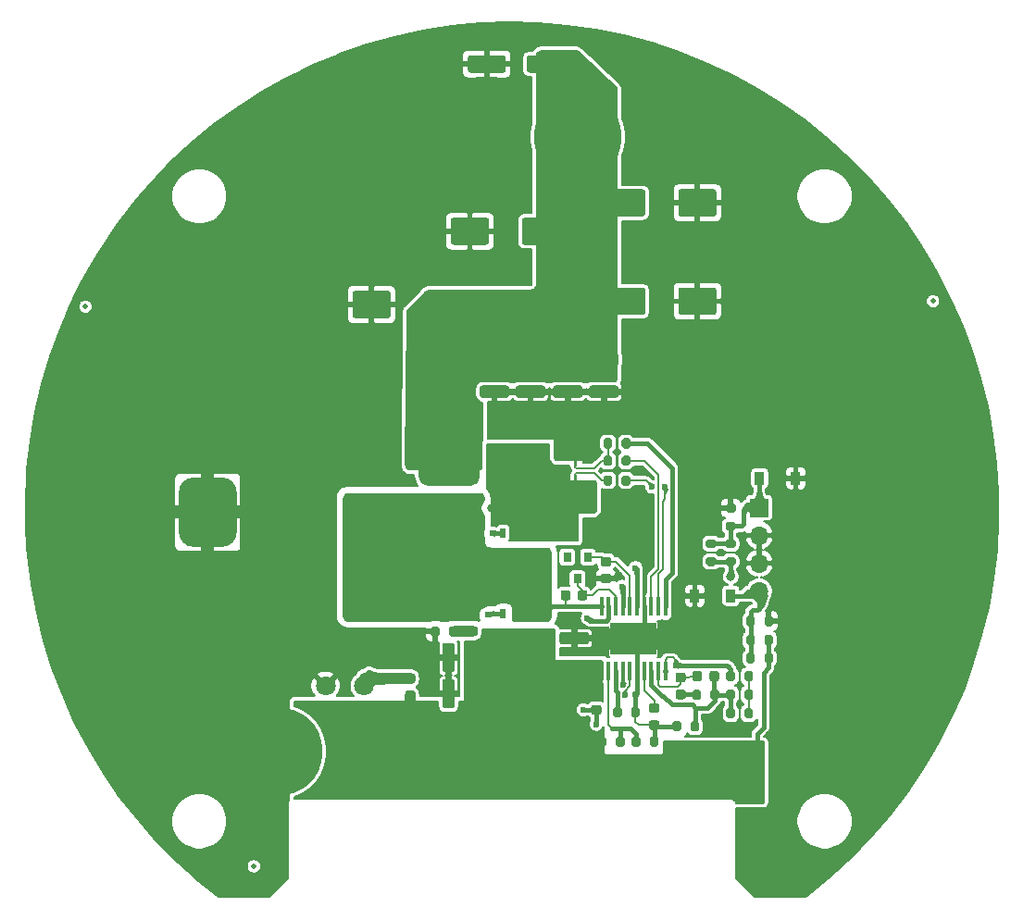
<source format=gbr>
%TF.GenerationSoftware,KiCad,Pcbnew,(5.1.7)-1*%
%TF.CreationDate,2021-06-08T21:42:19+03:00*%
%TF.ProjectId,SynchronousBuck,53796e63-6872-46f6-9e6f-75734275636b,rev?*%
%TF.SameCoordinates,Original*%
%TF.FileFunction,Copper,L1,Top*%
%TF.FilePolarity,Positive*%
%FSLAX46Y46*%
G04 Gerber Fmt 4.6, Leading zero omitted, Abs format (unit mm)*
G04 Created by KiCad (PCBNEW (5.1.7)-1) date 2021-06-08 21:42:19*
%MOMM*%
%LPD*%
G01*
G04 APERTURE LIST*
%TA.AperFunction,SMDPad,CuDef*%
%ADD10R,0.900000X1.200000*%
%TD*%
%TA.AperFunction,ComponentPad*%
%ADD11C,1.800000*%
%TD*%
%TA.AperFunction,SMDPad,CuDef*%
%ADD12R,4.200000X3.000000*%
%TD*%
%TA.AperFunction,SMDPad,CuDef*%
%ADD13R,0.420000X1.780000*%
%TD*%
%TA.AperFunction,ComponentPad*%
%ADD14C,8.000000*%
%TD*%
%TA.AperFunction,SMDPad,CuDef*%
%ADD15C,0.500000*%
%TD*%
%TA.AperFunction,ComponentPad*%
%ADD16O,1.700000X1.700000*%
%TD*%
%TA.AperFunction,ComponentPad*%
%ADD17R,1.700000X1.700000*%
%TD*%
%TA.AperFunction,SMDPad,CuDef*%
%ADD18R,4.410000X4.550000*%
%TD*%
%TA.AperFunction,SMDPad,CuDef*%
%ADD19R,0.500000X0.850000*%
%TD*%
%TA.AperFunction,SMDPad,CuDef*%
%ADD20R,0.800000X0.900000*%
%TD*%
%TA.AperFunction,ViaPad*%
%ADD21C,0.800000*%
%TD*%
%TA.AperFunction,ViaPad*%
%ADD22C,0.600000*%
%TD*%
%TA.AperFunction,ViaPad*%
%ADD23C,0.400000*%
%TD*%
%TA.AperFunction,Conductor*%
%ADD24C,0.400000*%
%TD*%
%TA.AperFunction,Conductor*%
%ADD25C,0.200000*%
%TD*%
%TA.AperFunction,Conductor*%
%ADD26C,1.000000*%
%TD*%
%TA.AperFunction,Conductor*%
%ADD27C,0.160000*%
%TD*%
%TA.AperFunction,Conductor*%
%ADD28C,0.100000*%
%TD*%
%TA.AperFunction,Conductor*%
%ADD29C,0.254000*%
%TD*%
%TA.AperFunction,Conductor*%
%ADD30C,0.025400*%
%TD*%
G04 APERTURE END LIST*
%TO.P,R120,2*%
%TO.N,Net-(D103-Pad1)*%
%TA.AperFunction,SMDPad,CuDef*%
G36*
G01*
X118475000Y-103575000D02*
X117925000Y-103575000D01*
G75*
G02*
X117725000Y-103375000I0J200000D01*
G01*
X117725000Y-102975000D01*
G75*
G02*
X117925000Y-102775000I200000J0D01*
G01*
X118475000Y-102775000D01*
G75*
G02*
X118675000Y-102975000I0J-200000D01*
G01*
X118675000Y-103375000D01*
G75*
G02*
X118475000Y-103575000I-200000J0D01*
G01*
G37*
%TD.AperFunction*%
%TO.P,R120,1*%
%TO.N,/VOUT*%
%TA.AperFunction,SMDPad,CuDef*%
G36*
G01*
X118475000Y-105225000D02*
X117925000Y-105225000D01*
G75*
G02*
X117725000Y-105025000I0J200000D01*
G01*
X117725000Y-104625000D01*
G75*
G02*
X117925000Y-104425000I200000J0D01*
G01*
X118475000Y-104425000D01*
G75*
G02*
X118675000Y-104625000I0J-200000D01*
G01*
X118675000Y-105025000D01*
G75*
G02*
X118475000Y-105225000I-200000J0D01*
G01*
G37*
%TD.AperFunction*%
%TD*%
D10*
%TO.P,D103,2*%
%TO.N,GND*%
X125950000Y-97200000D03*
%TO.P,D103,1*%
%TO.N,Net-(D103-Pad1)*%
X122650000Y-97200000D03*
%TD*%
%TO.P,D102,2*%
%TO.N,GND*%
X116714000Y-107950000D03*
%TO.P,D102,1*%
%TO.N,Net-(D102-Pad1)*%
X120014000Y-107950000D03*
%TD*%
%TO.P,C114,2*%
%TO.N,GND*%
%TA.AperFunction,SMDPad,CuDef*%
G36*
G01*
X97900000Y-73600000D02*
X97900000Y-75600000D01*
G75*
G02*
X97650000Y-75850000I-250000J0D01*
G01*
X94650000Y-75850000D01*
G75*
G02*
X94400000Y-75600000I0J250000D01*
G01*
X94400000Y-73600000D01*
G75*
G02*
X94650000Y-73350000I250000J0D01*
G01*
X97650000Y-73350000D01*
G75*
G02*
X97900000Y-73600000I0J-250000D01*
G01*
G37*
%TD.AperFunction*%
%TO.P,C114,1*%
%TO.N,/VOUT*%
%TA.AperFunction,SMDPad,CuDef*%
G36*
G01*
X104400000Y-73600000D02*
X104400000Y-75600000D01*
G75*
G02*
X104150000Y-75850000I-250000J0D01*
G01*
X101150000Y-75850000D01*
G75*
G02*
X100900000Y-75600000I0J250000D01*
G01*
X100900000Y-73600000D01*
G75*
G02*
X101150000Y-73350000I250000J0D01*
G01*
X104150000Y-73350000D01*
G75*
G02*
X104400000Y-73600000I0J-250000D01*
G01*
G37*
%TD.AperFunction*%
%TD*%
%TO.P,C113,2*%
%TO.N,GND*%
%TA.AperFunction,SMDPad,CuDef*%
G36*
G01*
X115200000Y-82000000D02*
X115200000Y-80000000D01*
G75*
G02*
X115450000Y-79750000I250000J0D01*
G01*
X118450000Y-79750000D01*
G75*
G02*
X118700000Y-80000000I0J-250000D01*
G01*
X118700000Y-82000000D01*
G75*
G02*
X118450000Y-82250000I-250000J0D01*
G01*
X115450000Y-82250000D01*
G75*
G02*
X115200000Y-82000000I0J250000D01*
G01*
G37*
%TD.AperFunction*%
%TO.P,C113,1*%
%TO.N,/VOUT*%
%TA.AperFunction,SMDPad,CuDef*%
G36*
G01*
X108700000Y-82000000D02*
X108700000Y-80000000D01*
G75*
G02*
X108950000Y-79750000I250000J0D01*
G01*
X111950000Y-79750000D01*
G75*
G02*
X112200000Y-80000000I0J-250000D01*
G01*
X112200000Y-82000000D01*
G75*
G02*
X111950000Y-82250000I-250000J0D01*
G01*
X108950000Y-82250000D01*
G75*
G02*
X108700000Y-82000000I0J250000D01*
G01*
G37*
%TD.AperFunction*%
%TD*%
%TO.P,C118,2*%
%TO.N,GND*%
%TA.AperFunction,SMDPad,CuDef*%
G36*
G01*
X88900000Y-80300000D02*
X88900000Y-82300000D01*
G75*
G02*
X88650000Y-82550000I-250000J0D01*
G01*
X85650000Y-82550000D01*
G75*
G02*
X85400000Y-82300000I0J250000D01*
G01*
X85400000Y-80300000D01*
G75*
G02*
X85650000Y-80050000I250000J0D01*
G01*
X88650000Y-80050000D01*
G75*
G02*
X88900000Y-80300000I0J-250000D01*
G01*
G37*
%TD.AperFunction*%
%TO.P,C118,1*%
%TO.N,/VOUT*%
%TA.AperFunction,SMDPad,CuDef*%
G36*
G01*
X95400000Y-80300000D02*
X95400000Y-82300000D01*
G75*
G02*
X95150000Y-82550000I-250000J0D01*
G01*
X92150000Y-82550000D01*
G75*
G02*
X91900000Y-82300000I0J250000D01*
G01*
X91900000Y-80300000D01*
G75*
G02*
X92150000Y-80050000I250000J0D01*
G01*
X95150000Y-80050000D01*
G75*
G02*
X95400000Y-80300000I0J-250000D01*
G01*
G37*
%TD.AperFunction*%
%TD*%
%TO.P,C112,2*%
%TO.N,GND*%
%TA.AperFunction,SMDPad,CuDef*%
G36*
G01*
X115200000Y-73000000D02*
X115200000Y-71000000D01*
G75*
G02*
X115450000Y-70750000I250000J0D01*
G01*
X118450000Y-70750000D01*
G75*
G02*
X118700000Y-71000000I0J-250000D01*
G01*
X118700000Y-73000000D01*
G75*
G02*
X118450000Y-73250000I-250000J0D01*
G01*
X115450000Y-73250000D01*
G75*
G02*
X115200000Y-73000000I0J250000D01*
G01*
G37*
%TD.AperFunction*%
%TO.P,C112,1*%
%TO.N,/VOUT*%
%TA.AperFunction,SMDPad,CuDef*%
G36*
G01*
X108700000Y-73000000D02*
X108700000Y-71000000D01*
G75*
G02*
X108950000Y-70750000I250000J0D01*
G01*
X111950000Y-70750000D01*
G75*
G02*
X112200000Y-71000000I0J-250000D01*
G01*
X112200000Y-73000000D01*
G75*
G02*
X111950000Y-73250000I-250000J0D01*
G01*
X108950000Y-73250000D01*
G75*
G02*
X108700000Y-73000000I0J250000D01*
G01*
G37*
%TD.AperFunction*%
%TD*%
%TO.P,C110,2*%
%TO.N,GND*%
%TA.AperFunction,SMDPad,CuDef*%
G36*
G01*
X99450000Y-58750000D02*
X99450000Y-59850000D01*
G75*
G02*
X99200000Y-60100000I-250000J0D01*
G01*
X96200000Y-60100000D01*
G75*
G02*
X95950000Y-59850000I0J250000D01*
G01*
X95950000Y-58750000D01*
G75*
G02*
X96200000Y-58500000I250000J0D01*
G01*
X99200000Y-58500000D01*
G75*
G02*
X99450000Y-58750000I0J-250000D01*
G01*
G37*
%TD.AperFunction*%
%TO.P,C110,1*%
%TO.N,/VOUT*%
%TA.AperFunction,SMDPad,CuDef*%
G36*
G01*
X104850000Y-58750000D02*
X104850000Y-59850000D01*
G75*
G02*
X104600000Y-60100000I-250000J0D01*
G01*
X101600000Y-60100000D01*
G75*
G02*
X101350000Y-59850000I0J250000D01*
G01*
X101350000Y-58750000D01*
G75*
G02*
X101600000Y-58500000I250000J0D01*
G01*
X104600000Y-58500000D01*
G75*
G02*
X104850000Y-58750000I0J-250000D01*
G01*
G37*
%TD.AperFunction*%
%TD*%
D11*
%TO.P,J104,2*%
%TO.N,GND*%
X82950000Y-116200000D03*
%TO.P,J104,1*%
%TO.N,Net-(C119-Pad2)*%
X86450000Y-116200000D03*
%TD*%
%TO.P,R123,2*%
%TO.N,Net-(D103-Pad1)*%
%TA.AperFunction,SMDPad,CuDef*%
G36*
G01*
X120275000Y-103575000D02*
X119725000Y-103575000D01*
G75*
G02*
X119525000Y-103375000I0J200000D01*
G01*
X119525000Y-102975000D01*
G75*
G02*
X119725000Y-102775000I200000J0D01*
G01*
X120275000Y-102775000D01*
G75*
G02*
X120475000Y-102975000I0J-200000D01*
G01*
X120475000Y-103375000D01*
G75*
G02*
X120275000Y-103575000I-200000J0D01*
G01*
G37*
%TD.AperFunction*%
%TO.P,R123,1*%
%TO.N,/VOUT*%
%TA.AperFunction,SMDPad,CuDef*%
G36*
G01*
X120275000Y-105225000D02*
X119725000Y-105225000D01*
G75*
G02*
X119525000Y-105025000I0J200000D01*
G01*
X119525000Y-104625000D01*
G75*
G02*
X119725000Y-104425000I200000J0D01*
G01*
X120275000Y-104425000D01*
G75*
G02*
X120475000Y-104625000I0J-200000D01*
G01*
X120475000Y-105025000D01*
G75*
G02*
X120275000Y-105225000I-200000J0D01*
G01*
G37*
%TD.AperFunction*%
%TD*%
%TO.P,C121,2*%
%TO.N,GND*%
%TA.AperFunction,SMDPad,CuDef*%
G36*
G01*
X106800450Y-112400000D02*
X104599550Y-112400000D01*
G75*
G02*
X104350000Y-112150450I0J249550D01*
G01*
X104350000Y-111499550D01*
G75*
G02*
X104599550Y-111250000I249550J0D01*
G01*
X106800450Y-111250000D01*
G75*
G02*
X107050000Y-111499550I0J-249550D01*
G01*
X107050000Y-112150450D01*
G75*
G02*
X106800450Y-112400000I-249550J0D01*
G01*
G37*
%TD.AperFunction*%
%TO.P,C121,1*%
%TO.N,VCC*%
%TA.AperFunction,SMDPad,CuDef*%
G36*
G01*
X106800001Y-115350000D02*
X104599999Y-115350000D01*
G75*
G02*
X104350000Y-115100001I0J249999D01*
G01*
X104350000Y-114449999D01*
G75*
G02*
X104599999Y-114200000I249999J0D01*
G01*
X106800001Y-114200000D01*
G75*
G02*
X107050000Y-114449999I0J-249999D01*
G01*
X107050000Y-115100001D01*
G75*
G02*
X106800001Y-115350000I-249999J0D01*
G01*
G37*
%TD.AperFunction*%
%TD*%
%TO.P,C120,2*%
%TO.N,GND*%
%TA.AperFunction,SMDPad,CuDef*%
G36*
G01*
X94775000Y-115799550D02*
X94775000Y-118000450D01*
G75*
G02*
X94525450Y-118250000I-249550J0D01*
G01*
X93874550Y-118250000D01*
G75*
G02*
X93625000Y-118000450I0J249550D01*
G01*
X93625000Y-115799550D01*
G75*
G02*
X93874550Y-115550000I249550J0D01*
G01*
X94525450Y-115550000D01*
G75*
G02*
X94775000Y-115799550I0J-249550D01*
G01*
G37*
%TD.AperFunction*%
%TO.P,C120,1*%
%TO.N,VCC*%
%TA.AperFunction,SMDPad,CuDef*%
G36*
G01*
X97725000Y-115799999D02*
X97725000Y-118000001D01*
G75*
G02*
X97475001Y-118250000I-249999J0D01*
G01*
X96824999Y-118250000D01*
G75*
G02*
X96575000Y-118000001I0J249999D01*
G01*
X96575000Y-115799999D01*
G75*
G02*
X96824999Y-115550000I249999J0D01*
G01*
X97475001Y-115550000D01*
G75*
G02*
X97725000Y-115799999I0J-249999D01*
G01*
G37*
%TD.AperFunction*%
%TD*%
%TO.P,C119,2*%
%TO.N,Net-(C119-Pad2)*%
%TA.AperFunction,SMDPad,CuDef*%
G36*
G01*
X90950000Y-115975000D02*
X90450000Y-115975000D01*
G75*
G02*
X90225000Y-115750000I0J225000D01*
G01*
X90225000Y-115300000D01*
G75*
G02*
X90450000Y-115075000I225000J0D01*
G01*
X90950000Y-115075000D01*
G75*
G02*
X91175000Y-115300000I0J-225000D01*
G01*
X91175000Y-115750000D01*
G75*
G02*
X90950000Y-115975000I-225000J0D01*
G01*
G37*
%TD.AperFunction*%
%TO.P,C119,1*%
%TO.N,VCC*%
%TA.AperFunction,SMDPad,CuDef*%
G36*
G01*
X90950000Y-117525000D02*
X90450000Y-117525000D01*
G75*
G02*
X90225000Y-117300000I0J225000D01*
G01*
X90225000Y-116850000D01*
G75*
G02*
X90450000Y-116625000I225000J0D01*
G01*
X90950000Y-116625000D01*
G75*
G02*
X91175000Y-116850000I0J-225000D01*
G01*
X91175000Y-117300000D01*
G75*
G02*
X90950000Y-117525000I-225000J0D01*
G01*
G37*
%TD.AperFunction*%
%TD*%
%TO.P,C115,2*%
%TO.N,GND*%
%TA.AperFunction,SMDPad,CuDef*%
G36*
G01*
X103999550Y-88700000D02*
X106200450Y-88700000D01*
G75*
G02*
X106450000Y-88949550I0J-249550D01*
G01*
X106450000Y-89600450D01*
G75*
G02*
X106200450Y-89850000I-249550J0D01*
G01*
X103999550Y-89850000D01*
G75*
G02*
X103750000Y-89600450I0J249550D01*
G01*
X103750000Y-88949550D01*
G75*
G02*
X103999550Y-88700000I249550J0D01*
G01*
G37*
%TD.AperFunction*%
%TO.P,C115,1*%
%TO.N,/VOUT*%
%TA.AperFunction,SMDPad,CuDef*%
G36*
G01*
X103999550Y-85750000D02*
X106200450Y-85750000D01*
G75*
G02*
X106450000Y-85999550I0J-249550D01*
G01*
X106450000Y-86650450D01*
G75*
G02*
X106200450Y-86900000I-249550J0D01*
G01*
X103999550Y-86900000D01*
G75*
G02*
X103750000Y-86650450I0J249550D01*
G01*
X103750000Y-85999550D01*
G75*
G02*
X103999550Y-85750000I249550J0D01*
G01*
G37*
%TD.AperFunction*%
%TD*%
%TO.P,L101,1*%
%TO.N,/SW*%
%TA.AperFunction,SMDPad,CuDef*%
G36*
G01*
X96260500Y-108040000D02*
X92259500Y-108040000D01*
G75*
G02*
X91460000Y-107240500I0J799500D01*
G01*
X91460000Y-103509500D01*
G75*
G02*
X92259500Y-102710000I799500J0D01*
G01*
X96260500Y-102710000D01*
G75*
G02*
X97060000Y-103509500I0J-799500D01*
G01*
X97060000Y-107240500D01*
G75*
G02*
X96260500Y-108040000I-799500J0D01*
G01*
G37*
%TD.AperFunction*%
%TO.P,L101,2*%
%TO.N,/VOUT*%
%TA.AperFunction,SMDPad,CuDef*%
G36*
G01*
X96255500Y-97890000D02*
X92264500Y-97890000D01*
G75*
G02*
X91465000Y-97090500I0J799500D01*
G01*
X91465000Y-93359500D01*
G75*
G02*
X92264500Y-92560000I799500J0D01*
G01*
X96255500Y-92560000D01*
G75*
G02*
X97055000Y-93359500I0J-799500D01*
G01*
X97055000Y-97090500D01*
G75*
G02*
X96255500Y-97890000I-799500J0D01*
G01*
G37*
%TD.AperFunction*%
%TO.P,L101,3*%
%TO.N,GND*%
%TA.AperFunction,SMDPad,CuDef*%
G36*
G01*
X73500000Y-103475000D02*
X70860000Y-103475000D01*
G75*
G02*
X69540000Y-102155000I0J1320000D01*
G01*
X69540000Y-98445000D01*
G75*
G02*
X70860000Y-97125000I1320000J0D01*
G01*
X73500000Y-97125000D01*
G75*
G02*
X74820000Y-98445000I0J-1320000D01*
G01*
X74820000Y-102155000D01*
G75*
G02*
X73500000Y-103475000I-1320000J0D01*
G01*
G37*
%TD.AperFunction*%
%TD*%
D12*
%TO.P,U101,21*%
%TO.N,GND*%
X111100000Y-111900000D03*
D13*
%TO.P,U101,20*%
%TO.N,/SW*%
X108175000Y-108930000D03*
%TO.P,U101,19*%
%TO.N,/HO*%
X108825000Y-108930000D03*
%TO.P,U101,18*%
%TO.N,Net-(C105-Pad1)*%
X109475000Y-108930000D03*
%TO.P,U101,17*%
%TO.N,/VOUT*%
X110125000Y-108930000D03*
%TO.P,U101,16*%
%TO.N,Net-(C107-Pad2)*%
X110775000Y-108930000D03*
%TO.P,U101,15*%
%TO.N,/LO*%
X111425000Y-108930000D03*
%TO.P,U101,14*%
%TO.N,GND*%
X112075000Y-108930000D03*
%TO.P,U101,13*%
%TO.N,Net-(R113-Pad2)*%
X112725000Y-108930000D03*
%TO.P,U101,12*%
%TO.N,Net-(R112-Pad2)*%
X113375000Y-108930000D03*
%TO.P,U101,11*%
%TO.N,Net-(R114-Pad2)*%
X114025000Y-108930000D03*
%TO.P,U101,10*%
%TO.N,/VOUT*%
X114025000Y-114870000D03*
%TO.P,U101,9*%
%TO.N,Net-(C104-Pad2)*%
X113375000Y-114870000D03*
%TO.P,U101,8*%
%TO.N,Net-(C106-Pad1)*%
X112725000Y-114870000D03*
%TO.P,U101,7*%
%TO.N,Net-(C103-Pad1)*%
X112075000Y-114870000D03*
%TO.P,U101,6*%
%TO.N,GND*%
X111425000Y-114870000D03*
%TO.P,U101,5*%
%TO.N,Net-(C102-Pad1)*%
X110775000Y-114870000D03*
%TO.P,U101,4*%
%TO.N,VCC*%
X110125000Y-114870000D03*
%TO.P,U101,3*%
%TO.N,Net-(R103-Pad1)*%
X109475000Y-114870000D03*
%TO.P,U101,2*%
%TO.N,Net-(R101-Pad1)*%
X108825000Y-114870000D03*
%TO.P,U101,1*%
%TO.N,VCC*%
X108175000Y-114870000D03*
%TD*%
%TO.P,C117,2*%
%TO.N,GND*%
%TA.AperFunction,SMDPad,CuDef*%
G36*
G01*
X107299550Y-88700000D02*
X109500450Y-88700000D01*
G75*
G02*
X109750000Y-88949550I0J-249550D01*
G01*
X109750000Y-89600450D01*
G75*
G02*
X109500450Y-89850000I-249550J0D01*
G01*
X107299550Y-89850000D01*
G75*
G02*
X107050000Y-89600450I0J249550D01*
G01*
X107050000Y-88949550D01*
G75*
G02*
X107299550Y-88700000I249550J0D01*
G01*
G37*
%TD.AperFunction*%
%TO.P,C117,1*%
%TO.N,/VOUT*%
%TA.AperFunction,SMDPad,CuDef*%
G36*
G01*
X107299999Y-85750000D02*
X109500001Y-85750000D01*
G75*
G02*
X109750000Y-85999999I0J-249999D01*
G01*
X109750000Y-86650001D01*
G75*
G02*
X109500001Y-86900000I-249999J0D01*
G01*
X107299999Y-86900000D01*
G75*
G02*
X107050000Y-86650001I0J249999D01*
G01*
X107050000Y-85999999D01*
G75*
G02*
X107299999Y-85750000I249999J0D01*
G01*
G37*
%TD.AperFunction*%
%TD*%
%TO.P,C116,2*%
%TO.N,GND*%
%TA.AperFunction,SMDPad,CuDef*%
G36*
G01*
X97299550Y-88700000D02*
X99500450Y-88700000D01*
G75*
G02*
X99750000Y-88949550I0J-249550D01*
G01*
X99750000Y-89600450D01*
G75*
G02*
X99500450Y-89850000I-249550J0D01*
G01*
X97299550Y-89850000D01*
G75*
G02*
X97050000Y-89600450I0J249550D01*
G01*
X97050000Y-88949550D01*
G75*
G02*
X97299550Y-88700000I249550J0D01*
G01*
G37*
%TD.AperFunction*%
%TO.P,C116,1*%
%TO.N,/VOUT*%
%TA.AperFunction,SMDPad,CuDef*%
G36*
G01*
X97299999Y-85750000D02*
X99500001Y-85750000D01*
G75*
G02*
X99750000Y-85999999I0J-249999D01*
G01*
X99750000Y-86650001D01*
G75*
G02*
X99500001Y-86900000I-249999J0D01*
G01*
X97299999Y-86900000D01*
G75*
G02*
X97050000Y-86650001I0J249999D01*
G01*
X97050000Y-85999999D01*
G75*
G02*
X97299999Y-85750000I249999J0D01*
G01*
G37*
%TD.AperFunction*%
%TD*%
D14*
%TO.P,J103,2*%
%TO.N,GND*%
X94000000Y-66000000D03*
%TO.P,J103,1*%
%TO.N,/VOUT*%
X106000000Y-66000000D03*
%TD*%
%TO.P,J101,2*%
%TO.N,VCC*%
X90700000Y-122200000D03*
%TO.P,J101,1*%
%TO.N,GND*%
X78700000Y-122200000D03*
%TD*%
D15*
%TO.P,FID103,*%
%TO.N,*%
X61000000Y-81500000D03*
%TD*%
%TO.P,FID102,*%
%TO.N,*%
X138500000Y-81000000D03*
%TD*%
%TO.P,FID101,*%
%TO.N,*%
X76400000Y-132700000D03*
%TD*%
%TO.P,R121,2*%
%TO.N,GND*%
%TA.AperFunction,SMDPad,CuDef*%
G36*
G01*
X120275000Y-100325000D02*
X119725000Y-100325000D01*
G75*
G02*
X119525000Y-100125000I0J200000D01*
G01*
X119525000Y-99725000D01*
G75*
G02*
X119725000Y-99525000I200000J0D01*
G01*
X120275000Y-99525000D01*
G75*
G02*
X120475000Y-99725000I0J-200000D01*
G01*
X120475000Y-100125000D01*
G75*
G02*
X120275000Y-100325000I-200000J0D01*
G01*
G37*
%TD.AperFunction*%
%TO.P,R121,1*%
%TO.N,Net-(D103-Pad1)*%
%TA.AperFunction,SMDPad,CuDef*%
G36*
G01*
X120275000Y-101975000D02*
X119725000Y-101975000D01*
G75*
G02*
X119525000Y-101775000I0J200000D01*
G01*
X119525000Y-101375000D01*
G75*
G02*
X119725000Y-101175000I200000J0D01*
G01*
X120275000Y-101175000D01*
G75*
G02*
X120475000Y-101375000I0J-200000D01*
G01*
X120475000Y-101775000D01*
G75*
G02*
X120275000Y-101975000I-200000J0D01*
G01*
G37*
%TD.AperFunction*%
%TD*%
%TO.P,R119,2*%
%TO.N,Net-(D102-Pad1)*%
%TA.AperFunction,SMDPad,CuDef*%
G36*
G01*
X122225000Y-111725000D02*
X122225000Y-112275000D01*
G75*
G02*
X122025000Y-112475000I-200000J0D01*
G01*
X121625000Y-112475000D01*
G75*
G02*
X121425000Y-112275000I0J200000D01*
G01*
X121425000Y-111725000D01*
G75*
G02*
X121625000Y-111525000I200000J0D01*
G01*
X122025000Y-111525000D01*
G75*
G02*
X122225000Y-111725000I0J-200000D01*
G01*
G37*
%TD.AperFunction*%
%TO.P,R119,1*%
%TO.N,VCC*%
%TA.AperFunction,SMDPad,CuDef*%
G36*
G01*
X123875000Y-111725000D02*
X123875000Y-112275000D01*
G75*
G02*
X123675000Y-112475000I-200000J0D01*
G01*
X123275000Y-112475000D01*
G75*
G02*
X123075000Y-112275000I0J200000D01*
G01*
X123075000Y-111725000D01*
G75*
G02*
X123275000Y-111525000I200000J0D01*
G01*
X123675000Y-111525000D01*
G75*
G02*
X123875000Y-111725000I0J-200000D01*
G01*
G37*
%TD.AperFunction*%
%TD*%
%TO.P,R118,2*%
%TO.N,GND*%
%TA.AperFunction,SMDPad,CuDef*%
G36*
G01*
X123075000Y-110525000D02*
X123075000Y-109975000D01*
G75*
G02*
X123275000Y-109775000I200000J0D01*
G01*
X123675000Y-109775000D01*
G75*
G02*
X123875000Y-109975000I0J-200000D01*
G01*
X123875000Y-110525000D01*
G75*
G02*
X123675000Y-110725000I-200000J0D01*
G01*
X123275000Y-110725000D01*
G75*
G02*
X123075000Y-110525000I0J200000D01*
G01*
G37*
%TD.AperFunction*%
%TO.P,R118,1*%
%TO.N,Net-(D102-Pad1)*%
%TA.AperFunction,SMDPad,CuDef*%
G36*
G01*
X121425000Y-110525000D02*
X121425000Y-109975000D01*
G75*
G02*
X121625000Y-109775000I200000J0D01*
G01*
X122025000Y-109775000D01*
G75*
G02*
X122225000Y-109975000I0J-200000D01*
G01*
X122225000Y-110525000D01*
G75*
G02*
X122025000Y-110725000I-200000J0D01*
G01*
X121625000Y-110725000D01*
G75*
G02*
X121425000Y-110525000I0J200000D01*
G01*
G37*
%TD.AperFunction*%
%TD*%
%TO.P,R117,2*%
%TO.N,Net-(D102-Pad1)*%
%TA.AperFunction,SMDPad,CuDef*%
G36*
G01*
X122225000Y-113375000D02*
X122225000Y-113925000D01*
G75*
G02*
X122025000Y-114125000I-200000J0D01*
G01*
X121625000Y-114125000D01*
G75*
G02*
X121425000Y-113925000I0J200000D01*
G01*
X121425000Y-113375000D01*
G75*
G02*
X121625000Y-113175000I200000J0D01*
G01*
X122025000Y-113175000D01*
G75*
G02*
X122225000Y-113375000I0J-200000D01*
G01*
G37*
%TD.AperFunction*%
%TO.P,R117,1*%
%TO.N,VCC*%
%TA.AperFunction,SMDPad,CuDef*%
G36*
G01*
X123875000Y-113375000D02*
X123875000Y-113925000D01*
G75*
G02*
X123675000Y-114125000I-200000J0D01*
G01*
X123275000Y-114125000D01*
G75*
G02*
X123075000Y-113925000I0J200000D01*
G01*
X123075000Y-113375000D01*
G75*
G02*
X123275000Y-113175000I200000J0D01*
G01*
X123675000Y-113175000D01*
G75*
G02*
X123875000Y-113375000I0J-200000D01*
G01*
G37*
%TD.AperFunction*%
%TD*%
D16*
%TO.P,J102,4*%
%TO.N,Net-(D102-Pad1)*%
X122600000Y-107520000D03*
%TO.P,J102,3*%
%TO.N,GND*%
X122600000Y-104980000D03*
%TO.P,J102,2*%
X122600000Y-102440000D03*
D17*
%TO.P,J102,1*%
%TO.N,Net-(D103-Pad1)*%
X122600000Y-99900000D03*
%TD*%
%TO.P,R105,1*%
%TO.N,Net-(Q102-Pad1)*%
%TA.AperFunction,SMDPad,CuDef*%
G36*
G01*
X107490000Y-100450000D02*
X104110000Y-100450000D01*
G75*
G02*
X103800000Y-100140000I0J310000D01*
G01*
X103800000Y-97660000D01*
G75*
G02*
X104110000Y-97350000I310000J0D01*
G01*
X107490000Y-97350000D01*
G75*
G02*
X107800000Y-97660000I0J-310000D01*
G01*
X107800000Y-100140000D01*
G75*
G02*
X107490000Y-100450000I-310000J0D01*
G01*
G37*
%TD.AperFunction*%
%TO.P,R105,4*%
%TO.N,GND*%
%TA.AperFunction,SMDPad,CuDef*%
G36*
G01*
X107490000Y-95650000D02*
X104110000Y-95650000D01*
G75*
G02*
X103800000Y-95340000I0J310000D01*
G01*
X103800000Y-92860000D01*
G75*
G02*
X104110000Y-92550000I310000J0D01*
G01*
X107490000Y-92550000D01*
G75*
G02*
X107800000Y-92860000I0J-310000D01*
G01*
X107800000Y-95340000D01*
G75*
G02*
X107490000Y-95650000I-310000J0D01*
G01*
G37*
%TD.AperFunction*%
%TO.P,R105,3*%
%TO.N,Net-(R105-Pad3)*%
%TA.AperFunction,SMDPad,CuDef*%
G36*
G01*
X105920000Y-96100000D02*
X105680000Y-96100000D01*
G75*
G02*
X105650000Y-96070000I0J30000D01*
G01*
X105650000Y-95530000D01*
G75*
G02*
X105680000Y-95500000I30000J0D01*
G01*
X105920000Y-95500000D01*
G75*
G02*
X105950000Y-95530000I0J-30000D01*
G01*
X105950000Y-96070000D01*
G75*
G02*
X105920000Y-96100000I-30000J0D01*
G01*
G37*
%TD.AperFunction*%
%TO.P,R105,2*%
%TO.N,Net-(R105-Pad2)*%
%TA.AperFunction,SMDPad,CuDef*%
G36*
G01*
X105920000Y-97500000D02*
X105680000Y-97500000D01*
G75*
G02*
X105650000Y-97470000I0J30000D01*
G01*
X105650000Y-96930000D01*
G75*
G02*
X105680000Y-96900000I30000J0D01*
G01*
X105920000Y-96900000D01*
G75*
G02*
X105950000Y-96930000I0J-30000D01*
G01*
X105950000Y-97470000D01*
G75*
G02*
X105920000Y-97500000I-30000J0D01*
G01*
G37*
%TD.AperFunction*%
%TD*%
%TO.P,C102,2*%
%TO.N,GND*%
%TA.AperFunction,SMDPad,CuDef*%
G36*
G01*
X111000000Y-117170000D02*
X111000000Y-116830000D01*
G75*
G02*
X111140000Y-116690000I140000J0D01*
G01*
X111420000Y-116690000D01*
G75*
G02*
X111560000Y-116830000I0J-140000D01*
G01*
X111560000Y-117170000D01*
G75*
G02*
X111420000Y-117310000I-140000J0D01*
G01*
X111140000Y-117310000D01*
G75*
G02*
X111000000Y-117170000I0J140000D01*
G01*
G37*
%TD.AperFunction*%
%TO.P,C102,1*%
%TO.N,Net-(C102-Pad1)*%
%TA.AperFunction,SMDPad,CuDef*%
G36*
G01*
X110040000Y-117170000D02*
X110040000Y-116830000D01*
G75*
G02*
X110180000Y-116690000I140000J0D01*
G01*
X110460000Y-116690000D01*
G75*
G02*
X110600000Y-116830000I0J-140000D01*
G01*
X110600000Y-117170000D01*
G75*
G02*
X110460000Y-117310000I-140000J0D01*
G01*
X110180000Y-117310000D01*
G75*
G02*
X110040000Y-117170000I0J140000D01*
G01*
G37*
%TD.AperFunction*%
%TD*%
%TO.P,C108,2*%
%TO.N,Net-(C108-Pad2)*%
%TA.AperFunction,SMDPad,CuDef*%
G36*
G01*
X96150000Y-110725000D02*
X96650000Y-110725000D01*
G75*
G02*
X96875000Y-110950000I0J-225000D01*
G01*
X96875000Y-111400000D01*
G75*
G02*
X96650000Y-111625000I-225000J0D01*
G01*
X96150000Y-111625000D01*
G75*
G02*
X95925000Y-111400000I0J225000D01*
G01*
X95925000Y-110950000D01*
G75*
G02*
X96150000Y-110725000I225000J0D01*
G01*
G37*
%TD.AperFunction*%
%TO.P,C108,1*%
%TO.N,/SW*%
%TA.AperFunction,SMDPad,CuDef*%
G36*
G01*
X96150000Y-109175000D02*
X96650000Y-109175000D01*
G75*
G02*
X96875000Y-109400000I0J-225000D01*
G01*
X96875000Y-109850000D01*
G75*
G02*
X96650000Y-110075000I-225000J0D01*
G01*
X96150000Y-110075000D01*
G75*
G02*
X95925000Y-109850000I0J225000D01*
G01*
X95925000Y-109400000D01*
G75*
G02*
X96150000Y-109175000I225000J0D01*
G01*
G37*
%TD.AperFunction*%
%TD*%
%TO.P,C107,2*%
%TO.N,Net-(C107-Pad2)*%
%TA.AperFunction,SMDPad,CuDef*%
G36*
G01*
X108850000Y-105275000D02*
X108350000Y-105275000D01*
G75*
G02*
X108125000Y-105050000I0J225000D01*
G01*
X108125000Y-104600000D01*
G75*
G02*
X108350000Y-104375000I225000J0D01*
G01*
X108850000Y-104375000D01*
G75*
G02*
X109075000Y-104600000I0J-225000D01*
G01*
X109075000Y-105050000D01*
G75*
G02*
X108850000Y-105275000I-225000J0D01*
G01*
G37*
%TD.AperFunction*%
%TO.P,C107,1*%
%TO.N,GND*%
%TA.AperFunction,SMDPad,CuDef*%
G36*
G01*
X108850000Y-106825000D02*
X108350000Y-106825000D01*
G75*
G02*
X108125000Y-106600000I0J225000D01*
G01*
X108125000Y-106150000D01*
G75*
G02*
X108350000Y-105925000I225000J0D01*
G01*
X108850000Y-105925000D01*
G75*
G02*
X109075000Y-106150000I0J-225000D01*
G01*
X109075000Y-106600000D01*
G75*
G02*
X108850000Y-106825000I-225000J0D01*
G01*
G37*
%TD.AperFunction*%
%TD*%
%TO.P,C106,2*%
%TO.N,Net-(C104-Pad2)*%
%TA.AperFunction,SMDPad,CuDef*%
G36*
G01*
X117400000Y-115050000D02*
X117400000Y-115550000D01*
G75*
G02*
X117175000Y-115775000I-225000J0D01*
G01*
X116725000Y-115775000D01*
G75*
G02*
X116500000Y-115550000I0J225000D01*
G01*
X116500000Y-115050000D01*
G75*
G02*
X116725000Y-114825000I225000J0D01*
G01*
X117175000Y-114825000D01*
G75*
G02*
X117400000Y-115050000I0J-225000D01*
G01*
G37*
%TD.AperFunction*%
%TO.P,C106,1*%
%TO.N,Net-(C106-Pad1)*%
%TA.AperFunction,SMDPad,CuDef*%
G36*
G01*
X118950000Y-115050000D02*
X118950000Y-115550000D01*
G75*
G02*
X118725000Y-115775000I-225000J0D01*
G01*
X118275000Y-115775000D01*
G75*
G02*
X118050000Y-115550000I0J225000D01*
G01*
X118050000Y-115050000D01*
G75*
G02*
X118275000Y-114825000I225000J0D01*
G01*
X118725000Y-114825000D01*
G75*
G02*
X118950000Y-115050000I0J-225000D01*
G01*
G37*
%TD.AperFunction*%
%TD*%
%TO.P,C105,2*%
%TO.N,/SW*%
%TA.AperFunction,SMDPad,CuDef*%
G36*
G01*
X105350000Y-107650000D02*
X105350000Y-108150000D01*
G75*
G02*
X105125000Y-108375000I-225000J0D01*
G01*
X104675000Y-108375000D01*
G75*
G02*
X104450000Y-108150000I0J225000D01*
G01*
X104450000Y-107650000D01*
G75*
G02*
X104675000Y-107425000I225000J0D01*
G01*
X105125000Y-107425000D01*
G75*
G02*
X105350000Y-107650000I0J-225000D01*
G01*
G37*
%TD.AperFunction*%
%TO.P,C105,1*%
%TO.N,Net-(C105-Pad1)*%
%TA.AperFunction,SMDPad,CuDef*%
G36*
G01*
X106900000Y-107650000D02*
X106900000Y-108150000D01*
G75*
G02*
X106675000Y-108375000I-225000J0D01*
G01*
X106225000Y-108375000D01*
G75*
G02*
X106000000Y-108150000I0J225000D01*
G01*
X106000000Y-107650000D01*
G75*
G02*
X106225000Y-107425000I225000J0D01*
G01*
X106675000Y-107425000D01*
G75*
G02*
X106900000Y-107650000I0J-225000D01*
G01*
G37*
%TD.AperFunction*%
%TD*%
%TO.P,C104,2*%
%TO.N,Net-(C104-Pad2)*%
%TA.AperFunction,SMDPad,CuDef*%
G36*
G01*
X115675000Y-115875000D02*
X115175000Y-115875000D01*
G75*
G02*
X114950000Y-115650000I0J225000D01*
G01*
X114950000Y-115200000D01*
G75*
G02*
X115175000Y-114975000I225000J0D01*
G01*
X115675000Y-114975000D01*
G75*
G02*
X115900000Y-115200000I0J-225000D01*
G01*
X115900000Y-115650000D01*
G75*
G02*
X115675000Y-115875000I-225000J0D01*
G01*
G37*
%TD.AperFunction*%
%TO.P,C104,1*%
%TO.N,Net-(C104-Pad1)*%
%TA.AperFunction,SMDPad,CuDef*%
G36*
G01*
X115675000Y-117425000D02*
X115175000Y-117425000D01*
G75*
G02*
X114950000Y-117200000I0J225000D01*
G01*
X114950000Y-116750000D01*
G75*
G02*
X115175000Y-116525000I225000J0D01*
G01*
X115675000Y-116525000D01*
G75*
G02*
X115900000Y-116750000I0J-225000D01*
G01*
X115900000Y-117200000D01*
G75*
G02*
X115675000Y-117425000I-225000J0D01*
G01*
G37*
%TD.AperFunction*%
%TD*%
%TO.P,C103,2*%
%TO.N,GND*%
%TA.AperFunction,SMDPad,CuDef*%
G36*
G01*
X112750000Y-119325000D02*
X113250000Y-119325000D01*
G75*
G02*
X113475000Y-119550000I0J-225000D01*
G01*
X113475000Y-120000000D01*
G75*
G02*
X113250000Y-120225000I-225000J0D01*
G01*
X112750000Y-120225000D01*
G75*
G02*
X112525000Y-120000000I0J225000D01*
G01*
X112525000Y-119550000D01*
G75*
G02*
X112750000Y-119325000I225000J0D01*
G01*
G37*
%TD.AperFunction*%
%TO.P,C103,1*%
%TO.N,Net-(C103-Pad1)*%
%TA.AperFunction,SMDPad,CuDef*%
G36*
G01*
X112750000Y-117775000D02*
X113250000Y-117775000D01*
G75*
G02*
X113475000Y-118000000I0J-225000D01*
G01*
X113475000Y-118450000D01*
G75*
G02*
X113250000Y-118675000I-225000J0D01*
G01*
X112750000Y-118675000D01*
G75*
G02*
X112525000Y-118450000I0J225000D01*
G01*
X112525000Y-118000000D01*
G75*
G02*
X112750000Y-117775000I225000J0D01*
G01*
G37*
%TD.AperFunction*%
%TD*%
%TO.P,R116,2*%
%TO.N,Net-(C106-Pad1)*%
%TA.AperFunction,SMDPad,CuDef*%
G36*
G01*
X120400000Y-116725000D02*
X120400000Y-117275000D01*
G75*
G02*
X120200000Y-117475000I-200000J0D01*
G01*
X119800000Y-117475000D01*
G75*
G02*
X119600000Y-117275000I0J200000D01*
G01*
X119600000Y-116725000D01*
G75*
G02*
X119800000Y-116525000I200000J0D01*
G01*
X120200000Y-116525000D01*
G75*
G02*
X120400000Y-116725000I0J-200000D01*
G01*
G37*
%TD.AperFunction*%
%TO.P,R116,1*%
%TO.N,Net-(R107-Pad2)*%
%TA.AperFunction,SMDPad,CuDef*%
G36*
G01*
X122050000Y-116725000D02*
X122050000Y-117275000D01*
G75*
G02*
X121850000Y-117475000I-200000J0D01*
G01*
X121450000Y-117475000D01*
G75*
G02*
X121250000Y-117275000I0J200000D01*
G01*
X121250000Y-116725000D01*
G75*
G02*
X121450000Y-116525000I200000J0D01*
G01*
X121850000Y-116525000D01*
G75*
G02*
X122050000Y-116725000I0J-200000D01*
G01*
G37*
%TD.AperFunction*%
%TD*%
%TO.P,R115,2*%
%TO.N,Net-(C106-Pad1)*%
%TA.AperFunction,SMDPad,CuDef*%
G36*
G01*
X120400000Y-118425000D02*
X120400000Y-118975000D01*
G75*
G02*
X120200000Y-119175000I-200000J0D01*
G01*
X119800000Y-119175000D01*
G75*
G02*
X119600000Y-118975000I0J200000D01*
G01*
X119600000Y-118425000D01*
G75*
G02*
X119800000Y-118225000I200000J0D01*
G01*
X120200000Y-118225000D01*
G75*
G02*
X120400000Y-118425000I0J-200000D01*
G01*
G37*
%TD.AperFunction*%
%TO.P,R115,1*%
%TO.N,Net-(R107-Pad2)*%
%TA.AperFunction,SMDPad,CuDef*%
G36*
G01*
X122050000Y-118425000D02*
X122050000Y-118975000D01*
G75*
G02*
X121850000Y-119175000I-200000J0D01*
G01*
X121450000Y-119175000D01*
G75*
G02*
X121250000Y-118975000I0J200000D01*
G01*
X121250000Y-118425000D01*
G75*
G02*
X121450000Y-118225000I200000J0D01*
G01*
X121850000Y-118225000D01*
G75*
G02*
X122050000Y-118425000I0J-200000D01*
G01*
G37*
%TD.AperFunction*%
%TD*%
%TO.P,R114,2*%
%TO.N,Net-(R114-Pad2)*%
%TA.AperFunction,SMDPad,CuDef*%
G36*
G01*
X110025000Y-94275000D02*
X110025000Y-93725000D01*
G75*
G02*
X110225000Y-93525000I200000J0D01*
G01*
X110625000Y-93525000D01*
G75*
G02*
X110825000Y-93725000I0J-200000D01*
G01*
X110825000Y-94275000D01*
G75*
G02*
X110625000Y-94475000I-200000J0D01*
G01*
X110225000Y-94475000D01*
G75*
G02*
X110025000Y-94275000I0J200000D01*
G01*
G37*
%TD.AperFunction*%
%TO.P,R114,1*%
%TO.N,Net-(R105-Pad3)*%
%TA.AperFunction,SMDPad,CuDef*%
G36*
G01*
X108375000Y-94275000D02*
X108375000Y-93725000D01*
G75*
G02*
X108575000Y-93525000I200000J0D01*
G01*
X108975000Y-93525000D01*
G75*
G02*
X109175000Y-93725000I0J-200000D01*
G01*
X109175000Y-94275000D01*
G75*
G02*
X108975000Y-94475000I-200000J0D01*
G01*
X108575000Y-94475000D01*
G75*
G02*
X108375000Y-94275000I0J200000D01*
G01*
G37*
%TD.AperFunction*%
%TD*%
%TO.P,R113,2*%
%TO.N,Net-(R113-Pad2)*%
%TA.AperFunction,SMDPad,CuDef*%
G36*
G01*
X110025000Y-95875000D02*
X110025000Y-95325000D01*
G75*
G02*
X110225000Y-95125000I200000J0D01*
G01*
X110625000Y-95125000D01*
G75*
G02*
X110825000Y-95325000I0J-200000D01*
G01*
X110825000Y-95875000D01*
G75*
G02*
X110625000Y-96075000I-200000J0D01*
G01*
X110225000Y-96075000D01*
G75*
G02*
X110025000Y-95875000I0J200000D01*
G01*
G37*
%TD.AperFunction*%
%TO.P,R113,1*%
%TO.N,Net-(R105-Pad3)*%
%TA.AperFunction,SMDPad,CuDef*%
G36*
G01*
X108375000Y-95875000D02*
X108375000Y-95325000D01*
G75*
G02*
X108575000Y-95125000I200000J0D01*
G01*
X108975000Y-95125000D01*
G75*
G02*
X109175000Y-95325000I0J-200000D01*
G01*
X109175000Y-95875000D01*
G75*
G02*
X108975000Y-96075000I-200000J0D01*
G01*
X108575000Y-96075000D01*
G75*
G02*
X108375000Y-95875000I0J200000D01*
G01*
G37*
%TD.AperFunction*%
%TD*%
%TO.P,R112,2*%
%TO.N,Net-(R112-Pad2)*%
%TA.AperFunction,SMDPad,CuDef*%
G36*
G01*
X110025000Y-97675000D02*
X110025000Y-97125000D01*
G75*
G02*
X110225000Y-96925000I200000J0D01*
G01*
X110625000Y-96925000D01*
G75*
G02*
X110825000Y-97125000I0J-200000D01*
G01*
X110825000Y-97675000D01*
G75*
G02*
X110625000Y-97875000I-200000J0D01*
G01*
X110225000Y-97875000D01*
G75*
G02*
X110025000Y-97675000I0J200000D01*
G01*
G37*
%TD.AperFunction*%
%TO.P,R112,1*%
%TO.N,Net-(R105-Pad2)*%
%TA.AperFunction,SMDPad,CuDef*%
G36*
G01*
X108375000Y-97675000D02*
X108375000Y-97125000D01*
G75*
G02*
X108575000Y-96925000I200000J0D01*
G01*
X108975000Y-96925000D01*
G75*
G02*
X109175000Y-97125000I0J-200000D01*
G01*
X109175000Y-97675000D01*
G75*
G02*
X108975000Y-97875000I-200000J0D01*
G01*
X108575000Y-97875000D01*
G75*
G02*
X108375000Y-97675000I0J200000D01*
G01*
G37*
%TD.AperFunction*%
%TD*%
%TO.P,R111,2*%
%TO.N,Net-(R101-Pad1)*%
%TA.AperFunction,SMDPad,CuDef*%
G36*
G01*
X111750000Y-121025000D02*
X111750000Y-121575000D01*
G75*
G02*
X111550000Y-121775000I-200000J0D01*
G01*
X111150000Y-121775000D01*
G75*
G02*
X110950000Y-121575000I0J200000D01*
G01*
X110950000Y-121025000D01*
G75*
G02*
X111150000Y-120825000I200000J0D01*
G01*
X111550000Y-120825000D01*
G75*
G02*
X111750000Y-121025000I0J-200000D01*
G01*
G37*
%TD.AperFunction*%
%TO.P,R111,1*%
%TO.N,GND*%
%TA.AperFunction,SMDPad,CuDef*%
G36*
G01*
X113400000Y-121025000D02*
X113400000Y-121575000D01*
G75*
G02*
X113200000Y-121775000I-200000J0D01*
G01*
X112800000Y-121775000D01*
G75*
G02*
X112600000Y-121575000I0J200000D01*
G01*
X112600000Y-121025000D01*
G75*
G02*
X112800000Y-120825000I200000J0D01*
G01*
X113200000Y-120825000D01*
G75*
G02*
X113400000Y-121025000I0J-200000D01*
G01*
G37*
%TD.AperFunction*%
%TD*%
D18*
%TO.P,Q102,5*%
%TO.N,/SW*%
X101100000Y-106150000D03*
D19*
%TO.P,Q102,4*%
%TO.N,/LO*%
X99195000Y-102200000D03*
%TO.P,Q102,3*%
%TO.N,Net-(Q102-Pad1)*%
X100465000Y-102200000D03*
%TO.P,Q102,2*%
X101735000Y-102200000D03*
%TO.P,Q102,1*%
X103005000Y-102200000D03*
%TD*%
%TO.P,R108,2*%
%TO.N,GND*%
%TA.AperFunction,SMDPad,CuDef*%
G36*
G01*
X115475000Y-119625000D02*
X115475000Y-120175000D01*
G75*
G02*
X115275000Y-120375000I-200000J0D01*
G01*
X114875000Y-120375000D01*
G75*
G02*
X114675000Y-120175000I0J200000D01*
G01*
X114675000Y-119625000D01*
G75*
G02*
X114875000Y-119425000I200000J0D01*
G01*
X115275000Y-119425000D01*
G75*
G02*
X115475000Y-119625000I0J-200000D01*
G01*
G37*
%TD.AperFunction*%
%TO.P,R108,1*%
%TO.N,Net-(C106-Pad1)*%
%TA.AperFunction,SMDPad,CuDef*%
G36*
G01*
X117125000Y-119625000D02*
X117125000Y-120175000D01*
G75*
G02*
X116925000Y-120375000I-200000J0D01*
G01*
X116525000Y-120375000D01*
G75*
G02*
X116325000Y-120175000I0J200000D01*
G01*
X116325000Y-119625000D01*
G75*
G02*
X116525000Y-119425000I200000J0D01*
G01*
X116925000Y-119425000D01*
G75*
G02*
X117125000Y-119625000I0J-200000D01*
G01*
G37*
%TD.AperFunction*%
%TD*%
%TO.P,R107,2*%
%TO.N,Net-(R107-Pad2)*%
%TA.AperFunction,SMDPad,CuDef*%
G36*
G01*
X121250000Y-115575000D02*
X121250000Y-115025000D01*
G75*
G02*
X121450000Y-114825000I200000J0D01*
G01*
X121850000Y-114825000D01*
G75*
G02*
X122050000Y-115025000I0J-200000D01*
G01*
X122050000Y-115575000D01*
G75*
G02*
X121850000Y-115775000I-200000J0D01*
G01*
X121450000Y-115775000D01*
G75*
G02*
X121250000Y-115575000I0J200000D01*
G01*
G37*
%TD.AperFunction*%
%TO.P,R107,1*%
%TO.N,/VOUT*%
%TA.AperFunction,SMDPad,CuDef*%
G36*
G01*
X119600000Y-115575000D02*
X119600000Y-115025000D01*
G75*
G02*
X119800000Y-114825000I200000J0D01*
G01*
X120200000Y-114825000D01*
G75*
G02*
X120400000Y-115025000I0J-200000D01*
G01*
X120400000Y-115575000D01*
G75*
G02*
X120200000Y-115775000I-200000J0D01*
G01*
X119800000Y-115775000D01*
G75*
G02*
X119600000Y-115575000I0J200000D01*
G01*
G37*
%TD.AperFunction*%
%TD*%
%TO.P,R106,2*%
%TO.N,GND*%
%TA.AperFunction,SMDPad,CuDef*%
G36*
G01*
X93375000Y-110925000D02*
X93375000Y-111475000D01*
G75*
G02*
X93175000Y-111675000I-200000J0D01*
G01*
X92775000Y-111675000D01*
G75*
G02*
X92575000Y-111475000I0J200000D01*
G01*
X92575000Y-110925000D01*
G75*
G02*
X92775000Y-110725000I200000J0D01*
G01*
X93175000Y-110725000D01*
G75*
G02*
X93375000Y-110925000I0J-200000D01*
G01*
G37*
%TD.AperFunction*%
%TO.P,R106,1*%
%TO.N,Net-(C108-Pad2)*%
%TA.AperFunction,SMDPad,CuDef*%
G36*
G01*
X95025000Y-110925000D02*
X95025000Y-111475000D01*
G75*
G02*
X94825000Y-111675000I-200000J0D01*
G01*
X94425000Y-111675000D01*
G75*
G02*
X94225000Y-111475000I0J200000D01*
G01*
X94225000Y-110925000D01*
G75*
G02*
X94425000Y-110725000I200000J0D01*
G01*
X94825000Y-110725000D01*
G75*
G02*
X95025000Y-110925000I0J-200000D01*
G01*
G37*
%TD.AperFunction*%
%TD*%
%TO.P,R104,2*%
%TO.N,Net-(C104-Pad1)*%
%TA.AperFunction,SMDPad,CuDef*%
G36*
G01*
X117300000Y-116725000D02*
X117300000Y-117275000D01*
G75*
G02*
X117100000Y-117475000I-200000J0D01*
G01*
X116700000Y-117475000D01*
G75*
G02*
X116500000Y-117275000I0J200000D01*
G01*
X116500000Y-116725000D01*
G75*
G02*
X116700000Y-116525000I200000J0D01*
G01*
X117100000Y-116525000D01*
G75*
G02*
X117300000Y-116725000I0J-200000D01*
G01*
G37*
%TD.AperFunction*%
%TO.P,R104,1*%
%TO.N,Net-(C106-Pad1)*%
%TA.AperFunction,SMDPad,CuDef*%
G36*
G01*
X118950000Y-116725000D02*
X118950000Y-117275000D01*
G75*
G02*
X118750000Y-117475000I-200000J0D01*
G01*
X118350000Y-117475000D01*
G75*
G02*
X118150000Y-117275000I0J200000D01*
G01*
X118150000Y-116725000D01*
G75*
G02*
X118350000Y-116525000I200000J0D01*
G01*
X118750000Y-116525000D01*
G75*
G02*
X118950000Y-116725000I0J-200000D01*
G01*
G37*
%TD.AperFunction*%
%TD*%
%TO.P,R103,2*%
%TO.N,GND*%
%TA.AperFunction,SMDPad,CuDef*%
G36*
G01*
X110900000Y-118875000D02*
X110900000Y-118325000D01*
G75*
G02*
X111100000Y-118125000I200000J0D01*
G01*
X111500000Y-118125000D01*
G75*
G02*
X111700000Y-118325000I0J-200000D01*
G01*
X111700000Y-118875000D01*
G75*
G02*
X111500000Y-119075000I-200000J0D01*
G01*
X111100000Y-119075000D01*
G75*
G02*
X110900000Y-118875000I0J200000D01*
G01*
G37*
%TD.AperFunction*%
%TO.P,R103,1*%
%TO.N,Net-(R103-Pad1)*%
%TA.AperFunction,SMDPad,CuDef*%
G36*
G01*
X109250000Y-118875000D02*
X109250000Y-118325000D01*
G75*
G02*
X109450000Y-118125000I200000J0D01*
G01*
X109850000Y-118125000D01*
G75*
G02*
X110050000Y-118325000I0J-200000D01*
G01*
X110050000Y-118875000D01*
G75*
G02*
X109850000Y-119075000I-200000J0D01*
G01*
X109450000Y-119075000D01*
G75*
G02*
X109250000Y-118875000I0J200000D01*
G01*
G37*
%TD.AperFunction*%
%TD*%
%TO.P,R101,2*%
%TO.N,VCC*%
%TA.AperFunction,SMDPad,CuDef*%
G36*
G01*
X108650000Y-121025000D02*
X108650000Y-121575000D01*
G75*
G02*
X108450000Y-121775000I-200000J0D01*
G01*
X108050000Y-121775000D01*
G75*
G02*
X107850000Y-121575000I0J200000D01*
G01*
X107850000Y-121025000D01*
G75*
G02*
X108050000Y-120825000I200000J0D01*
G01*
X108450000Y-120825000D01*
G75*
G02*
X108650000Y-121025000I0J-200000D01*
G01*
G37*
%TD.AperFunction*%
%TO.P,R101,1*%
%TO.N,Net-(R101-Pad1)*%
%TA.AperFunction,SMDPad,CuDef*%
G36*
G01*
X110300000Y-121025000D02*
X110300000Y-121575000D01*
G75*
G02*
X110100000Y-121775000I-200000J0D01*
G01*
X109700000Y-121775000D01*
G75*
G02*
X109500000Y-121575000I0J200000D01*
G01*
X109500000Y-121025000D01*
G75*
G02*
X109700000Y-120825000I200000J0D01*
G01*
X110100000Y-120825000D01*
G75*
G02*
X110300000Y-121025000I0J-200000D01*
G01*
G37*
%TD.AperFunction*%
%TD*%
D18*
%TO.P,Q101,5*%
%TO.N,VCC*%
X101100000Y-113500000D03*
D19*
%TO.P,Q101,4*%
%TO.N,/HO*%
X99195000Y-109550000D03*
%TO.P,Q101,3*%
%TO.N,/SW*%
X100465000Y-109550000D03*
%TO.P,Q101,2*%
X101735000Y-109550000D03*
%TO.P,Q101,1*%
X103005000Y-109550000D03*
%TD*%
D20*
%TO.P,D101,3*%
%TO.N,Net-(C105-Pad1)*%
X106000000Y-106400000D03*
%TO.P,D101,2*%
%TO.N,Net-(D101-Pad2)*%
X105050000Y-104400000D03*
%TO.P,D101,1*%
%TO.N,Net-(C107-Pad2)*%
X106950000Y-104400000D03*
%TD*%
%TO.P,C111,2*%
%TO.N,GND*%
%TA.AperFunction,SMDPad,CuDef*%
G36*
G01*
X94775000Y-112499550D02*
X94775000Y-114700450D01*
G75*
G02*
X94525450Y-114950000I-249550J0D01*
G01*
X93874550Y-114950000D01*
G75*
G02*
X93625000Y-114700450I0J249550D01*
G01*
X93625000Y-112499550D01*
G75*
G02*
X93874550Y-112250000I249550J0D01*
G01*
X94525450Y-112250000D01*
G75*
G02*
X94775000Y-112499550I0J-249550D01*
G01*
G37*
%TD.AperFunction*%
%TO.P,C111,1*%
%TO.N,VCC*%
%TA.AperFunction,SMDPad,CuDef*%
G36*
G01*
X97725000Y-112499999D02*
X97725000Y-114700001D01*
G75*
G02*
X97475001Y-114950000I-249999J0D01*
G01*
X96824999Y-114950000D01*
G75*
G02*
X96575000Y-114700001I0J249999D01*
G01*
X96575000Y-112499999D01*
G75*
G02*
X96824999Y-112250000I249999J0D01*
G01*
X97475001Y-112250000D01*
G75*
G02*
X97725000Y-112499999I0J-249999D01*
G01*
G37*
%TD.AperFunction*%
%TD*%
%TO.P,C109,2*%
%TO.N,GND*%
%TA.AperFunction,SMDPad,CuDef*%
G36*
G01*
X100599550Y-88700000D02*
X102800450Y-88700000D01*
G75*
G02*
X103050000Y-88949550I0J-249550D01*
G01*
X103050000Y-89600450D01*
G75*
G02*
X102800450Y-89850000I-249550J0D01*
G01*
X100599550Y-89850000D01*
G75*
G02*
X100350000Y-89600450I0J249550D01*
G01*
X100350000Y-88949550D01*
G75*
G02*
X100599550Y-88700000I249550J0D01*
G01*
G37*
%TD.AperFunction*%
%TO.P,C109,1*%
%TO.N,/VOUT*%
%TA.AperFunction,SMDPad,CuDef*%
G36*
G01*
X100599550Y-85750000D02*
X102800450Y-85750000D01*
G75*
G02*
X103050000Y-85999550I0J-249550D01*
G01*
X103050000Y-86650450D01*
G75*
G02*
X102800450Y-86900000I-249550J0D01*
G01*
X100599550Y-86900000D01*
G75*
G02*
X100350000Y-86650450I0J249550D01*
G01*
X100350000Y-85999550D01*
G75*
G02*
X100599550Y-85750000I249550J0D01*
G01*
G37*
%TD.AperFunction*%
%TD*%
%TO.P,C101,2*%
%TO.N,GND*%
%TA.AperFunction,SMDPad,CuDef*%
G36*
G01*
X107450000Y-117925000D02*
X107950000Y-117925000D01*
G75*
G02*
X108175000Y-118150000I0J-225000D01*
G01*
X108175000Y-118600000D01*
G75*
G02*
X107950000Y-118825000I-225000J0D01*
G01*
X107450000Y-118825000D01*
G75*
G02*
X107225000Y-118600000I0J225000D01*
G01*
X107225000Y-118150000D01*
G75*
G02*
X107450000Y-117925000I225000J0D01*
G01*
G37*
%TD.AperFunction*%
%TO.P,C101,1*%
%TO.N,VCC*%
%TA.AperFunction,SMDPad,CuDef*%
G36*
G01*
X107450000Y-116375000D02*
X107950000Y-116375000D01*
G75*
G02*
X108175000Y-116600000I0J-225000D01*
G01*
X108175000Y-117050000D01*
G75*
G02*
X107950000Y-117275000I-225000J0D01*
G01*
X107450000Y-117275000D01*
G75*
G02*
X107225000Y-117050000I0J225000D01*
G01*
X107225000Y-116600000D01*
G75*
G02*
X107450000Y-116375000I225000J0D01*
G01*
G37*
%TD.AperFunction*%
%TD*%
D21*
%TO.N,GND*%
X105900000Y-90700000D03*
X107100000Y-90700000D03*
X103600000Y-90700000D03*
X104700000Y-90700000D03*
X108300000Y-90700000D03*
X101300000Y-90700000D03*
X102500000Y-90700000D03*
X116008000Y-113200000D03*
X109700000Y-106100000D03*
X116008000Y-112200000D03*
X116008000Y-111200000D03*
X116008000Y-110200000D03*
X116808000Y-112700000D03*
X116808000Y-111700000D03*
X116808000Y-110700000D03*
D22*
X107500000Y-102000000D03*
X112200000Y-99000000D03*
D21*
X107100000Y-91700000D03*
X105900000Y-91700000D03*
X104700000Y-91700000D03*
X103600000Y-91700000D03*
X102500000Y-91700000D03*
X103600000Y-93000000D03*
X102500000Y-93000000D03*
X101300000Y-93000000D03*
X101300000Y-91700000D03*
X108300000Y-91700000D03*
D22*
X121300000Y-120200000D03*
X118100000Y-119400000D03*
X112000000Y-103600000D03*
X106525000Y-118375000D03*
X107700000Y-119700000D03*
D23*
X56044999Y-99164999D03*
X57164999Y-108684999D03*
X57724999Y-88524999D03*
X59964999Y-116524999D03*
X61084999Y-80124999D03*
X62204999Y-94684999D03*
X63324999Y-104204999D03*
X63324999Y-123804999D03*
X65564999Y-73404999D03*
X66124999Y-85724999D03*
X66124999Y-112044999D03*
X68364999Y-129404999D03*
X69484999Y-119324999D03*
X70604999Y-67804999D03*
X70604999Y-79004999D03*
X70604999Y-91884999D03*
X71724999Y-106444999D03*
X73964999Y-134444999D03*
X75084999Y-113724999D03*
X75644999Y-84604999D03*
X75644999Y-97484999D03*
X76204999Y-72844999D03*
X77324999Y-62764999D03*
X77324999Y-127164999D03*
X80124999Y-90764999D03*
X80124999Y-103644999D03*
X81244999Y-78444999D03*
X82364999Y-68364999D03*
X84604999Y-59404999D03*
X85164999Y-96364999D03*
X85724999Y-85164999D03*
X87404999Y-73964999D03*
X93004999Y-57164999D03*
X93004999Y-79004999D03*
X95804999Y-70604999D03*
X98044999Y-92444999D03*
X98604999Y-62204999D03*
X101404999Y-76764999D03*
X103644999Y-56604999D03*
X104764999Y-105884999D03*
X110364999Y-60524999D03*
X110364999Y-73964999D03*
X110364999Y-84604999D03*
X110364999Y-98604999D03*
X114284999Y-67244999D03*
X114284999Y-91324999D03*
X115404999Y-107004999D03*
X115964999Y-79004999D03*
X119324999Y-96924999D03*
X119884999Y-61644999D03*
X119884999Y-72284999D03*
X119884999Y-85724999D03*
X119884999Y-113164999D03*
X121004999Y-127724999D03*
X124364999Y-104140000D03*
X124364999Y-119324999D03*
X124924999Y-91324999D03*
X124924999Y-134444999D03*
X125484999Y-66684999D03*
X125484999Y-77324999D03*
X127724999Y-109804999D03*
X129404999Y-84044999D03*
X129404999Y-124924999D03*
X129964999Y-96924999D03*
X131644999Y-71164999D03*
X132204999Y-115964999D03*
X133324999Y-104204999D03*
X134444999Y-89644999D03*
X135004999Y-78444999D03*
X137244999Y-121564999D03*
X137804999Y-110364999D03*
X138924999Y-98604999D03*
X140044999Y-84044999D03*
X142844999Y-91884999D03*
X143404999Y-104764999D03*
D22*
X91300000Y-111400000D03*
X92100000Y-112600000D03*
X92200000Y-113600000D03*
X92200000Y-116400000D03*
X92200000Y-115100000D03*
X127700000Y-97100000D03*
X126000000Y-95600000D03*
X118500000Y-98800000D03*
X120100000Y-98400000D03*
D21*
%TO.N,VCC*%
X105500000Y-121000000D03*
X101000000Y-119000000D03*
X98300000Y-119600000D03*
X96000000Y-121000000D03*
X99500000Y-121000000D03*
X102500000Y-121000000D03*
X122500000Y-126000000D03*
X122500000Y-123000000D03*
X121000000Y-124500000D03*
X119500000Y-126000000D03*
X116500000Y-126000000D03*
X113500000Y-126000000D03*
X113500000Y-123000000D03*
X115000000Y-124500000D03*
X111500000Y-124500000D03*
X110000000Y-126000000D03*
X110000000Y-123000000D03*
X107000000Y-126000000D03*
X107000000Y-123000000D03*
X104000000Y-126000000D03*
X104000000Y-123000000D03*
X108500000Y-124500000D03*
X105500000Y-124500000D03*
X101000000Y-126000000D03*
X101000000Y-123000000D03*
X102500000Y-124500000D03*
X98000000Y-126000000D03*
X99500000Y-124500000D03*
X98000000Y-123000000D03*
X96000000Y-124500000D03*
X118000000Y-124500000D03*
D22*
X110135000Y-116100000D03*
D21*
%TO.N,Net-(Q102-Pad1)*%
X99100000Y-100900000D03*
X105100000Y-98900000D03*
X104100000Y-99900000D03*
X105100000Y-100900000D03*
X103100000Y-100900000D03*
X101100000Y-100900000D03*
X100100000Y-99900000D03*
X102100000Y-99900000D03*
X103100000Y-98900000D03*
X101100000Y-98900000D03*
X99100000Y-98900000D03*
X98100000Y-99900000D03*
D22*
%TO.N,Net-(R112-Pad2)*%
X114000000Y-98000000D03*
X112800000Y-98000000D03*
D21*
%TO.N,/SW*%
X90000000Y-99500000D03*
X90000000Y-100500000D03*
X90000000Y-101500000D03*
X90000000Y-102500000D03*
X90000000Y-103500000D03*
X90000000Y-104500000D03*
X90000000Y-105500000D03*
X90000000Y-106500000D03*
X90000000Y-107500000D03*
X98000000Y-108000000D03*
X98000000Y-107000000D03*
X98000000Y-106000000D03*
X98000000Y-105000000D03*
X98000000Y-104000000D03*
X91000000Y-102000000D03*
X92000000Y-102000000D03*
X93000000Y-102000000D03*
X94000000Y-102000000D03*
X95000000Y-102000000D03*
X96000000Y-102000000D03*
D22*
%TO.N,/HO*%
X97800000Y-109700000D03*
X106900000Y-110000000D03*
%TO.N,/LO*%
X98200000Y-102200000D03*
X111300000Y-105400000D03*
D21*
%TO.N,/VOUT*%
X105000000Y-84000000D03*
X103000000Y-84000000D03*
X102000000Y-84000000D03*
X104000000Y-84000000D03*
X101000000Y-84000000D03*
X106000000Y-71000000D03*
X106000000Y-72000000D03*
X106000000Y-73000000D03*
X106000000Y-74000000D03*
X106000000Y-75000000D03*
X106000000Y-76000000D03*
X106000000Y-77000000D03*
X106000000Y-78000000D03*
X106000000Y-79000000D03*
X106000000Y-81000000D03*
X106000000Y-80000000D03*
X106000000Y-82000000D03*
X106000000Y-83000000D03*
X106000000Y-84000000D03*
D22*
X110100000Y-107100000D03*
X115000000Y-114300000D03*
D21*
X95000000Y-92000000D03*
X94000000Y-92000000D03*
X93000000Y-92000000D03*
X92000000Y-92000000D03*
X91500000Y-91000000D03*
X92500000Y-91000000D03*
X93500000Y-91000000D03*
X94500000Y-91000000D03*
X95000000Y-90000000D03*
X94000000Y-90000000D03*
X93000000Y-90000000D03*
X92000000Y-90000000D03*
X120000000Y-106200000D03*
%TD*%
D24*
%TO.N,GND*%
X111100000Y-111900000D02*
X111100000Y-112800000D01*
X111425000Y-116855000D02*
X111280000Y-117000000D01*
X111425000Y-114870000D02*
X111425000Y-116855000D01*
X111300000Y-117020000D02*
X111280000Y-117000000D01*
X111300000Y-118600000D02*
X111300000Y-117020000D01*
X111325000Y-118575000D02*
X111300000Y-118600000D01*
X111425000Y-112225000D02*
X111100000Y-111900000D01*
X111425000Y-114870000D02*
X111425000Y-112225000D01*
X112075000Y-110925000D02*
X111100000Y-111900000D01*
X112075000Y-108930000D02*
X112075000Y-110925000D01*
X113025000Y-119900000D02*
X112900000Y-119775000D01*
X115075000Y-119900000D02*
X113025000Y-119900000D01*
D25*
X109425000Y-106375000D02*
X109700000Y-106100000D01*
X108600000Y-106375000D02*
X109425000Y-106375000D01*
X112900000Y-119775000D02*
X111575000Y-119775000D01*
X111300000Y-119500000D02*
X111300000Y-118600000D01*
X111575000Y-119775000D02*
X111300000Y-119500000D01*
X106525000Y-118375000D02*
X106500000Y-118400000D01*
D24*
X107700000Y-118375000D02*
X107700000Y-119700000D01*
X106525000Y-118375000D02*
X107700000Y-118375000D01*
X113000000Y-121300000D02*
X113000000Y-119775000D01*
%TO.N,VCC*%
X123475000Y-113650000D02*
X123475000Y-112000000D01*
X122425000Y-120575000D02*
X122425000Y-121800000D01*
X123000000Y-120000000D02*
X122425000Y-120575000D01*
X123000000Y-115000000D02*
X123000000Y-120000000D01*
X123475000Y-114525000D02*
X123000000Y-115000000D01*
X123475000Y-113650000D02*
X123475000Y-114525000D01*
D25*
X110125000Y-116090000D02*
X110135000Y-116100000D01*
X110125000Y-114870000D02*
X110125000Y-116090000D01*
D26*
X90700000Y-117075000D02*
X90700000Y-122200000D01*
D27*
%TO.N,Net-(C102-Pad1)*%
X110320000Y-117000000D02*
X110320000Y-116680000D01*
X110775000Y-116225000D02*
X110775000Y-114870000D01*
X110320000Y-116680000D02*
X110775000Y-116225000D01*
D25*
%TO.N,Net-(C103-Pad1)*%
X113000000Y-118225000D02*
X113000000Y-117500000D01*
X112075000Y-116575000D02*
X112075000Y-114870000D01*
X113000000Y-117500000D02*
X112075000Y-116575000D01*
%TO.N,Net-(C104-Pad2)*%
X116950000Y-115300000D02*
X116300000Y-115300000D01*
X116175000Y-115425000D02*
X115425000Y-115425000D01*
X116300000Y-115300000D02*
X116175000Y-115425000D01*
X115425000Y-115425000D02*
X115425000Y-115975000D01*
X115135010Y-116264990D02*
X113564990Y-116264990D01*
X115425000Y-115975000D02*
X115135010Y-116264990D01*
X113375000Y-116075000D02*
X113375000Y-114870000D01*
X113564990Y-116264990D02*
X113375000Y-116075000D01*
D24*
%TO.N,Net-(C104-Pad1)*%
X116875000Y-116975000D02*
X116900000Y-117000000D01*
X115425000Y-116975000D02*
X116875000Y-116975000D01*
D25*
%TO.N,Net-(C105-Pad1)*%
X106000000Y-106400000D02*
X106000000Y-107000000D01*
X106450000Y-107450000D02*
X106450000Y-107900000D01*
X106000000Y-107000000D02*
X106450000Y-107450000D01*
X109475000Y-108011998D02*
X108863002Y-107400000D01*
X109475000Y-108930000D02*
X109475000Y-108011998D01*
X108863002Y-107400000D02*
X107900000Y-107400000D01*
X107400000Y-107900000D02*
X106450000Y-107900000D01*
X107900000Y-107400000D02*
X107400000Y-107900000D01*
D24*
%TO.N,Net-(C106-Pad1)*%
X120000000Y-118700000D02*
X120000000Y-117000000D01*
X116725000Y-118775000D02*
X116725000Y-119900000D01*
X116800000Y-118700000D02*
X116725000Y-118775000D01*
X112725000Y-116125000D02*
X113700000Y-117100000D01*
X112725000Y-114870000D02*
X112725000Y-116125000D01*
X113822670Y-117100000D02*
X114622670Y-117900000D01*
X113700000Y-117100000D02*
X113822670Y-117100000D01*
X114622670Y-117900000D02*
X116500000Y-117900000D01*
X116800000Y-118200000D02*
X116800000Y-118700000D01*
X116500000Y-117900000D02*
X116800000Y-118200000D01*
X118550000Y-117000000D02*
X118550000Y-117550000D01*
X117900000Y-118200000D02*
X116800000Y-118200000D01*
X118550000Y-117550000D02*
X117900000Y-118200000D01*
X120000000Y-117000000D02*
X118550000Y-117000000D01*
X118500000Y-116950000D02*
X118550000Y-117000000D01*
X118500000Y-115300000D02*
X118500000Y-116950000D01*
D25*
%TO.N,Net-(C107-Pad2)*%
X108600000Y-104825000D02*
X109525000Y-104825000D01*
X110775000Y-106075000D02*
X110775000Y-107025000D01*
X109525000Y-104825000D02*
X110775000Y-106075000D01*
X110775000Y-107025000D02*
X110775000Y-108930000D01*
X110775000Y-106946198D02*
X110775000Y-107025000D01*
X108175000Y-104400000D02*
X108600000Y-104825000D01*
X106950000Y-104400000D02*
X108175000Y-104400000D01*
D26*
%TO.N,Net-(C108-Pad2)*%
X96400000Y-111200000D02*
X94800000Y-111200000D01*
D24*
%TO.N,Net-(R103-Pad1)*%
X109650000Y-118600000D02*
X109650000Y-116750000D01*
X109475000Y-116575000D02*
X109475000Y-114870000D01*
X109650000Y-116750000D02*
X109475000Y-116575000D01*
D27*
%TO.N,Net-(R105-Pad2)*%
X105800000Y-96800000D02*
X105800000Y-97109990D01*
X105900000Y-96700000D02*
X105800000Y-96800000D01*
X108200000Y-97400000D02*
X107500000Y-96700000D01*
X107500000Y-96700000D02*
X105900000Y-96700000D01*
X108775000Y-97400000D02*
X108200000Y-97400000D01*
%TO.N,Net-(R105-Pad3)*%
X108775000Y-94000000D02*
X108775000Y-95600000D01*
X105800000Y-96200000D02*
X105800000Y-95890010D01*
X105900000Y-96300000D02*
X105800000Y-96200000D01*
X107500000Y-96300000D02*
X105900000Y-96300000D01*
X108200000Y-95600000D02*
X107500000Y-96300000D01*
X108775000Y-95600000D02*
X108200000Y-95600000D01*
D25*
%TO.N,Net-(R107-Pad2)*%
X121650000Y-115300000D02*
X121650000Y-117000000D01*
X121650000Y-118700000D02*
X121650000Y-117000000D01*
D27*
%TO.N,Net-(R112-Pad2)*%
X112800000Y-98000000D02*
X112800000Y-97900000D01*
X112300000Y-97400000D02*
X110425000Y-97400000D01*
X112800000Y-97900000D02*
X112300000Y-97400000D01*
X113375000Y-105977562D02*
X113800000Y-105552562D01*
X113375000Y-108930000D02*
X113375000Y-105977562D01*
X114000000Y-99100000D02*
X114000000Y-98000000D01*
X113800000Y-99300000D02*
X114000000Y-99100000D01*
X113800000Y-105552562D02*
X113800000Y-99300000D01*
%TO.N,Net-(R113-Pad2)*%
X112725000Y-106175000D02*
X112725000Y-107175000D01*
X113400000Y-105500000D02*
X112725000Y-106175000D01*
X113400000Y-96900000D02*
X113400000Y-105500000D01*
X112725000Y-107175000D02*
X112725000Y-108930000D01*
X112100000Y-95600000D02*
X113400000Y-96900000D01*
X110425000Y-95600000D02*
X112100000Y-95600000D01*
D24*
%TO.N,Net-(R114-Pad2)*%
X112400000Y-94000000D02*
X114660001Y-96260001D01*
X114025000Y-106475000D02*
X114025000Y-107275000D01*
X114660001Y-105839999D02*
X114025000Y-106475000D01*
X114660001Y-96260001D02*
X114660001Y-105839999D01*
X110425000Y-94000000D02*
X112400000Y-94000000D01*
X114025000Y-107275000D02*
X114025000Y-108930000D01*
%TO.N,/SW*%
X103625000Y-108930000D02*
X103005000Y-109550000D01*
D25*
X104900000Y-108860000D02*
X104970000Y-108930000D01*
X104900000Y-107900000D02*
X104900000Y-108860000D01*
D24*
X104970000Y-108930000D02*
X103625000Y-108930000D01*
X108175000Y-108930000D02*
X104970000Y-108930000D01*
%TO.N,/HO*%
X108825000Y-108930000D02*
X108825000Y-110028002D01*
X97950000Y-109550000D02*
X97800000Y-109700000D01*
X99195000Y-109550000D02*
X97950000Y-109550000D01*
X107126501Y-110226501D02*
X106900000Y-110000000D01*
X108626501Y-110226501D02*
X107126501Y-110226501D01*
X108825000Y-110028002D02*
X108626501Y-110226501D01*
%TO.N,/LO*%
X111400000Y-106600000D02*
X111400000Y-108905000D01*
X99195000Y-102200000D02*
X98200000Y-102200000D01*
X111400000Y-105500000D02*
X111300000Y-105400000D01*
X111400000Y-106600000D02*
X111400000Y-105500000D01*
%TO.N,/VOUT*%
X110125000Y-107125000D02*
X110100000Y-107100000D01*
X110125000Y-108930000D02*
X110125000Y-107125000D01*
X114000000Y-114845000D02*
X114025000Y-114870000D01*
D25*
X114025000Y-114870000D02*
X114025000Y-113775000D01*
X114025000Y-113775000D02*
X114200000Y-113600000D01*
X114200000Y-113600000D02*
X114700000Y-113600000D01*
X115000000Y-113900000D02*
X115000000Y-114300000D01*
X114700000Y-113600000D02*
X115000000Y-113900000D01*
D24*
X120000000Y-115300000D02*
X120000000Y-114625000D01*
X119675000Y-114300000D02*
X115000000Y-114300000D01*
X120000000Y-114625000D02*
X119675000Y-114300000D01*
X119799990Y-114424990D02*
X119675000Y-114300000D01*
X120000000Y-106200000D02*
X120000000Y-104800000D01*
X120000000Y-104825000D02*
X118200000Y-104825000D01*
D26*
%TO.N,Net-(C119-Pad2)*%
X90675000Y-115500000D02*
X90700000Y-115525000D01*
X86503000Y-115500000D02*
X90678000Y-115500000D01*
D24*
%TO.N,Net-(D102-Pad1)*%
X121825000Y-113650000D02*
X121825000Y-112000000D01*
X121825000Y-112000000D02*
X121825000Y-110250000D01*
X121825000Y-109425000D02*
X121825000Y-110250000D01*
X122000000Y-109250000D02*
X121825000Y-109425000D01*
X122450000Y-109250000D02*
X122000000Y-109250000D01*
X122650000Y-109050000D02*
X122450000Y-109250000D01*
X122650000Y-107520000D02*
X122650000Y-109050000D01*
X121588000Y-107520000D02*
X122600000Y-107520000D01*
X121158000Y-107950000D02*
X121588000Y-107520000D01*
X120014000Y-107950000D02*
X121158000Y-107950000D01*
%TO.N,Net-(D103-Pad1)*%
X120000000Y-103150000D02*
X120000000Y-101575000D01*
X122650000Y-99900000D02*
X121500000Y-99900000D01*
X121500000Y-99900000D02*
X121200000Y-100200000D01*
X121200000Y-100200000D02*
X121200000Y-101400000D01*
X121025000Y-101575000D02*
X120000000Y-101575000D01*
X121200000Y-101400000D02*
X121025000Y-101575000D01*
X122600000Y-97250000D02*
X122650000Y-97200000D01*
X122600000Y-99900000D02*
X122600000Y-97250000D01*
X120000000Y-103175000D02*
X118200000Y-103175000D01*
D25*
%TO.N,Net-(R101-Pad1)*%
X108825000Y-119775000D02*
X109125000Y-120075000D01*
X108825000Y-114870000D02*
X108825000Y-119775000D01*
D24*
X111350000Y-121300000D02*
X111350000Y-120550000D01*
X111350000Y-120550000D02*
X110875000Y-120075000D01*
X109900000Y-120150000D02*
X109825000Y-120075000D01*
X109900000Y-121300000D02*
X109900000Y-120150000D01*
X109825000Y-120075000D02*
X109125000Y-120075000D01*
X110875000Y-120075000D02*
X109825000Y-120075000D01*
%TD*%
D25*
%TO.N,VCC*%
X103894174Y-111005826D02*
X103900000Y-111019891D01*
X103900000Y-113700000D01*
X103901921Y-113719509D01*
X103907612Y-113738268D01*
X103936901Y-113808979D01*
X103946142Y-113826268D01*
X103958578Y-113841421D01*
X103973732Y-113853858D01*
X103991021Y-113863099D01*
X104061732Y-113892388D01*
X104080492Y-113898079D01*
X104100000Y-113900000D01*
X108221269Y-113900000D01*
X108220788Y-113901586D01*
X108213065Y-113980000D01*
X108213065Y-115760000D01*
X108220788Y-115838414D01*
X108243660Y-115913814D01*
X108280803Y-115983303D01*
X108325000Y-116037157D01*
X108325001Y-117650630D01*
X108298306Y-117628723D01*
X108189918Y-117570788D01*
X108072309Y-117535111D01*
X107950000Y-117523065D01*
X107450000Y-117523065D01*
X107327691Y-117535111D01*
X107210082Y-117570788D01*
X107101694Y-117628723D01*
X107006690Y-117706690D01*
X106950630Y-117775000D01*
X106887003Y-117775000D01*
X106856574Y-117754668D01*
X106729182Y-117701901D01*
X106593944Y-117675000D01*
X106456056Y-117675000D01*
X106320818Y-117701901D01*
X106193426Y-117754668D01*
X106078776Y-117831274D01*
X105981274Y-117928776D01*
X105904668Y-118043426D01*
X105851901Y-118170818D01*
X105825000Y-118306056D01*
X105825000Y-118443944D01*
X105851901Y-118579182D01*
X105904668Y-118706574D01*
X105981274Y-118821224D01*
X106078776Y-118918726D01*
X106193426Y-118995332D01*
X106320818Y-119048099D01*
X106456056Y-119075000D01*
X106593944Y-119075000D01*
X106729182Y-119048099D01*
X106856574Y-118995332D01*
X106887003Y-118975000D01*
X106950630Y-118975000D01*
X107006690Y-119043310D01*
X107100001Y-119119887D01*
X107100001Y-119337996D01*
X107079668Y-119368426D01*
X107026901Y-119495818D01*
X107000000Y-119631056D01*
X107000000Y-119768944D01*
X107026901Y-119904182D01*
X107079668Y-120031574D01*
X107156274Y-120146224D01*
X107253776Y-120243726D01*
X107368426Y-120320332D01*
X107495818Y-120373099D01*
X107631056Y-120400000D01*
X107768944Y-120400000D01*
X107904182Y-120373099D01*
X108031574Y-120320332D01*
X108146224Y-120243726D01*
X108243726Y-120146224D01*
X108320332Y-120031574D01*
X108354968Y-119947955D01*
X108357827Y-119957380D01*
X108360826Y-119967267D01*
X108400000Y-120040556D01*
X108400000Y-122300000D01*
X108401921Y-122319509D01*
X108407612Y-122338268D01*
X108436901Y-122408979D01*
X108446142Y-122426268D01*
X108458578Y-122441421D01*
X108473732Y-122453858D01*
X108491021Y-122463099D01*
X108561732Y-122492388D01*
X108580492Y-122498079D01*
X108600000Y-122500000D01*
X113700000Y-122500000D01*
X113719509Y-122498079D01*
X113738268Y-122492388D01*
X113808979Y-122463099D01*
X113826268Y-122453858D01*
X113841421Y-122441422D01*
X113853858Y-122426268D01*
X113863099Y-122408979D01*
X113892388Y-122338268D01*
X113898079Y-122319508D01*
X113900000Y-122300000D01*
X113900000Y-121319891D01*
X113905826Y-121305826D01*
X113919891Y-121300000D01*
X122980109Y-121300000D01*
X122994174Y-121305826D01*
X123000000Y-121319891D01*
X123000000Y-126880109D01*
X122994174Y-126894174D01*
X122980109Y-126900000D01*
X120492163Y-126900000D01*
X120464175Y-126807733D01*
X120417746Y-126720871D01*
X120355264Y-126644736D01*
X120279129Y-126582254D01*
X120192267Y-126535825D01*
X120098017Y-126507235D01*
X120024560Y-126500000D01*
X120000000Y-126497581D01*
X119975440Y-126500000D01*
X80100000Y-126500000D01*
X80100000Y-126382627D01*
X80784182Y-126099230D01*
X81504837Y-125617703D01*
X82117703Y-125004837D01*
X82599230Y-124284182D01*
X82930911Y-123483433D01*
X83100000Y-122633362D01*
X83100000Y-121766638D01*
X82930911Y-120916567D01*
X82599230Y-120115818D01*
X82117703Y-119395163D01*
X81504837Y-118782297D01*
X80784182Y-118300770D01*
X80100000Y-118017373D01*
X80100000Y-117619891D01*
X80105826Y-117605826D01*
X80119891Y-117600000D01*
X93223065Y-117600000D01*
X93223065Y-118000450D01*
X93235583Y-118127548D01*
X93272656Y-118249763D01*
X93332860Y-118362396D01*
X93413881Y-118461119D01*
X93512604Y-118542140D01*
X93625237Y-118602344D01*
X93747452Y-118639417D01*
X93874550Y-118651935D01*
X94525450Y-118651935D01*
X94652548Y-118639417D01*
X94774763Y-118602344D01*
X94887396Y-118542140D01*
X94986119Y-118461119D01*
X95067140Y-118362396D01*
X95127344Y-118249763D01*
X95164417Y-118127548D01*
X95176935Y-118000450D01*
X95176935Y-117600000D01*
X95500000Y-117600000D01*
X95519509Y-117598079D01*
X95538268Y-117592388D01*
X95608979Y-117563099D01*
X95626268Y-117553858D01*
X95641421Y-117541422D01*
X95653858Y-117526268D01*
X95663099Y-117508979D01*
X95692388Y-117438268D01*
X95698079Y-117419508D01*
X95700000Y-117400000D01*
X95700000Y-112100000D01*
X96444207Y-112100000D01*
X96576431Y-112086977D01*
X96746081Y-112035514D01*
X96800887Y-112006220D01*
X96889918Y-111979212D01*
X96998306Y-111921277D01*
X97093310Y-111843310D01*
X97171277Y-111748306D01*
X97229212Y-111639918D01*
X97264889Y-111522309D01*
X97275544Y-111414119D01*
X97286977Y-111376431D01*
X97304354Y-111200000D01*
X97286977Y-111023569D01*
X97279827Y-111000000D01*
X103880109Y-111000000D01*
X103894174Y-111005826D01*
%TA.AperFunction,Conductor*%
D28*
G36*
X103894174Y-111005826D02*
G01*
X103900000Y-111019891D01*
X103900000Y-113700000D01*
X103901921Y-113719509D01*
X103907612Y-113738268D01*
X103936901Y-113808979D01*
X103946142Y-113826268D01*
X103958578Y-113841421D01*
X103973732Y-113853858D01*
X103991021Y-113863099D01*
X104061732Y-113892388D01*
X104080492Y-113898079D01*
X104100000Y-113900000D01*
X108221269Y-113900000D01*
X108220788Y-113901586D01*
X108213065Y-113980000D01*
X108213065Y-115760000D01*
X108220788Y-115838414D01*
X108243660Y-115913814D01*
X108280803Y-115983303D01*
X108325000Y-116037157D01*
X108325001Y-117650630D01*
X108298306Y-117628723D01*
X108189918Y-117570788D01*
X108072309Y-117535111D01*
X107950000Y-117523065D01*
X107450000Y-117523065D01*
X107327691Y-117535111D01*
X107210082Y-117570788D01*
X107101694Y-117628723D01*
X107006690Y-117706690D01*
X106950630Y-117775000D01*
X106887003Y-117775000D01*
X106856574Y-117754668D01*
X106729182Y-117701901D01*
X106593944Y-117675000D01*
X106456056Y-117675000D01*
X106320818Y-117701901D01*
X106193426Y-117754668D01*
X106078776Y-117831274D01*
X105981274Y-117928776D01*
X105904668Y-118043426D01*
X105851901Y-118170818D01*
X105825000Y-118306056D01*
X105825000Y-118443944D01*
X105851901Y-118579182D01*
X105904668Y-118706574D01*
X105981274Y-118821224D01*
X106078776Y-118918726D01*
X106193426Y-118995332D01*
X106320818Y-119048099D01*
X106456056Y-119075000D01*
X106593944Y-119075000D01*
X106729182Y-119048099D01*
X106856574Y-118995332D01*
X106887003Y-118975000D01*
X106950630Y-118975000D01*
X107006690Y-119043310D01*
X107100001Y-119119887D01*
X107100001Y-119337996D01*
X107079668Y-119368426D01*
X107026901Y-119495818D01*
X107000000Y-119631056D01*
X107000000Y-119768944D01*
X107026901Y-119904182D01*
X107079668Y-120031574D01*
X107156274Y-120146224D01*
X107253776Y-120243726D01*
X107368426Y-120320332D01*
X107495818Y-120373099D01*
X107631056Y-120400000D01*
X107768944Y-120400000D01*
X107904182Y-120373099D01*
X108031574Y-120320332D01*
X108146224Y-120243726D01*
X108243726Y-120146224D01*
X108320332Y-120031574D01*
X108354968Y-119947955D01*
X108357827Y-119957380D01*
X108360826Y-119967267D01*
X108400000Y-120040556D01*
X108400000Y-122300000D01*
X108401921Y-122319509D01*
X108407612Y-122338268D01*
X108436901Y-122408979D01*
X108446142Y-122426268D01*
X108458578Y-122441421D01*
X108473732Y-122453858D01*
X108491021Y-122463099D01*
X108561732Y-122492388D01*
X108580492Y-122498079D01*
X108600000Y-122500000D01*
X113700000Y-122500000D01*
X113719509Y-122498079D01*
X113738268Y-122492388D01*
X113808979Y-122463099D01*
X113826268Y-122453858D01*
X113841421Y-122441422D01*
X113853858Y-122426268D01*
X113863099Y-122408979D01*
X113892388Y-122338268D01*
X113898079Y-122319508D01*
X113900000Y-122300000D01*
X113900000Y-121319891D01*
X113905826Y-121305826D01*
X113919891Y-121300000D01*
X122980109Y-121300000D01*
X122994174Y-121305826D01*
X123000000Y-121319891D01*
X123000000Y-126880109D01*
X122994174Y-126894174D01*
X122980109Y-126900000D01*
X120492163Y-126900000D01*
X120464175Y-126807733D01*
X120417746Y-126720871D01*
X120355264Y-126644736D01*
X120279129Y-126582254D01*
X120192267Y-126535825D01*
X120098017Y-126507235D01*
X120024560Y-126500000D01*
X120000000Y-126497581D01*
X119975440Y-126500000D01*
X80100000Y-126500000D01*
X80100000Y-126382627D01*
X80784182Y-126099230D01*
X81504837Y-125617703D01*
X82117703Y-125004837D01*
X82599230Y-124284182D01*
X82930911Y-123483433D01*
X83100000Y-122633362D01*
X83100000Y-121766638D01*
X82930911Y-120916567D01*
X82599230Y-120115818D01*
X82117703Y-119395163D01*
X81504837Y-118782297D01*
X80784182Y-118300770D01*
X80100000Y-118017373D01*
X80100000Y-117619891D01*
X80105826Y-117605826D01*
X80119891Y-117600000D01*
X93223065Y-117600000D01*
X93223065Y-118000450D01*
X93235583Y-118127548D01*
X93272656Y-118249763D01*
X93332860Y-118362396D01*
X93413881Y-118461119D01*
X93512604Y-118542140D01*
X93625237Y-118602344D01*
X93747452Y-118639417D01*
X93874550Y-118651935D01*
X94525450Y-118651935D01*
X94652548Y-118639417D01*
X94774763Y-118602344D01*
X94887396Y-118542140D01*
X94986119Y-118461119D01*
X95067140Y-118362396D01*
X95127344Y-118249763D01*
X95164417Y-118127548D01*
X95176935Y-118000450D01*
X95176935Y-117600000D01*
X95500000Y-117600000D01*
X95519509Y-117598079D01*
X95538268Y-117592388D01*
X95608979Y-117563099D01*
X95626268Y-117553858D01*
X95641421Y-117541422D01*
X95653858Y-117526268D01*
X95663099Y-117508979D01*
X95692388Y-117438268D01*
X95698079Y-117419508D01*
X95700000Y-117400000D01*
X95700000Y-112100000D01*
X96444207Y-112100000D01*
X96576431Y-112086977D01*
X96746081Y-112035514D01*
X96800887Y-112006220D01*
X96889918Y-111979212D01*
X96998306Y-111921277D01*
X97093310Y-111843310D01*
X97171277Y-111748306D01*
X97229212Y-111639918D01*
X97264889Y-111522309D01*
X97275544Y-111414119D01*
X97286977Y-111376431D01*
X97304354Y-111200000D01*
X97286977Y-111023569D01*
X97279827Y-111000000D01*
X103880109Y-111000000D01*
X103894174Y-111005826D01*
G37*
%TD.AperFunction*%
%TD*%
D29*
%TO.N,/SW*%
X97096257Y-98640769D02*
X97185955Y-98677923D01*
X97262976Y-98737024D01*
X97322077Y-98814045D01*
X97359231Y-98903743D01*
X97373000Y-99008328D01*
X97373000Y-99163289D01*
X97296063Y-99240226D01*
X97182795Y-99409744D01*
X97104774Y-99598102D01*
X97065000Y-99798061D01*
X97065000Y-100001939D01*
X97104774Y-100201898D01*
X97182795Y-100390256D01*
X97296063Y-100559774D01*
X97373000Y-100636711D01*
X97373000Y-101754737D01*
X97371414Y-101757111D01*
X97300932Y-101927271D01*
X97265000Y-102107911D01*
X97265000Y-102292089D01*
X97300932Y-102472729D01*
X97371414Y-102642889D01*
X97373000Y-102645263D01*
X97373000Y-103000000D01*
X97374086Y-103016577D01*
X97391123Y-103145987D01*
X97399704Y-103178011D01*
X97449654Y-103298601D01*
X97466232Y-103327313D01*
X97545692Y-103430866D01*
X97569134Y-103454308D01*
X97672687Y-103533768D01*
X97701399Y-103550346D01*
X97821989Y-103600296D01*
X97854013Y-103608877D01*
X97983423Y-103625914D01*
X98000000Y-103627000D01*
X103091672Y-103627000D01*
X103196257Y-103640769D01*
X103285955Y-103677923D01*
X103362976Y-103737024D01*
X103422077Y-103814045D01*
X103459231Y-103903743D01*
X103473000Y-104008328D01*
X103473000Y-109791672D01*
X103459231Y-109896257D01*
X103422077Y-109985955D01*
X103362976Y-110062976D01*
X103285955Y-110122077D01*
X103196257Y-110159231D01*
X103091672Y-110173000D01*
X100048511Y-110173000D01*
X100070812Y-110099482D01*
X100083072Y-109975000D01*
X100083072Y-109125000D01*
X100070812Y-109000518D01*
X100034502Y-108880820D01*
X99975537Y-108770506D01*
X99896185Y-108673815D01*
X99799494Y-108594463D01*
X99689180Y-108535498D01*
X99569482Y-108499188D01*
X99445000Y-108486928D01*
X98945000Y-108486928D01*
X98820518Y-108499188D01*
X98700820Y-108535498D01*
X98590506Y-108594463D01*
X98493815Y-108673815D01*
X98460015Y-108715000D01*
X97991018Y-108715000D01*
X97949999Y-108710960D01*
X97908981Y-108715000D01*
X97786311Y-108727082D01*
X97628913Y-108774828D01*
X97611375Y-108784203D01*
X97527271Y-108800932D01*
X97357111Y-108871414D01*
X97203972Y-108973738D01*
X97073738Y-109103972D01*
X96971414Y-109257111D01*
X96900932Y-109427271D01*
X96865000Y-109607911D01*
X96865000Y-109792089D01*
X96900932Y-109972729D01*
X96971414Y-110142889D01*
X96977319Y-110151726D01*
X96818377Y-110103512D01*
X96650000Y-110086928D01*
X96640646Y-110086928D01*
X96622499Y-110081423D01*
X96455752Y-110065000D01*
X94744248Y-110065000D01*
X94577501Y-110081423D01*
X94559354Y-110086928D01*
X94425000Y-110086928D01*
X94261500Y-110103031D01*
X94104284Y-110150722D01*
X94062605Y-110173000D01*
X93537395Y-110173000D01*
X93495716Y-110150722D01*
X93338500Y-110103031D01*
X93175000Y-110086928D01*
X92775000Y-110086928D01*
X92611500Y-110103031D01*
X92454284Y-110150722D01*
X92412605Y-110173000D01*
X85008328Y-110173000D01*
X84903743Y-110159231D01*
X84814045Y-110122077D01*
X84737024Y-110062976D01*
X84677923Y-109985955D01*
X84640769Y-109896257D01*
X84627000Y-109791672D01*
X84627000Y-99008328D01*
X84640769Y-98903743D01*
X84677923Y-98814045D01*
X84737024Y-98737024D01*
X84814045Y-98677923D01*
X84903743Y-98640769D01*
X85008328Y-98627000D01*
X96991672Y-98627000D01*
X97096257Y-98640769D01*
%TA.AperFunction,Conductor*%
D28*
G36*
X97096257Y-98640769D02*
G01*
X97185955Y-98677923D01*
X97262976Y-98737024D01*
X97322077Y-98814045D01*
X97359231Y-98903743D01*
X97373000Y-99008328D01*
X97373000Y-99163289D01*
X97296063Y-99240226D01*
X97182795Y-99409744D01*
X97104774Y-99598102D01*
X97065000Y-99798061D01*
X97065000Y-100001939D01*
X97104774Y-100201898D01*
X97182795Y-100390256D01*
X97296063Y-100559774D01*
X97373000Y-100636711D01*
X97373000Y-101754737D01*
X97371414Y-101757111D01*
X97300932Y-101927271D01*
X97265000Y-102107911D01*
X97265000Y-102292089D01*
X97300932Y-102472729D01*
X97371414Y-102642889D01*
X97373000Y-102645263D01*
X97373000Y-103000000D01*
X97374086Y-103016577D01*
X97391123Y-103145987D01*
X97399704Y-103178011D01*
X97449654Y-103298601D01*
X97466232Y-103327313D01*
X97545692Y-103430866D01*
X97569134Y-103454308D01*
X97672687Y-103533768D01*
X97701399Y-103550346D01*
X97821989Y-103600296D01*
X97854013Y-103608877D01*
X97983423Y-103625914D01*
X98000000Y-103627000D01*
X103091672Y-103627000D01*
X103196257Y-103640769D01*
X103285955Y-103677923D01*
X103362976Y-103737024D01*
X103422077Y-103814045D01*
X103459231Y-103903743D01*
X103473000Y-104008328D01*
X103473000Y-109791672D01*
X103459231Y-109896257D01*
X103422077Y-109985955D01*
X103362976Y-110062976D01*
X103285955Y-110122077D01*
X103196257Y-110159231D01*
X103091672Y-110173000D01*
X100048511Y-110173000D01*
X100070812Y-110099482D01*
X100083072Y-109975000D01*
X100083072Y-109125000D01*
X100070812Y-109000518D01*
X100034502Y-108880820D01*
X99975537Y-108770506D01*
X99896185Y-108673815D01*
X99799494Y-108594463D01*
X99689180Y-108535498D01*
X99569482Y-108499188D01*
X99445000Y-108486928D01*
X98945000Y-108486928D01*
X98820518Y-108499188D01*
X98700820Y-108535498D01*
X98590506Y-108594463D01*
X98493815Y-108673815D01*
X98460015Y-108715000D01*
X97991018Y-108715000D01*
X97949999Y-108710960D01*
X97908981Y-108715000D01*
X97786311Y-108727082D01*
X97628913Y-108774828D01*
X97611375Y-108784203D01*
X97527271Y-108800932D01*
X97357111Y-108871414D01*
X97203972Y-108973738D01*
X97073738Y-109103972D01*
X96971414Y-109257111D01*
X96900932Y-109427271D01*
X96865000Y-109607911D01*
X96865000Y-109792089D01*
X96900932Y-109972729D01*
X96971414Y-110142889D01*
X96977319Y-110151726D01*
X96818377Y-110103512D01*
X96650000Y-110086928D01*
X96640646Y-110086928D01*
X96622499Y-110081423D01*
X96455752Y-110065000D01*
X94744248Y-110065000D01*
X94577501Y-110081423D01*
X94559354Y-110086928D01*
X94425000Y-110086928D01*
X94261500Y-110103031D01*
X94104284Y-110150722D01*
X94062605Y-110173000D01*
X93537395Y-110173000D01*
X93495716Y-110150722D01*
X93338500Y-110103031D01*
X93175000Y-110086928D01*
X92775000Y-110086928D01*
X92611500Y-110103031D01*
X92454284Y-110150722D01*
X92412605Y-110173000D01*
X85008328Y-110173000D01*
X84903743Y-110159231D01*
X84814045Y-110122077D01*
X84737024Y-110062976D01*
X84677923Y-109985955D01*
X84640769Y-109896257D01*
X84627000Y-109791672D01*
X84627000Y-99008328D01*
X84640769Y-98903743D01*
X84677923Y-98814045D01*
X84737024Y-98737024D01*
X84814045Y-98677923D01*
X84903743Y-98640769D01*
X85008328Y-98627000D01*
X96991672Y-98627000D01*
X97096257Y-98640769D01*
G37*
%TD.AperFunction*%
%TD*%
D25*
%TO.N,Net-(Q102-Pad1)*%
X103398065Y-95340000D02*
X103411745Y-95478892D01*
X103452258Y-95612446D01*
X103518048Y-95735530D01*
X103606586Y-95843414D01*
X103714470Y-95931952D01*
X103837554Y-95997742D01*
X103971108Y-96038255D01*
X104110000Y-96051935D01*
X105248065Y-96051935D01*
X105248065Y-96070000D01*
X105256365Y-96154266D01*
X105280944Y-96235294D01*
X105320859Y-96309970D01*
X105338154Y-96331044D01*
X105346619Y-96358948D01*
X105354393Y-96384576D01*
X105398964Y-96467964D01*
X105425255Y-96500000D01*
X105398964Y-96532036D01*
X105359481Y-96605905D01*
X105354393Y-96615424D01*
X105338154Y-96668956D01*
X105320859Y-96690030D01*
X105280944Y-96764706D01*
X105256365Y-96845734D01*
X105248065Y-96930000D01*
X105248065Y-97470000D01*
X105256365Y-97554266D01*
X105280944Y-97635294D01*
X105320859Y-97709970D01*
X105374576Y-97775424D01*
X105440030Y-97829141D01*
X105514706Y-97869056D01*
X105595734Y-97893635D01*
X105680000Y-97901935D01*
X105920000Y-97901935D01*
X106000000Y-97894055D01*
X106000000Y-102900000D01*
X103200620Y-102900000D01*
X103179359Y-102897201D01*
X103100000Y-102892000D01*
X99743336Y-102892000D01*
X99779197Y-102848303D01*
X99816340Y-102778814D01*
X99839212Y-102703414D01*
X99846935Y-102625000D01*
X99846935Y-101775000D01*
X99839212Y-101696586D01*
X99816340Y-101621186D01*
X99779197Y-101551697D01*
X99729211Y-101490789D01*
X99668303Y-101440803D01*
X99598814Y-101403660D01*
X99523414Y-101380788D01*
X99445000Y-101373065D01*
X98945000Y-101373065D01*
X98866586Y-101380788D01*
X98791186Y-101403660D01*
X98721697Y-101440803D01*
X98660789Y-101490789D01*
X98610803Y-101551697D01*
X98587389Y-101595502D01*
X98579742Y-101594738D01*
X98565862Y-101592512D01*
X98555510Y-101590102D01*
X98544276Y-101586606D01*
X98538755Y-101584466D01*
X98531574Y-101579668D01*
X98404182Y-101526901D01*
X98268944Y-101500000D01*
X98131056Y-101500000D01*
X98108000Y-101504586D01*
X98108000Y-99000000D01*
X98102799Y-98920641D01*
X98085762Y-98791231D01*
X98044682Y-98637919D01*
X97994732Y-98517329D01*
X97915370Y-98379870D01*
X97835910Y-98276317D01*
X97723683Y-98164090D01*
X97700000Y-98145917D01*
X97700000Y-94100000D01*
X103398065Y-94100000D01*
X103398065Y-95340000D01*
%TA.AperFunction,Conductor*%
D28*
G36*
X103398065Y-95340000D02*
G01*
X103411745Y-95478892D01*
X103452258Y-95612446D01*
X103518048Y-95735530D01*
X103606586Y-95843414D01*
X103714470Y-95931952D01*
X103837554Y-95997742D01*
X103971108Y-96038255D01*
X104110000Y-96051935D01*
X105248065Y-96051935D01*
X105248065Y-96070000D01*
X105256365Y-96154266D01*
X105280944Y-96235294D01*
X105320859Y-96309970D01*
X105338154Y-96331044D01*
X105346619Y-96358948D01*
X105354393Y-96384576D01*
X105398964Y-96467964D01*
X105425255Y-96500000D01*
X105398964Y-96532036D01*
X105359481Y-96605905D01*
X105354393Y-96615424D01*
X105338154Y-96668956D01*
X105320859Y-96690030D01*
X105280944Y-96764706D01*
X105256365Y-96845734D01*
X105248065Y-96930000D01*
X105248065Y-97470000D01*
X105256365Y-97554266D01*
X105280944Y-97635294D01*
X105320859Y-97709970D01*
X105374576Y-97775424D01*
X105440030Y-97829141D01*
X105514706Y-97869056D01*
X105595734Y-97893635D01*
X105680000Y-97901935D01*
X105920000Y-97901935D01*
X106000000Y-97894055D01*
X106000000Y-102900000D01*
X103200620Y-102900000D01*
X103179359Y-102897201D01*
X103100000Y-102892000D01*
X99743336Y-102892000D01*
X99779197Y-102848303D01*
X99816340Y-102778814D01*
X99839212Y-102703414D01*
X99846935Y-102625000D01*
X99846935Y-101775000D01*
X99839212Y-101696586D01*
X99816340Y-101621186D01*
X99779197Y-101551697D01*
X99729211Y-101490789D01*
X99668303Y-101440803D01*
X99598814Y-101403660D01*
X99523414Y-101380788D01*
X99445000Y-101373065D01*
X98945000Y-101373065D01*
X98866586Y-101380788D01*
X98791186Y-101403660D01*
X98721697Y-101440803D01*
X98660789Y-101490789D01*
X98610803Y-101551697D01*
X98587389Y-101595502D01*
X98579742Y-101594738D01*
X98565862Y-101592512D01*
X98555510Y-101590102D01*
X98544276Y-101586606D01*
X98538755Y-101584466D01*
X98531574Y-101579668D01*
X98404182Y-101526901D01*
X98268944Y-101500000D01*
X98131056Y-101500000D01*
X98108000Y-101504586D01*
X98108000Y-99000000D01*
X98102799Y-98920641D01*
X98085762Y-98791231D01*
X98044682Y-98637919D01*
X97994732Y-98517329D01*
X97915370Y-98379870D01*
X97835910Y-98276317D01*
X97723683Y-98164090D01*
X97700000Y-98145917D01*
X97700000Y-94100000D01*
X103398065Y-94100000D01*
X103398065Y-95340000D01*
G37*
%TD.AperFunction*%
%TD*%
D25*
%TO.N,/VOUT*%
X105900727Y-58113465D02*
X105994146Y-58150649D01*
X106080454Y-58213758D01*
X109469950Y-61420037D01*
X109541855Y-61509387D01*
X109584503Y-61608437D01*
X109600000Y-61722076D01*
X109600000Y-87993441D01*
X109585536Y-88103307D01*
X109545664Y-88199567D01*
X109482232Y-88282232D01*
X109461598Y-88298065D01*
X107299550Y-88298065D01*
X107172452Y-88310583D01*
X107050237Y-88347656D01*
X106952309Y-88400000D01*
X106547691Y-88400000D01*
X106449763Y-88347656D01*
X106327548Y-88310583D01*
X106200450Y-88298065D01*
X103999550Y-88298065D01*
X103872452Y-88310583D01*
X103750237Y-88347656D01*
X103652309Y-88400000D01*
X103147691Y-88400000D01*
X103049763Y-88347656D01*
X102927548Y-88310583D01*
X102800450Y-88298065D01*
X100599550Y-88298065D01*
X100472452Y-88310583D01*
X100350237Y-88347656D01*
X100252309Y-88400000D01*
X99847691Y-88400000D01*
X99749763Y-88347656D01*
X99627548Y-88310583D01*
X99500450Y-88298065D01*
X97299550Y-88298065D01*
X97172452Y-88310583D01*
X97050237Y-88347656D01*
X96937604Y-88407860D01*
X96838881Y-88488881D01*
X96757860Y-88587604D01*
X96697656Y-88700237D01*
X96660583Y-88822452D01*
X96648065Y-88949550D01*
X96648065Y-89600450D01*
X96660583Y-89727548D01*
X96697656Y-89849763D01*
X96757860Y-89962396D01*
X96838881Y-90061119D01*
X96937604Y-90142140D01*
X97050237Y-90202344D01*
X97172452Y-90239417D01*
X97299550Y-90251935D01*
X97316498Y-90251935D01*
X97316498Y-93717960D01*
X97267412Y-93777772D01*
X97230448Y-93846927D01*
X97207686Y-93921964D01*
X97200000Y-94000000D01*
X97200000Y-96280577D01*
X97198730Y-96282232D01*
X97116065Y-96345664D01*
X97019805Y-96385536D01*
X96909939Y-96400000D01*
X90710019Y-96400000D01*
X90599693Y-96385411D01*
X90503082Y-96345200D01*
X90420244Y-96281260D01*
X90356872Y-96197984D01*
X90317323Y-96101100D01*
X90303491Y-95990683D01*
X90398549Y-82112276D01*
X90413508Y-82003455D01*
X90453363Y-81908161D01*
X90520335Y-81821087D01*
X92219634Y-80121788D01*
X92307538Y-80054337D01*
X92403800Y-80014464D01*
X92513666Y-80000000D01*
X101700000Y-80000000D01*
X101713053Y-79999145D01*
X101842463Y-79982108D01*
X101867678Y-79975351D01*
X101988268Y-79925401D01*
X102010877Y-79912348D01*
X102114430Y-79832888D01*
X102132888Y-79814430D01*
X102212348Y-79710877D01*
X102225401Y-79688268D01*
X102275351Y-79567678D01*
X102282108Y-79542463D01*
X102299145Y-79413053D01*
X102300000Y-79400000D01*
X102300000Y-58506559D01*
X102314464Y-58396693D01*
X102354336Y-58300433D01*
X102417768Y-58217768D01*
X102500433Y-58154336D01*
X102596693Y-58114464D01*
X102706559Y-58100000D01*
X105794657Y-58100000D01*
X105900727Y-58113465D01*
%TA.AperFunction,Conductor*%
D28*
G36*
X105900727Y-58113465D02*
G01*
X105994146Y-58150649D01*
X106080454Y-58213758D01*
X109469950Y-61420037D01*
X109541855Y-61509387D01*
X109584503Y-61608437D01*
X109600000Y-61722076D01*
X109600000Y-87993441D01*
X109585536Y-88103307D01*
X109545664Y-88199567D01*
X109482232Y-88282232D01*
X109461598Y-88298065D01*
X107299550Y-88298065D01*
X107172452Y-88310583D01*
X107050237Y-88347656D01*
X106952309Y-88400000D01*
X106547691Y-88400000D01*
X106449763Y-88347656D01*
X106327548Y-88310583D01*
X106200450Y-88298065D01*
X103999550Y-88298065D01*
X103872452Y-88310583D01*
X103750237Y-88347656D01*
X103652309Y-88400000D01*
X103147691Y-88400000D01*
X103049763Y-88347656D01*
X102927548Y-88310583D01*
X102800450Y-88298065D01*
X100599550Y-88298065D01*
X100472452Y-88310583D01*
X100350237Y-88347656D01*
X100252309Y-88400000D01*
X99847691Y-88400000D01*
X99749763Y-88347656D01*
X99627548Y-88310583D01*
X99500450Y-88298065D01*
X97299550Y-88298065D01*
X97172452Y-88310583D01*
X97050237Y-88347656D01*
X96937604Y-88407860D01*
X96838881Y-88488881D01*
X96757860Y-88587604D01*
X96697656Y-88700237D01*
X96660583Y-88822452D01*
X96648065Y-88949550D01*
X96648065Y-89600450D01*
X96660583Y-89727548D01*
X96697656Y-89849763D01*
X96757860Y-89962396D01*
X96838881Y-90061119D01*
X96937604Y-90142140D01*
X97050237Y-90202344D01*
X97172452Y-90239417D01*
X97299550Y-90251935D01*
X97316498Y-90251935D01*
X97316498Y-93717960D01*
X97267412Y-93777772D01*
X97230448Y-93846927D01*
X97207686Y-93921964D01*
X97200000Y-94000000D01*
X97200000Y-96280577D01*
X97198730Y-96282232D01*
X97116065Y-96345664D01*
X97019805Y-96385536D01*
X96909939Y-96400000D01*
X90710019Y-96400000D01*
X90599693Y-96385411D01*
X90503082Y-96345200D01*
X90420244Y-96281260D01*
X90356872Y-96197984D01*
X90317323Y-96101100D01*
X90303491Y-95990683D01*
X90398549Y-82112276D01*
X90413508Y-82003455D01*
X90453363Y-81908161D01*
X90520335Y-81821087D01*
X92219634Y-80121788D01*
X92307538Y-80054337D01*
X92403800Y-80014464D01*
X92513666Y-80000000D01*
X101700000Y-80000000D01*
X101713053Y-79999145D01*
X101842463Y-79982108D01*
X101867678Y-79975351D01*
X101988268Y-79925401D01*
X102010877Y-79912348D01*
X102114430Y-79832888D01*
X102132888Y-79814430D01*
X102212348Y-79710877D01*
X102225401Y-79688268D01*
X102275351Y-79567678D01*
X102282108Y-79542463D01*
X102299145Y-79413053D01*
X102300000Y-79400000D01*
X102300000Y-58506559D01*
X102314464Y-58396693D01*
X102354336Y-58300433D01*
X102417768Y-58217768D01*
X102500433Y-58154336D01*
X102596693Y-58114464D01*
X102706559Y-58100000D01*
X105794657Y-58100000D01*
X105900727Y-58113465D01*
G37*
%TD.AperFunction*%
%TD*%
D25*
%TO.N,GND*%
X102383155Y-55564079D02*
X105014276Y-55783629D01*
X107627773Y-56158837D01*
X110214398Y-56688378D01*
X112765088Y-57370397D01*
X115270831Y-58202485D01*
X117722802Y-59181711D01*
X120112394Y-60304634D01*
X122431177Y-61567295D01*
X124671004Y-62965260D01*
X126823984Y-64493601D01*
X128882511Y-66146921D01*
X130839391Y-67919439D01*
X132687682Y-69804869D01*
X134420909Y-71796605D01*
X136032964Y-73887628D01*
X137518175Y-76070582D01*
X138871292Y-78337749D01*
X140087587Y-80681205D01*
X141162754Y-83092660D01*
X142093014Y-85563634D01*
X142875090Y-88085423D01*
X143506232Y-90649160D01*
X143984218Y-93245814D01*
X144307364Y-95866250D01*
X144474534Y-98501239D01*
X144485137Y-101141498D01*
X144339137Y-103777749D01*
X144037047Y-106400698D01*
X143579938Y-109001082D01*
X142969405Y-111569818D01*
X142207604Y-114097824D01*
X141297222Y-116576186D01*
X140241460Y-118996195D01*
X139044039Y-121349322D01*
X137709152Y-123627322D01*
X136241531Y-125822120D01*
X134646323Y-127926023D01*
X132929140Y-129931625D01*
X131096059Y-131831832D01*
X129153486Y-133620005D01*
X127103673Y-135293586D01*
X126831732Y-135500000D01*
X122207106Y-135500000D01*
X120500000Y-133792895D01*
X120500000Y-128333117D01*
X126034270Y-128333117D01*
X126034270Y-128835423D01*
X126132265Y-129328077D01*
X126324490Y-129792148D01*
X126603556Y-130209800D01*
X126958740Y-130564984D01*
X127376392Y-130844050D01*
X127840463Y-131036275D01*
X128333117Y-131134270D01*
X128835423Y-131134270D01*
X129328077Y-131036275D01*
X129792148Y-130844050D01*
X130209800Y-130564984D01*
X130564984Y-130209800D01*
X130844050Y-129792148D01*
X131036275Y-129328077D01*
X131134270Y-128835423D01*
X131134270Y-128333117D01*
X131036275Y-127840463D01*
X130844050Y-127376392D01*
X130564984Y-126958740D01*
X130209800Y-126603556D01*
X129792148Y-126324490D01*
X129328077Y-126132265D01*
X128835423Y-126034270D01*
X128333117Y-126034270D01*
X127840463Y-126132265D01*
X127376392Y-126324490D01*
X126958740Y-126603556D01*
X126603556Y-126958740D01*
X126324490Y-127376392D01*
X126132265Y-127840463D01*
X126034270Y-128333117D01*
X120500000Y-128333117D01*
X120500000Y-127400000D01*
X123000000Y-127400000D01*
X123078034Y-127392315D01*
X123153071Y-127369553D01*
X123223782Y-127340264D01*
X123292941Y-127303298D01*
X123353555Y-127253552D01*
X123403300Y-127192937D01*
X123440264Y-127123782D01*
X123469553Y-127053071D01*
X123492314Y-126978036D01*
X123500000Y-126900000D01*
X123500000Y-121300000D01*
X123492315Y-121221966D01*
X123469553Y-121146929D01*
X123440264Y-121076218D01*
X123403298Y-121007059D01*
X123353552Y-120946445D01*
X123292937Y-120896700D01*
X123223782Y-120859736D01*
X123153071Y-120830447D01*
X123078036Y-120807686D01*
X123044176Y-120804351D01*
X123403419Y-120445109D01*
X123426317Y-120426317D01*
X123501296Y-120334955D01*
X123552026Y-120240046D01*
X123557010Y-120230722D01*
X123591318Y-120117621D01*
X123602903Y-120000000D01*
X123600000Y-119970526D01*
X123600000Y-115248528D01*
X123878424Y-114970105D01*
X123901317Y-114951317D01*
X123920707Y-114927691D01*
X123935193Y-114910039D01*
X123976296Y-114859955D01*
X124032010Y-114755721D01*
X124059685Y-114664487D01*
X124066318Y-114642622D01*
X124068468Y-114620788D01*
X124075000Y-114554474D01*
X124075000Y-114554467D01*
X124077902Y-114525001D01*
X124075000Y-114495535D01*
X124075000Y-114371668D01*
X124100632Y-114350632D01*
X124175491Y-114259417D01*
X124231115Y-114155351D01*
X124265369Y-114042432D01*
X124276935Y-113925000D01*
X124276935Y-113375000D01*
X124265369Y-113257568D01*
X124231115Y-113144649D01*
X124175491Y-113040583D01*
X124100632Y-112949368D01*
X124075000Y-112928332D01*
X124075000Y-112721668D01*
X124100632Y-112700632D01*
X124175491Y-112609417D01*
X124231115Y-112505351D01*
X124265369Y-112392432D01*
X124276935Y-112275000D01*
X124276935Y-111725000D01*
X124265369Y-111607568D01*
X124231115Y-111494649D01*
X124175491Y-111390583D01*
X124100632Y-111299368D01*
X124009417Y-111224509D01*
X123988189Y-111213163D01*
X124067267Y-111189175D01*
X124154129Y-111142746D01*
X124230264Y-111080264D01*
X124292746Y-111004129D01*
X124339175Y-110917267D01*
X124367765Y-110823017D01*
X124377419Y-110725000D01*
X124375000Y-110529000D01*
X124250000Y-110404000D01*
X123629000Y-110404000D01*
X123629000Y-110424000D01*
X123321000Y-110424000D01*
X123321000Y-110404000D01*
X123301000Y-110404000D01*
X123301000Y-110096000D01*
X123321000Y-110096000D01*
X123321000Y-109400000D01*
X123629000Y-109400000D01*
X123629000Y-110096000D01*
X124250000Y-110096000D01*
X124375000Y-109971000D01*
X124377419Y-109775000D01*
X124367765Y-109676983D01*
X124339175Y-109582733D01*
X124292746Y-109495871D01*
X124230264Y-109419736D01*
X124154129Y-109357254D01*
X124067267Y-109310825D01*
X123973017Y-109282235D01*
X123875000Y-109272581D01*
X123754000Y-109275000D01*
X123629000Y-109400000D01*
X123321000Y-109400000D01*
X123217125Y-109296125D01*
X123254601Y-109248827D01*
X123277397Y-109216968D01*
X123365130Y-109080719D01*
X123386094Y-109044042D01*
X123451268Y-108914594D01*
X123466970Y-108879247D01*
X123516272Y-108752019D01*
X123525409Y-108725768D01*
X123565521Y-108596183D01*
X123569044Y-108584137D01*
X123606320Y-108448822D01*
X123645842Y-108308812D01*
X123693128Y-108161408D01*
X123757481Y-107992000D01*
X123801963Y-107884611D01*
X123850000Y-107643114D01*
X123850000Y-107396886D01*
X123801963Y-107155389D01*
X123707735Y-106927903D01*
X123570938Y-106723172D01*
X123396828Y-106549062D01*
X123192097Y-106412265D01*
X122964611Y-106318037D01*
X122754002Y-106276144D01*
X122754002Y-106196195D01*
X122961913Y-106280591D01*
X123208692Y-106184995D01*
X123432079Y-106043091D01*
X123623490Y-105860333D01*
X123775568Y-105643745D01*
X123882470Y-105401649D01*
X123900585Y-105341912D01*
X123815281Y-105134000D01*
X122754000Y-105134000D01*
X122754000Y-105154000D01*
X122446000Y-105154000D01*
X122446000Y-105134000D01*
X121384719Y-105134000D01*
X121299415Y-105341912D01*
X121317530Y-105401649D01*
X121424432Y-105643745D01*
X121576510Y-105860333D01*
X121767921Y-106043091D01*
X121991308Y-106184995D01*
X122238087Y-106280591D01*
X122445998Y-106196195D01*
X122445998Y-106276144D01*
X122235389Y-106318037D01*
X122007903Y-106412265D01*
X121803172Y-106549062D01*
X121629062Y-106723172D01*
X121493250Y-106926429D01*
X121487629Y-106926983D01*
X121470379Y-106928682D01*
X121357278Y-106962990D01*
X121332387Y-106976295D01*
X121253045Y-107018704D01*
X121161683Y-107093683D01*
X121142891Y-107116581D01*
X120909473Y-107350000D01*
X120865935Y-107350000D01*
X120858212Y-107271586D01*
X120835340Y-107196186D01*
X120798197Y-107126697D01*
X120748211Y-107065789D01*
X120687303Y-107015803D01*
X120617814Y-106978660D01*
X120542414Y-106955788D01*
X120464000Y-106948065D01*
X120284513Y-106948065D01*
X120378942Y-106908951D01*
X120509970Y-106821401D01*
X120621401Y-106709970D01*
X120708951Y-106578942D01*
X120769257Y-106433351D01*
X120800000Y-106278793D01*
X120800000Y-106121207D01*
X120769257Y-105966649D01*
X120708951Y-105821058D01*
X120695069Y-105800283D01*
X120687930Y-105785678D01*
X120662190Y-105732775D01*
X120643014Y-105691303D01*
X120630018Y-105659892D01*
X120621372Y-105634793D01*
X120614941Y-105610471D01*
X120609387Y-105580492D01*
X120604625Y-105539301D01*
X120603977Y-105528399D01*
X120609417Y-105525491D01*
X120700632Y-105450632D01*
X120775491Y-105359417D01*
X120831115Y-105255351D01*
X120865369Y-105142432D01*
X120876935Y-105025000D01*
X120876935Y-104625000D01*
X120865369Y-104507568D01*
X120831115Y-104394649D01*
X120775491Y-104290583D01*
X120700632Y-104199368D01*
X120609417Y-104124509D01*
X120505351Y-104068885D01*
X120392432Y-104034631D01*
X120275000Y-104023065D01*
X119725000Y-104023065D01*
X119607568Y-104034631D01*
X119494649Y-104068885D01*
X119390583Y-104124509D01*
X119299368Y-104199368D01*
X119278332Y-104225000D01*
X118921668Y-104225000D01*
X118900632Y-104199368D01*
X118809417Y-104124509D01*
X118705351Y-104068885D01*
X118592432Y-104034631D01*
X118475000Y-104023065D01*
X117925000Y-104023065D01*
X117807568Y-104034631D01*
X117694649Y-104068885D01*
X117590583Y-104124509D01*
X117499368Y-104199368D01*
X117424509Y-104290583D01*
X117368885Y-104394649D01*
X117334631Y-104507568D01*
X117323065Y-104625000D01*
X117323065Y-105025000D01*
X117334631Y-105142432D01*
X117368885Y-105255351D01*
X117424509Y-105359417D01*
X117499368Y-105450632D01*
X117590583Y-105525491D01*
X117694649Y-105581115D01*
X117807568Y-105615369D01*
X117925000Y-105626935D01*
X118475000Y-105626935D01*
X118592432Y-105615369D01*
X118705351Y-105581115D01*
X118809417Y-105525491D01*
X118900632Y-105450632D01*
X118921668Y-105425000D01*
X119278332Y-105425000D01*
X119299368Y-105450632D01*
X119390583Y-105525491D01*
X119396022Y-105528398D01*
X119395374Y-105539301D01*
X119390612Y-105580492D01*
X119385058Y-105610471D01*
X119378627Y-105634793D01*
X119369981Y-105659892D01*
X119356985Y-105691303D01*
X119337809Y-105732775D01*
X119312067Y-105785682D01*
X119304928Y-105800287D01*
X119291049Y-105821058D01*
X119230743Y-105966649D01*
X119200000Y-106121207D01*
X119200000Y-106278793D01*
X119230743Y-106433351D01*
X119291049Y-106578942D01*
X119378599Y-106709970D01*
X119490030Y-106821401D01*
X119621058Y-106908951D01*
X119715487Y-106948065D01*
X119564000Y-106948065D01*
X119485586Y-106955788D01*
X119410186Y-106978660D01*
X119340697Y-107015803D01*
X119279789Y-107065789D01*
X119229803Y-107126697D01*
X119192660Y-107196186D01*
X119169788Y-107271586D01*
X119162065Y-107350000D01*
X119162065Y-108550000D01*
X119169788Y-108628414D01*
X119192660Y-108703814D01*
X119229803Y-108773303D01*
X119279789Y-108834211D01*
X119340697Y-108884197D01*
X119410186Y-108921340D01*
X119485586Y-108944212D01*
X119564000Y-108951935D01*
X120464000Y-108951935D01*
X120542414Y-108944212D01*
X120617814Y-108921340D01*
X120687303Y-108884197D01*
X120748211Y-108834211D01*
X120798197Y-108773303D01*
X120835340Y-108703814D01*
X120858212Y-108628414D01*
X120865935Y-108550000D01*
X121128526Y-108550000D01*
X121158000Y-108552903D01*
X121187474Y-108550000D01*
X121204230Y-108548350D01*
X121244304Y-108547814D01*
X121253140Y-108547599D01*
X121391085Y-108542705D01*
X121394592Y-108542565D01*
X121511978Y-108537369D01*
X121607767Y-108534326D01*
X121683509Y-108535002D01*
X121745397Y-108539908D01*
X121803379Y-108549894D01*
X121868810Y-108567818D01*
X121880378Y-108572097D01*
X121891733Y-108582930D01*
X121898843Y-108589550D01*
X121965874Y-108650458D01*
X121882378Y-108658682D01*
X121858442Y-108665943D01*
X121769279Y-108692990D01*
X121665045Y-108748704D01*
X121573683Y-108823683D01*
X121554894Y-108846578D01*
X121421585Y-108979888D01*
X121398683Y-108998683D01*
X121323704Y-109090046D01*
X121267990Y-109194280D01*
X121233682Y-109307379D01*
X121233682Y-109307380D01*
X121222097Y-109425000D01*
X121225000Y-109454474D01*
X121225000Y-109528332D01*
X121199368Y-109549368D01*
X121124509Y-109640583D01*
X121068885Y-109744649D01*
X121034631Y-109857568D01*
X121023065Y-109975000D01*
X121023065Y-110525000D01*
X121034631Y-110642432D01*
X121068885Y-110755351D01*
X121124509Y-110859417D01*
X121199368Y-110950632D01*
X121225001Y-110971668D01*
X121225000Y-111278332D01*
X121199368Y-111299368D01*
X121124509Y-111390583D01*
X121068885Y-111494649D01*
X121034631Y-111607568D01*
X121023065Y-111725000D01*
X121023065Y-112275000D01*
X121034631Y-112392432D01*
X121068885Y-112505351D01*
X121124509Y-112609417D01*
X121199368Y-112700632D01*
X121225001Y-112721668D01*
X121225000Y-112928332D01*
X121199368Y-112949368D01*
X121124509Y-113040583D01*
X121068885Y-113144649D01*
X121034631Y-113257568D01*
X121023065Y-113375000D01*
X121023065Y-113925000D01*
X121034631Y-114042432D01*
X121068885Y-114155351D01*
X121124509Y-114259417D01*
X121199368Y-114350632D01*
X121290583Y-114425491D01*
X121316693Y-114439447D01*
X121219649Y-114468885D01*
X121115583Y-114524509D01*
X121024368Y-114599368D01*
X120949509Y-114690583D01*
X120893885Y-114794649D01*
X120859631Y-114907568D01*
X120848065Y-115025000D01*
X120848065Y-115575000D01*
X120859631Y-115692432D01*
X120893885Y-115805351D01*
X120949509Y-115909417D01*
X121024368Y-116000632D01*
X121115583Y-116075491D01*
X121150000Y-116093887D01*
X121150001Y-116206113D01*
X121115583Y-116224509D01*
X121024368Y-116299368D01*
X120949509Y-116390583D01*
X120893885Y-116494649D01*
X120859631Y-116607568D01*
X120848065Y-116725000D01*
X120848065Y-117275000D01*
X120859631Y-117392432D01*
X120893885Y-117505351D01*
X120949509Y-117609417D01*
X121024368Y-117700632D01*
X121115583Y-117775491D01*
X121150001Y-117793887D01*
X121150000Y-117906113D01*
X121115583Y-117924509D01*
X121024368Y-117999368D01*
X120949509Y-118090583D01*
X120893885Y-118194649D01*
X120859631Y-118307568D01*
X120848065Y-118425000D01*
X120848065Y-118975000D01*
X120859631Y-119092432D01*
X120893885Y-119205351D01*
X120949509Y-119309417D01*
X121024368Y-119400632D01*
X121115583Y-119475491D01*
X121219649Y-119531115D01*
X121332568Y-119565369D01*
X121450000Y-119576935D01*
X121850000Y-119576935D01*
X121967432Y-119565369D01*
X122080351Y-119531115D01*
X122184417Y-119475491D01*
X122275632Y-119400632D01*
X122350491Y-119309417D01*
X122400001Y-119216790D01*
X122400001Y-119751471D01*
X122021586Y-120129887D01*
X121998683Y-120148683D01*
X121923704Y-120240046D01*
X121867990Y-120344280D01*
X121848068Y-120409955D01*
X121833682Y-120457380D01*
X121822097Y-120575000D01*
X121825000Y-120604474D01*
X121825000Y-120800000D01*
X115821575Y-120800000D01*
X115838048Y-120795023D01*
X115908843Y-120765780D01*
X115926141Y-120756556D01*
X115941306Y-120744135D01*
X115953757Y-120728993D01*
X115963041Y-120711653D01*
X115992376Y-120640896D01*
X115998072Y-120622138D01*
X116000000Y-120602598D01*
X116000000Y-120463563D01*
X116024509Y-120509417D01*
X116099368Y-120600632D01*
X116190583Y-120675491D01*
X116294649Y-120731115D01*
X116407568Y-120765369D01*
X116525000Y-120776935D01*
X116925000Y-120776935D01*
X117042432Y-120765369D01*
X117155351Y-120731115D01*
X117259417Y-120675491D01*
X117350632Y-120600632D01*
X117425491Y-120509417D01*
X117481115Y-120405351D01*
X117515369Y-120292432D01*
X117526935Y-120175000D01*
X117526935Y-119625000D01*
X117515369Y-119507568D01*
X117481115Y-119394649D01*
X117425491Y-119290583D01*
X117350632Y-119199368D01*
X117325000Y-119178332D01*
X117325000Y-118990608D01*
X117357010Y-118930721D01*
X117391318Y-118817621D01*
X117393054Y-118800000D01*
X117870526Y-118800000D01*
X117900000Y-118802903D01*
X117929474Y-118800000D01*
X118017621Y-118791318D01*
X118130721Y-118757010D01*
X118234955Y-118701296D01*
X118326317Y-118626317D01*
X118345113Y-118603414D01*
X118953419Y-117995109D01*
X118976317Y-117976317D01*
X119051296Y-117884955D01*
X119096705Y-117800000D01*
X119107010Y-117780722D01*
X119116611Y-117749069D01*
X119175632Y-117700632D01*
X119250491Y-117609417D01*
X119255524Y-117600000D01*
X119294476Y-117600000D01*
X119299509Y-117609417D01*
X119374368Y-117700632D01*
X119400001Y-117721668D01*
X119400000Y-117978332D01*
X119374368Y-117999368D01*
X119299509Y-118090583D01*
X119243885Y-118194649D01*
X119209631Y-118307568D01*
X119198065Y-118425000D01*
X119198065Y-118975000D01*
X119209631Y-119092432D01*
X119243885Y-119205351D01*
X119299509Y-119309417D01*
X119374368Y-119400632D01*
X119465583Y-119475491D01*
X119569649Y-119531115D01*
X119682568Y-119565369D01*
X119800000Y-119576935D01*
X120200000Y-119576935D01*
X120317432Y-119565369D01*
X120430351Y-119531115D01*
X120534417Y-119475491D01*
X120625632Y-119400632D01*
X120700491Y-119309417D01*
X120756115Y-119205351D01*
X120790369Y-119092432D01*
X120801935Y-118975000D01*
X120801935Y-118425000D01*
X120790369Y-118307568D01*
X120756115Y-118194649D01*
X120700491Y-118090583D01*
X120625632Y-117999368D01*
X120600000Y-117978332D01*
X120600000Y-117721668D01*
X120625632Y-117700632D01*
X120700491Y-117609417D01*
X120756115Y-117505351D01*
X120790369Y-117392432D01*
X120801935Y-117275000D01*
X120801935Y-116725000D01*
X120790369Y-116607568D01*
X120756115Y-116494649D01*
X120700491Y-116390583D01*
X120625632Y-116299368D01*
X120534417Y-116224509D01*
X120430351Y-116168885D01*
X120368096Y-116150000D01*
X120430351Y-116131115D01*
X120534417Y-116075491D01*
X120625632Y-116000632D01*
X120700491Y-115909417D01*
X120756115Y-115805351D01*
X120790369Y-115692432D01*
X120801935Y-115575000D01*
X120801935Y-115025000D01*
X120790369Y-114907568D01*
X120756115Y-114794649D01*
X120700491Y-114690583D01*
X120625632Y-114599368D01*
X120598158Y-114576820D01*
X120591318Y-114507379D01*
X120588283Y-114497372D01*
X120573258Y-114447842D01*
X120557010Y-114394279D01*
X120501296Y-114290045D01*
X120426317Y-114198683D01*
X120403419Y-114179891D01*
X120120113Y-113896586D01*
X120101317Y-113873683D01*
X120009955Y-113798704D01*
X119905721Y-113742990D01*
X119792621Y-113708682D01*
X119704474Y-113700000D01*
X119675000Y-113697097D01*
X119645526Y-113700000D01*
X115590288Y-113700000D01*
X115526296Y-113699954D01*
X115473447Y-113699559D01*
X115468981Y-113699450D01*
X115459821Y-113686142D01*
X115433061Y-113649523D01*
X115417746Y-113620871D01*
X115355264Y-113544736D01*
X115336176Y-113529071D01*
X115070929Y-113263824D01*
X115055264Y-113244736D01*
X114979129Y-113182254D01*
X114892267Y-113135825D01*
X114798017Y-113107235D01*
X114724560Y-113100000D01*
X114700000Y-113097581D01*
X114675440Y-113100000D01*
X114224549Y-113100000D01*
X114199999Y-113097582D01*
X114175449Y-113100000D01*
X114175440Y-113100000D01*
X114101983Y-113107235D01*
X114007733Y-113135825D01*
X113920871Y-113182254D01*
X113844736Y-113244736D01*
X113829075Y-113263819D01*
X113688819Y-113404076D01*
X113669737Y-113419736D01*
X113607255Y-113495871D01*
X113570123Y-113565339D01*
X113563321Y-113578065D01*
X113291135Y-113578065D01*
X113311652Y-113567099D01*
X113342106Y-113542106D01*
X113367099Y-113511652D01*
X113385670Y-113476907D01*
X113397106Y-113439207D01*
X113400968Y-113400000D01*
X113400000Y-112850000D01*
X113350000Y-112800000D01*
X112000000Y-112800000D01*
X112000000Y-112820000D01*
X110200000Y-112820000D01*
X110200000Y-112800000D01*
X108850000Y-112800000D01*
X108800000Y-112850000D01*
X108799032Y-113400000D01*
X108802894Y-113439207D01*
X108814330Y-113476907D01*
X108832901Y-113511652D01*
X108857894Y-113542106D01*
X108888348Y-113567099D01*
X108908865Y-113578065D01*
X108779503Y-113578065D01*
X108753552Y-113546445D01*
X108692937Y-113496700D01*
X108623782Y-113459736D01*
X108553071Y-113430447D01*
X108478036Y-113407686D01*
X108400000Y-113400000D01*
X104400000Y-113400000D01*
X104400000Y-112701384D01*
X105425000Y-112700000D01*
X105500000Y-112625000D01*
X105500000Y-112025000D01*
X105900000Y-112025000D01*
X105900000Y-112625000D01*
X105975000Y-112700000D01*
X107050000Y-112701452D01*
X107108810Y-112695660D01*
X107165361Y-112678505D01*
X107217478Y-112650648D01*
X107263159Y-112613159D01*
X107300648Y-112567478D01*
X107328505Y-112515361D01*
X107345660Y-112458810D01*
X107351452Y-112400000D01*
X107350000Y-112100000D01*
X107275000Y-112025000D01*
X105900000Y-112025000D01*
X105500000Y-112025000D01*
X105480000Y-112025000D01*
X105480000Y-111625000D01*
X105500000Y-111625000D01*
X105500000Y-111025000D01*
X105900000Y-111025000D01*
X105900000Y-111625000D01*
X107275000Y-111625000D01*
X107350000Y-111550000D01*
X107351452Y-111250000D01*
X107345660Y-111191190D01*
X107328505Y-111134639D01*
X107300648Y-111082522D01*
X107263159Y-111036841D01*
X107217478Y-110999352D01*
X107165361Y-110971495D01*
X107108810Y-110954340D01*
X107050000Y-110948548D01*
X105975000Y-110950000D01*
X105900000Y-111025000D01*
X105500000Y-111025000D01*
X105425000Y-110950000D01*
X104394939Y-110948609D01*
X104392315Y-110921966D01*
X104369553Y-110846929D01*
X104340264Y-110776218D01*
X104303298Y-110707059D01*
X104253552Y-110646445D01*
X104192937Y-110596700D01*
X104123782Y-110559736D01*
X104053071Y-110530447D01*
X103978036Y-110507686D01*
X103950283Y-110504952D01*
X104015370Y-110420130D01*
X104094732Y-110282671D01*
X104144682Y-110162081D01*
X104185762Y-110008769D01*
X104202799Y-109879359D01*
X104208000Y-109800000D01*
X104208000Y-109530000D01*
X106380050Y-109530000D01*
X106356274Y-109553776D01*
X106279668Y-109668426D01*
X106226901Y-109795818D01*
X106200000Y-109931056D01*
X106200000Y-110068944D01*
X106226901Y-110204182D01*
X106279668Y-110331574D01*
X106356274Y-110446224D01*
X106453776Y-110543726D01*
X106568426Y-110620332D01*
X106695818Y-110673099D01*
X106710774Y-110676074D01*
X106718485Y-110678890D01*
X106744240Y-110688974D01*
X106791546Y-110727797D01*
X106895780Y-110783511D01*
X107008880Y-110817819D01*
X107095860Y-110826386D01*
X107126501Y-110829404D01*
X107155975Y-110826501D01*
X108597027Y-110826501D01*
X108626501Y-110829404D01*
X108655975Y-110826501D01*
X108744122Y-110817819D01*
X108799738Y-110800948D01*
X108800000Y-110950000D01*
X108850000Y-111000000D01*
X110200000Y-111000000D01*
X110200000Y-110980000D01*
X112000000Y-110980000D01*
X112000000Y-111000000D01*
X113350000Y-111000000D01*
X113400000Y-110950000D01*
X113400968Y-110400000D01*
X113397106Y-110360793D01*
X113385670Y-110323093D01*
X113367099Y-110288348D01*
X113342106Y-110257894D01*
X113311652Y-110232901D01*
X113291135Y-110221935D01*
X113585000Y-110221935D01*
X113663414Y-110214212D01*
X113700000Y-110203114D01*
X113736586Y-110214212D01*
X113815000Y-110221935D01*
X114235000Y-110221935D01*
X114313414Y-110214212D01*
X114388814Y-110191340D01*
X114458303Y-110154197D01*
X114519211Y-110104211D01*
X114569197Y-110043303D01*
X114606340Y-109973814D01*
X114629212Y-109898414D01*
X114636935Y-109820000D01*
X114636935Y-108550000D01*
X115761581Y-108550000D01*
X115771235Y-108648017D01*
X115799825Y-108742267D01*
X115846254Y-108829129D01*
X115908736Y-108905264D01*
X115984871Y-108967746D01*
X116071733Y-109014175D01*
X116165983Y-109042765D01*
X116264000Y-109052419D01*
X116435000Y-109050000D01*
X116560000Y-108925000D01*
X116560000Y-108104000D01*
X116868000Y-108104000D01*
X116868000Y-108925000D01*
X116993000Y-109050000D01*
X117164000Y-109052419D01*
X117262017Y-109042765D01*
X117356267Y-109014175D01*
X117443129Y-108967746D01*
X117519264Y-108905264D01*
X117581746Y-108829129D01*
X117628175Y-108742267D01*
X117656765Y-108648017D01*
X117666419Y-108550000D01*
X117664000Y-108229000D01*
X117539000Y-108104000D01*
X116868000Y-108104000D01*
X116560000Y-108104000D01*
X115889000Y-108104000D01*
X115764000Y-108229000D01*
X115761581Y-108550000D01*
X114636935Y-108550000D01*
X114636935Y-108040000D01*
X114629212Y-107961586D01*
X114625000Y-107947701D01*
X114625000Y-107350000D01*
X115761581Y-107350000D01*
X115764000Y-107671000D01*
X115889000Y-107796000D01*
X116560000Y-107796000D01*
X116560000Y-106975000D01*
X116868000Y-106975000D01*
X116868000Y-107796000D01*
X117539000Y-107796000D01*
X117664000Y-107671000D01*
X117666419Y-107350000D01*
X117656765Y-107251983D01*
X117628175Y-107157733D01*
X117581746Y-107070871D01*
X117519264Y-106994736D01*
X117443129Y-106932254D01*
X117356267Y-106885825D01*
X117262017Y-106857235D01*
X117164000Y-106847581D01*
X116993000Y-106850000D01*
X116868000Y-106975000D01*
X116560000Y-106975000D01*
X116435000Y-106850000D01*
X116264000Y-106847581D01*
X116165983Y-106857235D01*
X116071733Y-106885825D01*
X115984871Y-106932254D01*
X115908736Y-106994736D01*
X115846254Y-107070871D01*
X115799825Y-107157733D01*
X115771235Y-107251983D01*
X115761581Y-107350000D01*
X114625000Y-107350000D01*
X114625000Y-106723527D01*
X115063420Y-106285108D01*
X115086318Y-106266316D01*
X115161297Y-106174954D01*
X115217011Y-106070720D01*
X115251319Y-105957620D01*
X115254684Y-105923458D01*
X115262904Y-105840000D01*
X115260001Y-105810526D01*
X115260001Y-102975000D01*
X117323065Y-102975000D01*
X117323065Y-103375000D01*
X117334631Y-103492432D01*
X117368885Y-103605351D01*
X117424509Y-103709417D01*
X117499368Y-103800632D01*
X117590583Y-103875491D01*
X117694649Y-103931115D01*
X117807568Y-103965369D01*
X117925000Y-103976935D01*
X118475000Y-103976935D01*
X118592432Y-103965369D01*
X118705351Y-103931115D01*
X118809417Y-103875491D01*
X118900632Y-103800632D01*
X118921668Y-103775000D01*
X119278332Y-103775000D01*
X119299368Y-103800632D01*
X119390583Y-103875491D01*
X119494649Y-103931115D01*
X119607568Y-103965369D01*
X119725000Y-103976935D01*
X120275000Y-103976935D01*
X120392432Y-103965369D01*
X120505351Y-103931115D01*
X120609417Y-103875491D01*
X120700632Y-103800632D01*
X120775491Y-103709417D01*
X120831115Y-103605351D01*
X120865369Y-103492432D01*
X120876935Y-103375000D01*
X120876935Y-102975000D01*
X120865369Y-102857568D01*
X120848486Y-102801912D01*
X121299415Y-102801912D01*
X121317530Y-102861649D01*
X121424432Y-103103745D01*
X121576510Y-103320333D01*
X121767921Y-103503091D01*
X121991308Y-103644995D01*
X122159117Y-103710000D01*
X121991308Y-103775005D01*
X121767921Y-103916909D01*
X121576510Y-104099667D01*
X121424432Y-104316255D01*
X121317530Y-104558351D01*
X121299415Y-104618088D01*
X121384719Y-104826000D01*
X122446000Y-104826000D01*
X122446000Y-103763806D01*
X122313448Y-103710000D01*
X122446000Y-103656194D01*
X122446000Y-102594000D01*
X122754000Y-102594000D01*
X122754000Y-103656194D01*
X122886552Y-103710000D01*
X122754000Y-103763806D01*
X122754000Y-104826000D01*
X123815281Y-104826000D01*
X123900585Y-104618088D01*
X123882470Y-104558351D01*
X123775568Y-104316255D01*
X123623490Y-104099667D01*
X123432079Y-103916909D01*
X123208692Y-103775005D01*
X123040883Y-103710000D01*
X123208692Y-103644995D01*
X123432079Y-103503091D01*
X123623490Y-103320333D01*
X123775568Y-103103745D01*
X123882470Y-102861649D01*
X123900585Y-102801912D01*
X123815281Y-102594000D01*
X122754000Y-102594000D01*
X122446000Y-102594000D01*
X121384719Y-102594000D01*
X121299415Y-102801912D01*
X120848486Y-102801912D01*
X120831115Y-102744649D01*
X120775491Y-102640583D01*
X120700632Y-102549368D01*
X120609417Y-102474509D01*
X120600000Y-102469476D01*
X120600000Y-102280524D01*
X120609417Y-102275491D01*
X120700632Y-102200632D01*
X120721668Y-102175000D01*
X120995526Y-102175000D01*
X121025000Y-102177903D01*
X121054474Y-102175000D01*
X121142621Y-102166318D01*
X121255721Y-102132010D01*
X121309701Y-102103157D01*
X121384719Y-102286000D01*
X122446000Y-102286000D01*
X122446000Y-102266000D01*
X122754000Y-102266000D01*
X122754000Y-102286000D01*
X123815281Y-102286000D01*
X123900585Y-102078088D01*
X123882470Y-102018351D01*
X123775568Y-101776255D01*
X123623490Y-101559667D01*
X123432079Y-101376909D01*
X123208692Y-101235005D01*
X122994249Y-101151935D01*
X123450000Y-101151935D01*
X123528414Y-101144212D01*
X123603814Y-101121340D01*
X123673303Y-101084197D01*
X123734211Y-101034211D01*
X123784197Y-100973303D01*
X123821340Y-100903814D01*
X123844212Y-100828414D01*
X123851935Y-100750000D01*
X123851935Y-99050000D01*
X123844212Y-98971586D01*
X123821340Y-98896186D01*
X123784197Y-98826697D01*
X123734211Y-98765789D01*
X123673303Y-98715803D01*
X123603814Y-98678660D01*
X123528414Y-98655788D01*
X123450000Y-98648065D01*
X123281340Y-98648065D01*
X123279688Y-98645157D01*
X123248984Y-98572944D01*
X123224662Y-98485572D01*
X123207204Y-98368057D01*
X123200000Y-98201361D01*
X123200000Y-98187664D01*
X123253814Y-98171340D01*
X123323303Y-98134197D01*
X123384211Y-98084211D01*
X123434197Y-98023303D01*
X123471340Y-97953814D01*
X123494212Y-97878414D01*
X123501935Y-97800000D01*
X124997581Y-97800000D01*
X125007235Y-97898017D01*
X125035825Y-97992267D01*
X125082254Y-98079129D01*
X125144736Y-98155264D01*
X125220871Y-98217746D01*
X125307733Y-98264175D01*
X125401983Y-98292765D01*
X125500000Y-98302419D01*
X125671000Y-98300000D01*
X125796000Y-98175000D01*
X125796000Y-97354000D01*
X126104000Y-97354000D01*
X126104000Y-98175000D01*
X126229000Y-98300000D01*
X126400000Y-98302419D01*
X126498017Y-98292765D01*
X126592267Y-98264175D01*
X126679129Y-98217746D01*
X126755264Y-98155264D01*
X126817746Y-98079129D01*
X126864175Y-97992267D01*
X126892765Y-97898017D01*
X126902419Y-97800000D01*
X126900000Y-97479000D01*
X126775000Y-97354000D01*
X126104000Y-97354000D01*
X125796000Y-97354000D01*
X125125000Y-97354000D01*
X125000000Y-97479000D01*
X124997581Y-97800000D01*
X123501935Y-97800000D01*
X123501935Y-96600000D01*
X124997581Y-96600000D01*
X125000000Y-96921000D01*
X125125000Y-97046000D01*
X125796000Y-97046000D01*
X125796000Y-96225000D01*
X126104000Y-96225000D01*
X126104000Y-97046000D01*
X126775000Y-97046000D01*
X126900000Y-96921000D01*
X126902419Y-96600000D01*
X126892765Y-96501983D01*
X126864175Y-96407733D01*
X126817746Y-96320871D01*
X126755264Y-96244736D01*
X126679129Y-96182254D01*
X126592267Y-96135825D01*
X126498017Y-96107235D01*
X126400000Y-96097581D01*
X126229000Y-96100000D01*
X126104000Y-96225000D01*
X125796000Y-96225000D01*
X125671000Y-96100000D01*
X125500000Y-96097581D01*
X125401983Y-96107235D01*
X125307733Y-96135825D01*
X125220871Y-96182254D01*
X125144736Y-96244736D01*
X125082254Y-96320871D01*
X125035825Y-96407733D01*
X125007235Y-96501983D01*
X124997581Y-96600000D01*
X123501935Y-96600000D01*
X123494212Y-96521586D01*
X123471340Y-96446186D01*
X123434197Y-96376697D01*
X123384211Y-96315789D01*
X123323303Y-96265803D01*
X123253814Y-96228660D01*
X123178414Y-96205788D01*
X123100000Y-96198065D01*
X122200000Y-96198065D01*
X122121586Y-96205788D01*
X122046186Y-96228660D01*
X121976697Y-96265803D01*
X121915789Y-96315789D01*
X121865803Y-96376697D01*
X121828660Y-96446186D01*
X121805788Y-96521586D01*
X121798065Y-96600000D01*
X121798065Y-97800000D01*
X121805788Y-97878414D01*
X121828660Y-97953814D01*
X121865803Y-98023303D01*
X121915789Y-98084211D01*
X121976697Y-98134197D01*
X122000001Y-98146653D01*
X122000001Y-98201343D01*
X121992795Y-98368057D01*
X121975337Y-98485572D01*
X121951015Y-98572944D01*
X121920311Y-98645157D01*
X121918659Y-98648065D01*
X121750000Y-98648065D01*
X121671586Y-98655788D01*
X121596186Y-98678660D01*
X121526697Y-98715803D01*
X121465789Y-98765789D01*
X121415803Y-98826697D01*
X121378660Y-98896186D01*
X121355788Y-98971586D01*
X121348065Y-99050000D01*
X121348065Y-99080783D01*
X121340045Y-99084480D01*
X121307008Y-99101615D01*
X121163204Y-99184908D01*
X121113404Y-99219016D01*
X120989685Y-99318255D01*
X120947419Y-99359909D01*
X120939175Y-99332733D01*
X120892746Y-99245871D01*
X120830264Y-99169736D01*
X120754129Y-99107254D01*
X120667267Y-99060825D01*
X120573017Y-99032235D01*
X120475000Y-99022581D01*
X120279000Y-99025000D01*
X120154000Y-99150000D01*
X120154000Y-99771000D01*
X120174000Y-99771000D01*
X120174000Y-100079000D01*
X120154000Y-100079000D01*
X120154000Y-100099000D01*
X119846000Y-100099000D01*
X119846000Y-100079000D01*
X119150000Y-100079000D01*
X119025000Y-100204000D01*
X119022581Y-100325000D01*
X119032235Y-100423017D01*
X119060825Y-100517267D01*
X119107254Y-100604129D01*
X119169736Y-100680264D01*
X119245871Y-100742746D01*
X119332733Y-100789175D01*
X119426983Y-100817765D01*
X119485890Y-100823567D01*
X119390583Y-100874509D01*
X119299368Y-100949368D01*
X119224509Y-101040583D01*
X119168885Y-101144649D01*
X119134631Y-101257568D01*
X119123065Y-101375000D01*
X119123065Y-101775000D01*
X119134631Y-101892432D01*
X119168885Y-102005351D01*
X119224509Y-102109417D01*
X119299368Y-102200632D01*
X119390583Y-102275491D01*
X119400001Y-102280525D01*
X119400000Y-102469475D01*
X119390583Y-102474509D01*
X119299368Y-102549368D01*
X119278332Y-102575000D01*
X118921668Y-102575000D01*
X118900632Y-102549368D01*
X118809417Y-102474509D01*
X118705351Y-102418885D01*
X118592432Y-102384631D01*
X118475000Y-102373065D01*
X117925000Y-102373065D01*
X117807568Y-102384631D01*
X117694649Y-102418885D01*
X117590583Y-102474509D01*
X117499368Y-102549368D01*
X117424509Y-102640583D01*
X117368885Y-102744649D01*
X117334631Y-102857568D01*
X117323065Y-102975000D01*
X115260001Y-102975000D01*
X115260001Y-99525000D01*
X119022581Y-99525000D01*
X119025000Y-99646000D01*
X119150000Y-99771000D01*
X119846000Y-99771000D01*
X119846000Y-99150000D01*
X119721000Y-99025000D01*
X119525000Y-99022581D01*
X119426983Y-99032235D01*
X119332733Y-99060825D01*
X119245871Y-99107254D01*
X119169736Y-99169736D01*
X119107254Y-99245871D01*
X119060825Y-99332733D01*
X119032235Y-99426983D01*
X119022581Y-99525000D01*
X115260001Y-99525000D01*
X115260001Y-96289474D01*
X115262904Y-96260000D01*
X115251319Y-96142380D01*
X115240254Y-96105904D01*
X115217011Y-96029280D01*
X115161297Y-95925046D01*
X115086318Y-95833684D01*
X115063421Y-95814893D01*
X112845113Y-93596586D01*
X112826317Y-93573683D01*
X112734955Y-93498704D01*
X112630721Y-93442990D01*
X112517621Y-93408682D01*
X112429474Y-93400000D01*
X112400000Y-93397097D01*
X112370526Y-93400000D01*
X111130524Y-93400000D01*
X111125491Y-93390583D01*
X111050632Y-93299368D01*
X110959417Y-93224509D01*
X110855351Y-93168885D01*
X110742432Y-93134631D01*
X110625000Y-93123065D01*
X110225000Y-93123065D01*
X110107568Y-93134631D01*
X109994649Y-93168885D01*
X109890583Y-93224509D01*
X109799368Y-93299368D01*
X109724509Y-93390583D01*
X109668885Y-93494649D01*
X109634631Y-93607568D01*
X109623065Y-93725000D01*
X109623065Y-94275000D01*
X109634631Y-94392432D01*
X109668885Y-94505351D01*
X109724509Y-94609417D01*
X109799368Y-94700632D01*
X109890583Y-94775491D01*
X109936436Y-94800000D01*
X109890583Y-94824509D01*
X109799368Y-94899368D01*
X109724509Y-94990583D01*
X109668885Y-95094649D01*
X109634631Y-95207568D01*
X109623065Y-95325000D01*
X109623065Y-95875000D01*
X109634631Y-95992432D01*
X109668885Y-96105351D01*
X109724509Y-96209417D01*
X109799368Y-96300632D01*
X109890583Y-96375491D01*
X109994649Y-96431115D01*
X110107568Y-96465369D01*
X110225000Y-96476935D01*
X110625000Y-96476935D01*
X110742432Y-96465369D01*
X110855351Y-96431115D01*
X110959417Y-96375491D01*
X111050632Y-96300632D01*
X111125491Y-96209417D01*
X111181115Y-96105351D01*
X111188805Y-96080000D01*
X111901178Y-96080000D01*
X112920000Y-97098822D01*
X112920000Y-97282460D01*
X112908392Y-97277895D01*
X112874457Y-97264420D01*
X112853501Y-97255052D01*
X112838873Y-97247173D01*
X112822705Y-97236498D01*
X112798937Y-97217559D01*
X112759868Y-97181046D01*
X112656083Y-97077261D01*
X112641053Y-97058947D01*
X112567964Y-96998964D01*
X112484577Y-96954393D01*
X112394096Y-96926946D01*
X112323575Y-96920000D01*
X112323567Y-96920000D01*
X112300000Y-96917679D01*
X112276433Y-96920000D01*
X111188805Y-96920000D01*
X111181115Y-96894649D01*
X111125491Y-96790583D01*
X111050632Y-96699368D01*
X110959417Y-96624509D01*
X110855351Y-96568885D01*
X110742432Y-96534631D01*
X110625000Y-96523065D01*
X110225000Y-96523065D01*
X110107568Y-96534631D01*
X109994649Y-96568885D01*
X109890583Y-96624509D01*
X109799368Y-96699368D01*
X109724509Y-96790583D01*
X109668885Y-96894649D01*
X109634631Y-97007568D01*
X109623065Y-97125000D01*
X109623065Y-97675000D01*
X109634631Y-97792432D01*
X109668885Y-97905351D01*
X109724509Y-98009417D01*
X109799368Y-98100632D01*
X109890583Y-98175491D01*
X109994649Y-98231115D01*
X110107568Y-98265369D01*
X110225000Y-98276935D01*
X110625000Y-98276935D01*
X110742432Y-98265369D01*
X110855351Y-98231115D01*
X110959417Y-98175491D01*
X111050632Y-98100632D01*
X111125491Y-98009417D01*
X111181115Y-97905351D01*
X111188805Y-97880000D01*
X112094858Y-97880000D01*
X112095083Y-97886448D01*
X112095700Y-97928736D01*
X112095858Y-97935577D01*
X112097478Y-97986655D01*
X112098424Y-98004248D01*
X112100000Y-98025012D01*
X112100000Y-98068944D01*
X112126901Y-98204182D01*
X112179668Y-98331574D01*
X112256274Y-98446224D01*
X112353776Y-98543726D01*
X112468426Y-98620332D01*
X112595818Y-98673099D01*
X112731056Y-98700000D01*
X112868944Y-98700000D01*
X112920000Y-98689844D01*
X112920001Y-105301176D01*
X112402261Y-105818917D01*
X112383947Y-105833947D01*
X112323964Y-105907036D01*
X112288330Y-105973704D01*
X112279393Y-105990424D01*
X112252587Y-106078793D01*
X112251946Y-106080905D01*
X112245000Y-106151426D01*
X112245000Y-106151433D01*
X112242679Y-106175000D01*
X112245000Y-106198568D01*
X112245001Y-107151416D01*
X112245000Y-107151426D01*
X112245000Y-107605000D01*
X112185000Y-107665000D01*
X112185000Y-107811583D01*
X112180803Y-107816697D01*
X112143660Y-107886186D01*
X112120788Y-107961586D01*
X112113065Y-108040000D01*
X112113065Y-109104000D01*
X112036935Y-109104000D01*
X112036935Y-108040000D01*
X112029212Y-107961586D01*
X112006340Y-107886186D01*
X112000000Y-107874325D01*
X112000000Y-105529473D01*
X112002903Y-105499999D01*
X111999896Y-105469468D01*
X112000000Y-105468944D01*
X112000000Y-105331056D01*
X111973099Y-105195818D01*
X111920332Y-105068426D01*
X111843726Y-104953776D01*
X111746224Y-104856274D01*
X111631574Y-104779668D01*
X111504182Y-104726901D01*
X111368944Y-104700000D01*
X111231056Y-104700000D01*
X111095818Y-104726901D01*
X110968426Y-104779668D01*
X110853776Y-104856274D01*
X110756274Y-104953776D01*
X110679668Y-105068426D01*
X110626901Y-105195818D01*
X110622923Y-105215817D01*
X109895929Y-104488824D01*
X109880264Y-104469736D01*
X109804129Y-104407254D01*
X109717267Y-104360825D01*
X109623017Y-104332235D01*
X109549560Y-104325000D01*
X109525000Y-104322581D01*
X109500440Y-104325000D01*
X109410460Y-104325000D01*
X109371277Y-104251694D01*
X109293310Y-104156690D01*
X109198306Y-104078723D01*
X109089918Y-104020788D01*
X108972309Y-103985111D01*
X108850000Y-103973065D01*
X108436938Y-103973065D01*
X108367267Y-103935825D01*
X108273017Y-103907235D01*
X108199560Y-103900000D01*
X108175000Y-103897581D01*
X108150440Y-103900000D01*
X107747010Y-103900000D01*
X107744212Y-103871586D01*
X107721340Y-103796186D01*
X107684197Y-103726697D01*
X107634211Y-103665789D01*
X107573303Y-103615803D01*
X107503814Y-103578660D01*
X107428414Y-103555788D01*
X107350000Y-103548065D01*
X106550000Y-103548065D01*
X106471586Y-103555788D01*
X106396186Y-103578660D01*
X106326697Y-103615803D01*
X106265789Y-103665789D01*
X106215803Y-103726697D01*
X106178660Y-103796186D01*
X106155788Y-103871586D01*
X106148065Y-103950000D01*
X106148065Y-104850000D01*
X106155788Y-104928414D01*
X106178660Y-105003814D01*
X106215803Y-105073303D01*
X106265789Y-105134211D01*
X106326697Y-105184197D01*
X106396186Y-105221340D01*
X106471586Y-105244212D01*
X106550000Y-105251935D01*
X107350000Y-105251935D01*
X107428414Y-105244212D01*
X107503814Y-105221340D01*
X107573303Y-105184197D01*
X107634211Y-105134211D01*
X107684197Y-105073303D01*
X107721340Y-105003814D01*
X107723065Y-104998127D01*
X107723065Y-105050000D01*
X107735111Y-105172309D01*
X107770788Y-105289918D01*
X107828723Y-105398306D01*
X107896100Y-105480406D01*
X107845871Y-105507254D01*
X107769736Y-105569736D01*
X107707254Y-105645871D01*
X107660825Y-105732733D01*
X107632235Y-105826983D01*
X107622581Y-105925000D01*
X107625000Y-106096000D01*
X107750000Y-106221000D01*
X108446000Y-106221000D01*
X108446000Y-106201000D01*
X108754000Y-106201000D01*
X108754000Y-106221000D01*
X109450000Y-106221000D01*
X109575000Y-106096000D01*
X109577419Y-105925000D01*
X109567765Y-105826983D01*
X109539175Y-105732733D01*
X109492746Y-105645871D01*
X109430264Y-105569736D01*
X109354129Y-105507254D01*
X109303900Y-105480406D01*
X109371277Y-105398306D01*
X109378217Y-105385322D01*
X110275000Y-106282106D01*
X110275000Y-106421096D01*
X110168944Y-106400000D01*
X110031056Y-106400000D01*
X109895818Y-106426901D01*
X109768426Y-106479668D01*
X109653776Y-106556274D01*
X109565525Y-106644525D01*
X109450000Y-106529000D01*
X108754000Y-106529000D01*
X108754000Y-106549000D01*
X108446000Y-106549000D01*
X108446000Y-106529000D01*
X107750000Y-106529000D01*
X107625000Y-106654000D01*
X107622581Y-106825000D01*
X107632235Y-106923017D01*
X107646112Y-106968763D01*
X107620871Y-106982254D01*
X107544736Y-107044736D01*
X107529079Y-107063814D01*
X107229341Y-107363553D01*
X107196277Y-107301694D01*
X107118310Y-107206690D01*
X107023306Y-107128723D01*
X106914918Y-107070788D01*
X106797309Y-107035111D01*
X106756747Y-107031116D01*
X106771340Y-107003814D01*
X106794212Y-106928414D01*
X106801935Y-106850000D01*
X106801935Y-105950000D01*
X106794212Y-105871586D01*
X106771340Y-105796186D01*
X106734197Y-105726697D01*
X106684211Y-105665789D01*
X106623303Y-105615803D01*
X106553814Y-105578660D01*
X106478414Y-105555788D01*
X106400000Y-105548065D01*
X105600000Y-105548065D01*
X105521586Y-105555788D01*
X105446186Y-105578660D01*
X105376697Y-105615803D01*
X105315789Y-105665789D01*
X105265803Y-105726697D01*
X105228660Y-105796186D01*
X105205788Y-105871586D01*
X105198065Y-105950000D01*
X105198065Y-106850000D01*
X105205788Y-106928414D01*
X105228660Y-107003814D01*
X105245282Y-107034911D01*
X105125000Y-107023065D01*
X104675000Y-107023065D01*
X104552691Y-107035111D01*
X104435082Y-107070788D01*
X104326694Y-107128723D01*
X104231690Y-107206690D01*
X104208000Y-107235557D01*
X104208000Y-104000000D01*
X104204724Y-103950000D01*
X104248065Y-103950000D01*
X104248065Y-104850000D01*
X104255788Y-104928414D01*
X104278660Y-105003814D01*
X104315803Y-105073303D01*
X104365789Y-105134211D01*
X104426697Y-105184197D01*
X104496186Y-105221340D01*
X104571586Y-105244212D01*
X104650000Y-105251935D01*
X105450000Y-105251935D01*
X105528414Y-105244212D01*
X105603814Y-105221340D01*
X105673303Y-105184197D01*
X105734211Y-105134211D01*
X105784197Y-105073303D01*
X105821340Y-105003814D01*
X105844212Y-104928414D01*
X105851935Y-104850000D01*
X105851935Y-103950000D01*
X105844212Y-103871586D01*
X105821340Y-103796186D01*
X105784197Y-103726697D01*
X105734211Y-103665789D01*
X105673303Y-103615803D01*
X105603814Y-103578660D01*
X105528414Y-103555788D01*
X105450000Y-103548065D01*
X104650000Y-103548065D01*
X104571586Y-103555788D01*
X104496186Y-103578660D01*
X104426697Y-103615803D01*
X104365789Y-103665789D01*
X104315803Y-103726697D01*
X104278660Y-103796186D01*
X104255788Y-103871586D01*
X104248065Y-103950000D01*
X104204724Y-103950000D01*
X104202799Y-103920641D01*
X104185762Y-103791231D01*
X104144682Y-103637919D01*
X104094732Y-103517329D01*
X104026992Y-103400000D01*
X106100000Y-103400000D01*
X106178036Y-103392314D01*
X106253073Y-103369552D01*
X106322228Y-103332588D01*
X106382843Y-103282843D01*
X106432588Y-103222228D01*
X106469552Y-103153073D01*
X106492314Y-103078036D01*
X106500000Y-103000000D01*
X106500000Y-100851935D01*
X107490000Y-100851935D01*
X107628892Y-100838255D01*
X107762446Y-100797742D01*
X107885530Y-100731952D01*
X107993414Y-100643414D01*
X108081952Y-100535530D01*
X108147742Y-100412446D01*
X108188255Y-100278892D01*
X108201935Y-100140000D01*
X108201935Y-98143773D01*
X108240583Y-98175491D01*
X108344649Y-98231115D01*
X108457568Y-98265369D01*
X108575000Y-98276935D01*
X108975000Y-98276935D01*
X109092432Y-98265369D01*
X109205351Y-98231115D01*
X109309417Y-98175491D01*
X109400632Y-98100632D01*
X109475491Y-98009417D01*
X109531115Y-97905351D01*
X109565369Y-97792432D01*
X109576935Y-97675000D01*
X109576935Y-97125000D01*
X109565369Y-97007568D01*
X109531115Y-96894649D01*
X109475491Y-96790583D01*
X109400632Y-96699368D01*
X109309417Y-96624509D01*
X109205351Y-96568885D01*
X109092432Y-96534631D01*
X108975000Y-96523065D01*
X108575000Y-96523065D01*
X108457568Y-96534631D01*
X108344649Y-96568885D01*
X108240583Y-96624509D01*
X108165198Y-96686376D01*
X107978822Y-96500000D01*
X108165198Y-96313624D01*
X108240583Y-96375491D01*
X108344649Y-96431115D01*
X108457568Y-96465369D01*
X108575000Y-96476935D01*
X108975000Y-96476935D01*
X109092432Y-96465369D01*
X109205351Y-96431115D01*
X109309417Y-96375491D01*
X109400632Y-96300632D01*
X109475491Y-96209417D01*
X109531115Y-96105351D01*
X109565369Y-95992432D01*
X109576935Y-95875000D01*
X109576935Y-95325000D01*
X109565369Y-95207568D01*
X109531115Y-95094649D01*
X109475491Y-94990583D01*
X109400632Y-94899368D01*
X109309417Y-94824509D01*
X109263564Y-94800000D01*
X109309417Y-94775491D01*
X109400632Y-94700632D01*
X109475491Y-94609417D01*
X109531115Y-94505351D01*
X109565369Y-94392432D01*
X109576935Y-94275000D01*
X109576935Y-93725000D01*
X109565369Y-93607568D01*
X109531115Y-93494649D01*
X109475491Y-93390583D01*
X109400632Y-93299368D01*
X109309417Y-93224509D01*
X109205351Y-93168885D01*
X109092432Y-93134631D01*
X108975000Y-93123065D01*
X108575000Y-93123065D01*
X108457568Y-93134631D01*
X108344649Y-93168885D01*
X108240583Y-93224509D01*
X108149368Y-93299368D01*
X108074509Y-93390583D01*
X108018885Y-93494649D01*
X107984631Y-93607568D01*
X107973065Y-93725000D01*
X107973065Y-94275000D01*
X107984631Y-94392432D01*
X108018885Y-94505351D01*
X108074509Y-94609417D01*
X108149368Y-94700632D01*
X108240583Y-94775491D01*
X108286436Y-94800000D01*
X108240583Y-94824509D01*
X108149368Y-94899368D01*
X108074509Y-94990583D01*
X108018885Y-95094649D01*
X107997924Y-95163746D01*
X107932036Y-95198964D01*
X107858947Y-95258947D01*
X107843917Y-95277261D01*
X107301178Y-95820000D01*
X106500000Y-95820000D01*
X106500000Y-94000000D01*
X106492314Y-93921964D01*
X106469552Y-93846927D01*
X106432588Y-93777772D01*
X106382843Y-93717157D01*
X106322228Y-93667412D01*
X106253073Y-93630448D01*
X106178036Y-93607686D01*
X106100000Y-93600000D01*
X97816498Y-93600000D01*
X97816498Y-90150417D01*
X98125000Y-90150000D01*
X98200000Y-90075000D01*
X98200000Y-89475000D01*
X98600000Y-89475000D01*
X98600000Y-90075000D01*
X98675000Y-90150000D01*
X99750000Y-90151452D01*
X99808810Y-90145660D01*
X99865361Y-90128505D01*
X99917478Y-90100648D01*
X99963159Y-90063159D01*
X100000648Y-90017478D01*
X100028505Y-89965361D01*
X100045660Y-89908810D01*
X100050000Y-89864743D01*
X100054340Y-89908810D01*
X100071495Y-89965361D01*
X100099352Y-90017478D01*
X100136841Y-90063159D01*
X100182522Y-90100648D01*
X100234639Y-90128505D01*
X100291190Y-90145660D01*
X100350000Y-90151452D01*
X101425000Y-90150000D01*
X101500000Y-90075000D01*
X101500000Y-89475000D01*
X101900000Y-89475000D01*
X101900000Y-90075000D01*
X101975000Y-90150000D01*
X103050000Y-90151452D01*
X103108810Y-90145660D01*
X103165361Y-90128505D01*
X103217478Y-90100648D01*
X103263159Y-90063159D01*
X103300648Y-90017478D01*
X103328505Y-89965361D01*
X103345660Y-89908810D01*
X103351452Y-89850000D01*
X103448548Y-89850000D01*
X103454340Y-89908810D01*
X103471495Y-89965361D01*
X103499352Y-90017478D01*
X103536841Y-90063159D01*
X103582522Y-90100648D01*
X103634639Y-90128505D01*
X103691190Y-90145660D01*
X103750000Y-90151452D01*
X104825000Y-90150000D01*
X104900000Y-90075000D01*
X104900000Y-89475000D01*
X105300000Y-89475000D01*
X105300000Y-90075000D01*
X105375000Y-90150000D01*
X106450000Y-90151452D01*
X106508810Y-90145660D01*
X106565361Y-90128505D01*
X106617478Y-90100648D01*
X106663159Y-90063159D01*
X106700648Y-90017478D01*
X106728505Y-89965361D01*
X106745660Y-89908810D01*
X106750000Y-89864743D01*
X106754340Y-89908810D01*
X106771495Y-89965361D01*
X106799352Y-90017478D01*
X106836841Y-90063159D01*
X106882522Y-90100648D01*
X106934639Y-90128505D01*
X106991190Y-90145660D01*
X107050000Y-90151452D01*
X108125000Y-90150000D01*
X108200000Y-90075000D01*
X108200000Y-89475000D01*
X108600000Y-89475000D01*
X108600000Y-90075000D01*
X108675000Y-90150000D01*
X109750000Y-90151452D01*
X109808810Y-90145660D01*
X109865361Y-90128505D01*
X109917478Y-90100648D01*
X109963159Y-90063159D01*
X110000648Y-90017478D01*
X110028505Y-89965361D01*
X110045660Y-89908810D01*
X110051452Y-89850000D01*
X110050000Y-89550000D01*
X109975000Y-89475000D01*
X108600000Y-89475000D01*
X108200000Y-89475000D01*
X106825000Y-89475000D01*
X106750000Y-89550000D01*
X106675000Y-89475000D01*
X105300000Y-89475000D01*
X104900000Y-89475000D01*
X103525000Y-89475000D01*
X103450000Y-89550000D01*
X103448548Y-89850000D01*
X103351452Y-89850000D01*
X103350000Y-89550000D01*
X103275000Y-89475000D01*
X101900000Y-89475000D01*
X101500000Y-89475000D01*
X100125000Y-89475000D01*
X100050000Y-89550000D01*
X99975000Y-89475000D01*
X98600000Y-89475000D01*
X98200000Y-89475000D01*
X98180000Y-89475000D01*
X98180000Y-89075000D01*
X98200000Y-89075000D01*
X98200000Y-89055000D01*
X98600000Y-89055000D01*
X98600000Y-89075000D01*
X99975000Y-89075000D01*
X100050000Y-89000000D01*
X100125000Y-89075000D01*
X101500000Y-89075000D01*
X101500000Y-89055000D01*
X101900000Y-89055000D01*
X101900000Y-89075000D01*
X103275000Y-89075000D01*
X103350000Y-89000000D01*
X103350484Y-88900000D01*
X103449516Y-88900000D01*
X103450000Y-89000000D01*
X103525000Y-89075000D01*
X104900000Y-89075000D01*
X104900000Y-89055000D01*
X105300000Y-89055000D01*
X105300000Y-89075000D01*
X106675000Y-89075000D01*
X106750000Y-89000000D01*
X106825000Y-89075000D01*
X108200000Y-89075000D01*
X108200000Y-89055000D01*
X108600000Y-89055000D01*
X108600000Y-89075000D01*
X109975000Y-89075000D01*
X110050000Y-89000000D01*
X110051452Y-88700000D01*
X110045660Y-88641190D01*
X110028505Y-88584639D01*
X110000648Y-88532522D01*
X109963159Y-88486841D01*
X109957081Y-88481853D01*
X110002565Y-88403073D01*
X110052515Y-88282483D01*
X110079541Y-88181620D01*
X110096578Y-88052210D01*
X110100000Y-88000000D01*
X110100000Y-86903805D01*
X110102309Y-86899485D01*
X110139408Y-86777187D01*
X110151935Y-86650001D01*
X110151935Y-85999999D01*
X110139408Y-85872813D01*
X110102309Y-85750515D01*
X110100000Y-85746195D01*
X110100000Y-82651935D01*
X111950000Y-82651935D01*
X112077186Y-82639408D01*
X112199485Y-82602309D01*
X112312196Y-82542064D01*
X112410988Y-82460988D01*
X112492064Y-82362196D01*
X112552033Y-82250000D01*
X114697581Y-82250000D01*
X114707235Y-82348017D01*
X114735825Y-82442267D01*
X114782254Y-82529129D01*
X114844736Y-82605264D01*
X114920871Y-82667746D01*
X115007733Y-82714175D01*
X115101983Y-82742765D01*
X115200000Y-82752419D01*
X116671000Y-82750000D01*
X116796000Y-82625000D01*
X116796000Y-81154000D01*
X117104000Y-81154000D01*
X117104000Y-82625000D01*
X117229000Y-82750000D01*
X118700000Y-82752419D01*
X118798017Y-82742765D01*
X118892267Y-82714175D01*
X118979129Y-82667746D01*
X119055264Y-82605264D01*
X119117746Y-82529129D01*
X119164175Y-82442267D01*
X119192765Y-82348017D01*
X119202419Y-82250000D01*
X119200000Y-81279000D01*
X119075000Y-81154000D01*
X117104000Y-81154000D01*
X116796000Y-81154000D01*
X114825000Y-81154000D01*
X114700000Y-81279000D01*
X114697581Y-82250000D01*
X112552033Y-82250000D01*
X112552309Y-82249485D01*
X112589408Y-82127186D01*
X112601935Y-82000000D01*
X112601935Y-80935981D01*
X137850000Y-80935981D01*
X137850000Y-81064019D01*
X137874979Y-81189598D01*
X137923978Y-81307890D01*
X137995112Y-81414351D01*
X138085649Y-81504888D01*
X138192110Y-81576022D01*
X138310402Y-81625021D01*
X138435981Y-81650000D01*
X138564019Y-81650000D01*
X138689598Y-81625021D01*
X138807890Y-81576022D01*
X138914351Y-81504888D01*
X139004888Y-81414351D01*
X139076022Y-81307890D01*
X139125021Y-81189598D01*
X139150000Y-81064019D01*
X139150000Y-80935981D01*
X139125021Y-80810402D01*
X139076022Y-80692110D01*
X139004888Y-80585649D01*
X138914351Y-80495112D01*
X138807890Y-80423978D01*
X138689598Y-80374979D01*
X138564019Y-80350000D01*
X138435981Y-80350000D01*
X138310402Y-80374979D01*
X138192110Y-80423978D01*
X138085649Y-80495112D01*
X137995112Y-80585649D01*
X137923978Y-80692110D01*
X137874979Y-80810402D01*
X137850000Y-80935981D01*
X112601935Y-80935981D01*
X112601935Y-80000000D01*
X112589408Y-79872814D01*
X112552309Y-79750515D01*
X112552034Y-79750000D01*
X114697581Y-79750000D01*
X114700000Y-80721000D01*
X114825000Y-80846000D01*
X116796000Y-80846000D01*
X116796000Y-79375000D01*
X117104000Y-79375000D01*
X117104000Y-80846000D01*
X119075000Y-80846000D01*
X119200000Y-80721000D01*
X119202419Y-79750000D01*
X119192765Y-79651983D01*
X119164175Y-79557733D01*
X119117746Y-79470871D01*
X119055264Y-79394736D01*
X118979129Y-79332254D01*
X118892267Y-79285825D01*
X118798017Y-79257235D01*
X118700000Y-79247581D01*
X117229000Y-79250000D01*
X117104000Y-79375000D01*
X116796000Y-79375000D01*
X116671000Y-79250000D01*
X115200000Y-79247581D01*
X115101983Y-79257235D01*
X115007733Y-79285825D01*
X114920871Y-79332254D01*
X114844736Y-79394736D01*
X114782254Y-79470871D01*
X114735825Y-79557733D01*
X114707235Y-79651983D01*
X114697581Y-79750000D01*
X112552034Y-79750000D01*
X112492064Y-79637804D01*
X112410988Y-79539012D01*
X112312196Y-79457936D01*
X112199485Y-79397691D01*
X112077186Y-79360592D01*
X111950000Y-79348065D01*
X110100000Y-79348065D01*
X110100000Y-73651935D01*
X111950000Y-73651935D01*
X112077186Y-73639408D01*
X112199485Y-73602309D01*
X112312196Y-73542064D01*
X112410988Y-73460988D01*
X112492064Y-73362196D01*
X112552033Y-73250000D01*
X114697581Y-73250000D01*
X114707235Y-73348017D01*
X114735825Y-73442267D01*
X114782254Y-73529129D01*
X114844736Y-73605264D01*
X114920871Y-73667746D01*
X115007733Y-73714175D01*
X115101983Y-73742765D01*
X115200000Y-73752419D01*
X116671000Y-73750000D01*
X116796000Y-73625000D01*
X116796000Y-72154000D01*
X117104000Y-72154000D01*
X117104000Y-73625000D01*
X117229000Y-73750000D01*
X118700000Y-73752419D01*
X118798017Y-73742765D01*
X118892267Y-73714175D01*
X118979129Y-73667746D01*
X119055264Y-73605264D01*
X119117746Y-73529129D01*
X119164175Y-73442267D01*
X119192765Y-73348017D01*
X119202419Y-73250000D01*
X119200000Y-72279000D01*
X119075000Y-72154000D01*
X117104000Y-72154000D01*
X116796000Y-72154000D01*
X114825000Y-72154000D01*
X114700000Y-72279000D01*
X114697581Y-73250000D01*
X112552033Y-73250000D01*
X112552309Y-73249485D01*
X112589408Y-73127186D01*
X112601935Y-73000000D01*
X112601935Y-71000000D01*
X112589408Y-70872814D01*
X112552309Y-70750515D01*
X112552034Y-70750000D01*
X114697581Y-70750000D01*
X114700000Y-71721000D01*
X114825000Y-71846000D01*
X116796000Y-71846000D01*
X116796000Y-70375000D01*
X117104000Y-70375000D01*
X117104000Y-71846000D01*
X119075000Y-71846000D01*
X119200000Y-71721000D01*
X119201386Y-71164577D01*
X126034270Y-71164577D01*
X126034270Y-71666883D01*
X126132265Y-72159537D01*
X126324490Y-72623608D01*
X126603556Y-73041260D01*
X126958740Y-73396444D01*
X127376392Y-73675510D01*
X127840463Y-73867735D01*
X128333117Y-73965730D01*
X128835423Y-73965730D01*
X129328077Y-73867735D01*
X129792148Y-73675510D01*
X130209800Y-73396444D01*
X130564984Y-73041260D01*
X130844050Y-72623608D01*
X131036275Y-72159537D01*
X131134270Y-71666883D01*
X131134270Y-71164577D01*
X131036275Y-70671923D01*
X130844050Y-70207852D01*
X130564984Y-69790200D01*
X130209800Y-69435016D01*
X129792148Y-69155950D01*
X129328077Y-68963725D01*
X128835423Y-68865730D01*
X128333117Y-68865730D01*
X127840463Y-68963725D01*
X127376392Y-69155950D01*
X126958740Y-69435016D01*
X126603556Y-69790200D01*
X126324490Y-70207852D01*
X126132265Y-70671923D01*
X126034270Y-71164577D01*
X119201386Y-71164577D01*
X119202419Y-70750000D01*
X119192765Y-70651983D01*
X119164175Y-70557733D01*
X119117746Y-70470871D01*
X119055264Y-70394736D01*
X118979129Y-70332254D01*
X118892267Y-70285825D01*
X118798017Y-70257235D01*
X118700000Y-70247581D01*
X117229000Y-70250000D01*
X117104000Y-70375000D01*
X116796000Y-70375000D01*
X116671000Y-70250000D01*
X115200000Y-70247581D01*
X115101983Y-70257235D01*
X115007733Y-70285825D01*
X114920871Y-70332254D01*
X114844736Y-70394736D01*
X114782254Y-70470871D01*
X114735825Y-70557733D01*
X114707235Y-70651983D01*
X114697581Y-70750000D01*
X112552034Y-70750000D01*
X112492064Y-70637804D01*
X112410988Y-70539012D01*
X112312196Y-70457936D01*
X112199485Y-70397691D01*
X112077186Y-70360592D01*
X111950000Y-70348065D01*
X110100000Y-70348065D01*
X110100000Y-67599480D01*
X110230911Y-67283433D01*
X110400000Y-66433362D01*
X110400000Y-65566638D01*
X110230911Y-64716567D01*
X110100000Y-64400520D01*
X110100000Y-61715288D01*
X110096332Y-61661241D01*
X110078076Y-61527367D01*
X110049135Y-61423224D01*
X109995701Y-61299125D01*
X109939932Y-61206533D01*
X109855222Y-61101272D01*
X109818480Y-61061467D01*
X106419461Y-57846179D01*
X106380678Y-57813876D01*
X106279019Y-57739543D01*
X106190848Y-57690791D01*
X106073840Y-57644218D01*
X105976289Y-57619045D01*
X105851356Y-57603185D01*
X105800981Y-57600000D01*
X102700000Y-57600000D01*
X102647790Y-57603422D01*
X102518380Y-57620459D01*
X102417517Y-57647485D01*
X102296927Y-57697435D01*
X102206494Y-57749647D01*
X102102941Y-57829107D01*
X102029107Y-57902941D01*
X101949647Y-58006494D01*
X101897435Y-58096927D01*
X101896964Y-58098065D01*
X101600000Y-58098065D01*
X101472814Y-58110592D01*
X101350515Y-58147691D01*
X101237804Y-58207936D01*
X101139012Y-58289012D01*
X101057936Y-58387804D01*
X100997691Y-58500515D01*
X100960592Y-58622814D01*
X100948065Y-58750000D01*
X100948065Y-59850000D01*
X100960592Y-59977186D01*
X100997691Y-60099485D01*
X101057936Y-60212196D01*
X101139012Y-60310988D01*
X101237804Y-60392064D01*
X101350515Y-60452309D01*
X101472814Y-60489408D01*
X101600000Y-60501935D01*
X101800000Y-60501935D01*
X101800000Y-64641941D01*
X101769089Y-64716567D01*
X101600000Y-65566638D01*
X101600000Y-66433362D01*
X101769089Y-67283433D01*
X101800000Y-67358059D01*
X101800000Y-72948065D01*
X101150000Y-72948065D01*
X101022814Y-72960592D01*
X100900515Y-72997691D01*
X100787804Y-73057936D01*
X100689012Y-73139012D01*
X100607936Y-73237804D01*
X100547691Y-73350515D01*
X100510592Y-73472814D01*
X100498065Y-73600000D01*
X100498065Y-75600000D01*
X100510592Y-75727186D01*
X100547691Y-75849485D01*
X100607936Y-75962196D01*
X100689012Y-76060988D01*
X100787804Y-76142064D01*
X100900515Y-76202309D01*
X101022814Y-76239408D01*
X101150000Y-76251935D01*
X101800000Y-76251935D01*
X101800000Y-79373783D01*
X101793259Y-79424989D01*
X101783614Y-79448274D01*
X101768270Y-79468270D01*
X101748274Y-79483614D01*
X101724989Y-79493259D01*
X101673783Y-79500000D01*
X92507107Y-79500000D01*
X92454897Y-79503422D01*
X92325487Y-79520459D01*
X92224624Y-79547485D01*
X92104034Y-79597435D01*
X92013602Y-79649646D01*
X91983988Y-79672370D01*
X91900515Y-79697691D01*
X91787804Y-79757936D01*
X91689012Y-79839012D01*
X91607936Y-79937804D01*
X91547691Y-80050515D01*
X91531968Y-80102346D01*
X90162187Y-81472127D01*
X90127967Y-81511103D01*
X90049080Y-81613668D01*
X89997117Y-81703198D01*
X89947191Y-81822573D01*
X89919944Y-81922435D01*
X89902322Y-82050624D01*
X89898604Y-82102359D01*
X89803457Y-95993835D01*
X89806550Y-96046296D01*
X89822845Y-96176372D01*
X89849410Y-96277825D01*
X89898954Y-96399194D01*
X89950974Y-96490253D01*
X90030361Y-96594574D01*
X90104265Y-96668986D01*
X90208039Y-96749086D01*
X90298743Y-96801731D01*
X90419771Y-96852105D01*
X90521039Y-96879363D01*
X90650999Y-96896548D01*
X90703436Y-96900000D01*
X91063065Y-96900000D01*
X91063065Y-97090500D01*
X91086150Y-97324888D01*
X91154519Y-97550269D01*
X91265543Y-97757982D01*
X91375529Y-97892000D01*
X85000000Y-97892000D01*
X84920641Y-97897201D01*
X84791231Y-97914238D01*
X84637919Y-97955318D01*
X84517329Y-98005268D01*
X84379870Y-98084630D01*
X84276317Y-98164090D01*
X84164090Y-98276317D01*
X84084630Y-98379870D01*
X84005268Y-98517329D01*
X83955318Y-98637919D01*
X83914238Y-98791231D01*
X83897201Y-98920641D01*
X83892000Y-99000000D01*
X83892000Y-109800000D01*
X83897201Y-109879359D01*
X83914238Y-110008769D01*
X83955318Y-110162081D01*
X84005268Y-110282671D01*
X84084630Y-110420130D01*
X84164090Y-110523683D01*
X84276317Y-110635910D01*
X84379870Y-110715370D01*
X84517329Y-110794732D01*
X84637919Y-110844682D01*
X84791231Y-110885762D01*
X84920641Y-110902799D01*
X85000000Y-110908000D01*
X92074840Y-110908000D01*
X92075000Y-110921000D01*
X92200000Y-111046000D01*
X92821000Y-111046000D01*
X92821000Y-111026000D01*
X93129000Y-111026000D01*
X93129000Y-111046000D01*
X93149000Y-111046000D01*
X93149000Y-111354000D01*
X93129000Y-111354000D01*
X93129000Y-112050000D01*
X93254000Y-112175000D01*
X93333768Y-112176595D01*
X93329340Y-112191190D01*
X93323548Y-112250000D01*
X93325000Y-113325000D01*
X93400000Y-113400000D01*
X94000000Y-113400000D01*
X94000000Y-113380000D01*
X94400000Y-113380000D01*
X94400000Y-113400000D01*
X95000000Y-113400000D01*
X95075000Y-113325000D01*
X95076452Y-112250000D01*
X95070660Y-112191190D01*
X95053505Y-112134639D01*
X95034990Y-112100000D01*
X95200000Y-112100000D01*
X95200000Y-117100000D01*
X91600000Y-117100000D01*
X91600000Y-117030793D01*
X91586977Y-116898569D01*
X91576935Y-116865465D01*
X91576935Y-116850000D01*
X91564889Y-116727691D01*
X91529212Y-116610082D01*
X91471277Y-116501694D01*
X91393310Y-116406690D01*
X91298306Y-116328723D01*
X91244569Y-116300000D01*
X91298306Y-116271277D01*
X91393310Y-116193310D01*
X91471277Y-116098306D01*
X91529212Y-115989918D01*
X91564889Y-115872309D01*
X91576935Y-115750000D01*
X91576935Y-115734531D01*
X91586976Y-115701430D01*
X91604353Y-115524999D01*
X91586976Y-115348569D01*
X91576935Y-115315468D01*
X91576935Y-115300000D01*
X91564889Y-115177691D01*
X91529212Y-115060082D01*
X91471277Y-114951694D01*
X91469887Y-114950000D01*
X93323548Y-114950000D01*
X93329340Y-115008810D01*
X93346495Y-115065361D01*
X93374352Y-115117478D01*
X93411841Y-115163159D01*
X93457522Y-115200648D01*
X93509639Y-115228505D01*
X93566190Y-115245660D01*
X93610257Y-115250000D01*
X93566190Y-115254340D01*
X93509639Y-115271495D01*
X93457522Y-115299352D01*
X93411841Y-115336841D01*
X93374352Y-115382522D01*
X93346495Y-115434639D01*
X93329340Y-115491190D01*
X93323548Y-115550000D01*
X93325000Y-116625000D01*
X93400000Y-116700000D01*
X94000000Y-116700000D01*
X94000000Y-115325000D01*
X93925000Y-115250000D01*
X94000000Y-115175000D01*
X94000000Y-113800000D01*
X94400000Y-113800000D01*
X94400000Y-115175000D01*
X94475000Y-115250000D01*
X94400000Y-115325000D01*
X94400000Y-116700000D01*
X95000000Y-116700000D01*
X95075000Y-116625000D01*
X95076452Y-115550000D01*
X95070660Y-115491190D01*
X95053505Y-115434639D01*
X95025648Y-115382522D01*
X94988159Y-115336841D01*
X94942478Y-115299352D01*
X94890361Y-115271495D01*
X94833810Y-115254340D01*
X94789743Y-115250000D01*
X94833810Y-115245660D01*
X94890361Y-115228505D01*
X94942478Y-115200648D01*
X94988159Y-115163159D01*
X95025648Y-115117478D01*
X95053505Y-115065361D01*
X95070660Y-115008810D01*
X95076452Y-114950000D01*
X95075000Y-113875000D01*
X95000000Y-113800000D01*
X94400000Y-113800000D01*
X94000000Y-113800000D01*
X93400000Y-113800000D01*
X93325000Y-113875000D01*
X93323548Y-114950000D01*
X91469887Y-114950000D01*
X91393310Y-114856690D01*
X91298306Y-114778723D01*
X91189918Y-114720788D01*
X91072309Y-114685111D01*
X91060490Y-114683947D01*
X91024081Y-114664486D01*
X90854431Y-114613023D01*
X90722207Y-114600000D01*
X90719206Y-114600000D01*
X90675000Y-114595646D01*
X90630794Y-114600000D01*
X88295123Y-114600000D01*
X88103029Y-114597947D01*
X87943885Y-114591657D01*
X87811542Y-114580994D01*
X87700580Y-114566004D01*
X87604092Y-114546533D01*
X87513837Y-114521664D01*
X87421406Y-114489525D01*
X87319458Y-114447838D01*
X87202450Y-114394864D01*
X87064720Y-114329069D01*
X86977989Y-114299286D01*
X86900118Y-114290076D01*
X86821946Y-114296236D01*
X86746479Y-114317527D01*
X86676615Y-114353132D01*
X86615039Y-114401683D01*
X86403111Y-114605484D01*
X86326569Y-114613023D01*
X86156919Y-114664486D01*
X86000568Y-114748057D01*
X85863525Y-114860525D01*
X85751057Y-114997568D01*
X85667486Y-115153919D01*
X85665415Y-115160746D01*
X85621298Y-115190224D01*
X85440224Y-115371298D01*
X85297955Y-115584219D01*
X85199958Y-115820804D01*
X85150000Y-116071961D01*
X85150000Y-116328039D01*
X85199958Y-116579196D01*
X85297955Y-116815781D01*
X85440224Y-117028702D01*
X85511522Y-117100000D01*
X84038794Y-117100000D01*
X84053293Y-117085501D01*
X83958682Y-116990890D01*
X84171782Y-116897323D01*
X84284347Y-116645566D01*
X84345634Y-116376686D01*
X84353287Y-116101017D01*
X84307012Y-115829151D01*
X84208589Y-115571537D01*
X84171782Y-115502677D01*
X83958680Y-115409109D01*
X83167789Y-116200000D01*
X83181931Y-116214142D01*
X82964142Y-116431931D01*
X82950000Y-116417789D01*
X82935858Y-116431931D01*
X82718069Y-116214142D01*
X82732211Y-116200000D01*
X81941320Y-115409109D01*
X81728218Y-115502677D01*
X81615653Y-115754434D01*
X81554366Y-116023314D01*
X81546713Y-116298983D01*
X81592988Y-116570849D01*
X81691411Y-116828463D01*
X81728218Y-116897323D01*
X81941318Y-116990890D01*
X81846707Y-117085501D01*
X81861206Y-117100000D01*
X80100000Y-117100000D01*
X80021966Y-117107685D01*
X79946929Y-117130447D01*
X79876218Y-117159736D01*
X79807059Y-117196702D01*
X79746445Y-117246448D01*
X79696700Y-117307063D01*
X79659736Y-117376218D01*
X79630447Y-117446929D01*
X79607686Y-117521964D01*
X79600000Y-117600000D01*
X79600000Y-126699247D01*
X79582254Y-126720871D01*
X79535825Y-126807733D01*
X79507235Y-126901983D01*
X79497581Y-127000000D01*
X79500000Y-127024560D01*
X79500001Y-133792893D01*
X77792895Y-135500000D01*
X73174948Y-135500000D01*
X71235833Y-133953692D01*
X69770820Y-132635981D01*
X75750000Y-132635981D01*
X75750000Y-132764019D01*
X75774979Y-132889598D01*
X75823978Y-133007890D01*
X75895112Y-133114351D01*
X75985649Y-133204888D01*
X76092110Y-133276022D01*
X76210402Y-133325021D01*
X76335981Y-133350000D01*
X76464019Y-133350000D01*
X76589598Y-133325021D01*
X76707890Y-133276022D01*
X76814351Y-133204888D01*
X76904888Y-133114351D01*
X76976022Y-133007890D01*
X77025021Y-132889598D01*
X77050000Y-132764019D01*
X77050000Y-132635981D01*
X77025021Y-132510402D01*
X76976022Y-132392110D01*
X76904888Y-132285649D01*
X76814351Y-132195112D01*
X76707890Y-132123978D01*
X76589598Y-132074979D01*
X76464019Y-132050000D01*
X76335981Y-132050000D01*
X76210402Y-132074979D01*
X76092110Y-132123978D01*
X75985649Y-132195112D01*
X75895112Y-132285649D01*
X75823978Y-132392110D01*
X75774979Y-132510402D01*
X75750000Y-132635981D01*
X69770820Y-132635981D01*
X69272791Y-132188028D01*
X67417915Y-130309046D01*
X65686287Y-128333117D01*
X68865730Y-128333117D01*
X68865730Y-128835423D01*
X68963725Y-129328077D01*
X69155950Y-129792148D01*
X69435016Y-130209800D01*
X69790200Y-130564984D01*
X70207852Y-130844050D01*
X70671923Y-131036275D01*
X71164577Y-131134270D01*
X71666883Y-131134270D01*
X72159537Y-131036275D01*
X72623608Y-130844050D01*
X73041260Y-130564984D01*
X73396444Y-130209800D01*
X73675510Y-129792148D01*
X73867735Y-129328077D01*
X73965730Y-128835423D01*
X73965730Y-128333117D01*
X73867735Y-127840463D01*
X73675510Y-127376392D01*
X73396444Y-126958740D01*
X73041260Y-126603556D01*
X72623608Y-126324490D01*
X72159537Y-126132265D01*
X71666883Y-126034270D01*
X71164577Y-126034270D01*
X70671923Y-126132265D01*
X70207852Y-126324490D01*
X69790200Y-126603556D01*
X69435016Y-126958740D01*
X69155950Y-127376392D01*
X68963725Y-127840463D01*
X68865730Y-128333117D01*
X65686287Y-128333117D01*
X65677752Y-128323379D01*
X64058407Y-126237995D01*
X62565590Y-124060246D01*
X61204558Y-121797803D01*
X59980091Y-119458606D01*
X58896514Y-117050923D01*
X58189000Y-115191320D01*
X82159109Y-115191320D01*
X82950000Y-115982211D01*
X83740891Y-115191320D01*
X83647323Y-114978218D01*
X83395566Y-114865653D01*
X83126686Y-114804366D01*
X82851017Y-114796713D01*
X82579151Y-114842988D01*
X82321537Y-114941411D01*
X82252677Y-114978218D01*
X82159109Y-115191320D01*
X58189000Y-115191320D01*
X57957636Y-114583214D01*
X57166758Y-112064155D01*
X57069514Y-111675000D01*
X92072581Y-111675000D01*
X92082235Y-111773017D01*
X92110825Y-111867267D01*
X92157254Y-111954129D01*
X92219736Y-112030264D01*
X92295871Y-112092746D01*
X92382733Y-112139175D01*
X92476983Y-112167765D01*
X92575000Y-112177419D01*
X92696000Y-112175000D01*
X92821000Y-112050000D01*
X92821000Y-111354000D01*
X92200000Y-111354000D01*
X92075000Y-111479000D01*
X92072581Y-111675000D01*
X57069514Y-111675000D01*
X56526672Y-109502645D01*
X56039625Y-106907672D01*
X55707335Y-104288389D01*
X55652881Y-103475000D01*
X69138065Y-103475000D01*
X69145788Y-103553414D01*
X69168660Y-103628814D01*
X69205803Y-103698303D01*
X69255789Y-103759211D01*
X69316697Y-103809197D01*
X69386186Y-103846340D01*
X69461586Y-103869212D01*
X69540000Y-103876935D01*
X71580000Y-103875000D01*
X71680000Y-103775000D01*
X71680000Y-100800000D01*
X72680000Y-100800000D01*
X72680000Y-103775000D01*
X72780000Y-103875000D01*
X74820000Y-103876935D01*
X74898414Y-103869212D01*
X74973814Y-103846340D01*
X75043303Y-103809197D01*
X75104211Y-103759211D01*
X75154197Y-103698303D01*
X75191340Y-103628814D01*
X75214212Y-103553414D01*
X75221935Y-103475000D01*
X75220000Y-100900000D01*
X75120000Y-100800000D01*
X72680000Y-100800000D01*
X71680000Y-100800000D01*
X69240000Y-100800000D01*
X69140000Y-100900000D01*
X69138065Y-103475000D01*
X55652881Y-103475000D01*
X55530969Y-101654005D01*
X55511149Y-99013783D01*
X55609141Y-97125000D01*
X69138065Y-97125000D01*
X69140000Y-99700000D01*
X69240000Y-99800000D01*
X71680000Y-99800000D01*
X71680000Y-96825000D01*
X72680000Y-96825000D01*
X72680000Y-99800000D01*
X75120000Y-99800000D01*
X75220000Y-99700000D01*
X75221935Y-97125000D01*
X75214212Y-97046586D01*
X75191340Y-96971186D01*
X75154197Y-96901697D01*
X75104211Y-96840789D01*
X75043303Y-96790803D01*
X74973814Y-96753660D01*
X74898414Y-96730788D01*
X74820000Y-96723065D01*
X72780000Y-96725000D01*
X72680000Y-96825000D01*
X71680000Y-96825000D01*
X71580000Y-96725000D01*
X69540000Y-96723065D01*
X69461586Y-96730788D01*
X69386186Y-96753660D01*
X69316697Y-96790803D01*
X69255789Y-96840789D01*
X69205803Y-96901697D01*
X69168660Y-96971186D01*
X69145788Y-97046586D01*
X69138065Y-97125000D01*
X55609141Y-97125000D01*
X55647945Y-96377059D01*
X55940876Y-93753081D01*
X56388913Y-91151070D01*
X56990471Y-88580240D01*
X57743439Y-86049606D01*
X58645162Y-83568084D01*
X59085091Y-82550000D01*
X84897581Y-82550000D01*
X84907235Y-82648017D01*
X84935825Y-82742267D01*
X84982254Y-82829129D01*
X85044736Y-82905264D01*
X85120871Y-82967746D01*
X85207733Y-83014175D01*
X85301983Y-83042765D01*
X85400000Y-83052419D01*
X86871000Y-83050000D01*
X86996000Y-82925000D01*
X86996000Y-81454000D01*
X87304000Y-81454000D01*
X87304000Y-82925000D01*
X87429000Y-83050000D01*
X88900000Y-83052419D01*
X88998017Y-83042765D01*
X89092267Y-83014175D01*
X89179129Y-82967746D01*
X89255264Y-82905264D01*
X89317746Y-82829129D01*
X89364175Y-82742267D01*
X89392765Y-82648017D01*
X89402419Y-82550000D01*
X89400000Y-81579000D01*
X89275000Y-81454000D01*
X87304000Y-81454000D01*
X86996000Y-81454000D01*
X85025000Y-81454000D01*
X84900000Y-81579000D01*
X84897581Y-82550000D01*
X59085091Y-82550000D01*
X59566475Y-81435981D01*
X60350000Y-81435981D01*
X60350000Y-81564019D01*
X60374979Y-81689598D01*
X60423978Y-81807890D01*
X60495112Y-81914351D01*
X60585649Y-82004888D01*
X60692110Y-82076022D01*
X60810402Y-82125021D01*
X60935981Y-82150000D01*
X61064019Y-82150000D01*
X61189598Y-82125021D01*
X61307890Y-82076022D01*
X61414351Y-82004888D01*
X61504888Y-81914351D01*
X61576022Y-81807890D01*
X61625021Y-81689598D01*
X61650000Y-81564019D01*
X61650000Y-81435981D01*
X61625021Y-81310402D01*
X61576022Y-81192110D01*
X61504888Y-81085649D01*
X61414351Y-80995112D01*
X61307890Y-80923978D01*
X61189598Y-80874979D01*
X61064019Y-80850000D01*
X60935981Y-80850000D01*
X60810402Y-80874979D01*
X60692110Y-80923978D01*
X60585649Y-80995112D01*
X60495112Y-81085649D01*
X60423978Y-81192110D01*
X60374979Y-81310402D01*
X60350000Y-81435981D01*
X59566475Y-81435981D01*
X59692481Y-81144379D01*
X60244570Y-80050000D01*
X84897581Y-80050000D01*
X84900000Y-81021000D01*
X85025000Y-81146000D01*
X86996000Y-81146000D01*
X86996000Y-79675000D01*
X87304000Y-79675000D01*
X87304000Y-81146000D01*
X89275000Y-81146000D01*
X89400000Y-81021000D01*
X89402419Y-80050000D01*
X89392765Y-79951983D01*
X89364175Y-79857733D01*
X89317746Y-79770871D01*
X89255264Y-79694736D01*
X89179129Y-79632254D01*
X89092267Y-79585825D01*
X88998017Y-79557235D01*
X88900000Y-79547581D01*
X87429000Y-79550000D01*
X87304000Y-79675000D01*
X86996000Y-79675000D01*
X86871000Y-79550000D01*
X85400000Y-79547581D01*
X85301983Y-79557235D01*
X85207733Y-79585825D01*
X85120871Y-79632254D01*
X85044736Y-79694736D01*
X84982254Y-79770871D01*
X84935825Y-79857733D01*
X84907235Y-79951983D01*
X84897581Y-80050000D01*
X60244570Y-80050000D01*
X60881681Y-78787089D01*
X62208593Y-76504468D01*
X62642925Y-75850000D01*
X93897581Y-75850000D01*
X93907235Y-75948017D01*
X93935825Y-76042267D01*
X93982254Y-76129129D01*
X94044736Y-76205264D01*
X94120871Y-76267746D01*
X94207733Y-76314175D01*
X94301983Y-76342765D01*
X94400000Y-76352419D01*
X95871000Y-76350000D01*
X95996000Y-76225000D01*
X95996000Y-74754000D01*
X96304000Y-74754000D01*
X96304000Y-76225000D01*
X96429000Y-76350000D01*
X97900000Y-76352419D01*
X97998017Y-76342765D01*
X98092267Y-76314175D01*
X98179129Y-76267746D01*
X98255264Y-76205264D01*
X98317746Y-76129129D01*
X98364175Y-76042267D01*
X98392765Y-75948017D01*
X98402419Y-75850000D01*
X98400000Y-74879000D01*
X98275000Y-74754000D01*
X96304000Y-74754000D01*
X95996000Y-74754000D01*
X94025000Y-74754000D01*
X93900000Y-74879000D01*
X93897581Y-75850000D01*
X62642925Y-75850000D01*
X63668550Y-74304550D01*
X65256411Y-72195082D01*
X66132505Y-71164577D01*
X68865730Y-71164577D01*
X68865730Y-71666883D01*
X68963725Y-72159537D01*
X69155950Y-72623608D01*
X69435016Y-73041260D01*
X69790200Y-73396444D01*
X70207852Y-73675510D01*
X70671923Y-73867735D01*
X71164577Y-73965730D01*
X71666883Y-73965730D01*
X72159537Y-73867735D01*
X72623608Y-73675510D01*
X73041260Y-73396444D01*
X73087704Y-73350000D01*
X93897581Y-73350000D01*
X93900000Y-74321000D01*
X94025000Y-74446000D01*
X95996000Y-74446000D01*
X95996000Y-72975000D01*
X96304000Y-72975000D01*
X96304000Y-74446000D01*
X98275000Y-74446000D01*
X98400000Y-74321000D01*
X98402419Y-73350000D01*
X98392765Y-73251983D01*
X98364175Y-73157733D01*
X98317746Y-73070871D01*
X98255264Y-72994736D01*
X98179129Y-72932254D01*
X98092267Y-72885825D01*
X97998017Y-72857235D01*
X97900000Y-72847581D01*
X96429000Y-72850000D01*
X96304000Y-72975000D01*
X95996000Y-72975000D01*
X95871000Y-72850000D01*
X94400000Y-72847581D01*
X94301983Y-72857235D01*
X94207733Y-72885825D01*
X94120871Y-72932254D01*
X94044736Y-72994736D01*
X93982254Y-73070871D01*
X93935825Y-73157733D01*
X93907235Y-73251983D01*
X93897581Y-73350000D01*
X73087704Y-73350000D01*
X73396444Y-73041260D01*
X73675510Y-72623608D01*
X73867735Y-72159537D01*
X73965730Y-71666883D01*
X73965730Y-71164577D01*
X73867735Y-70671923D01*
X73675510Y-70207852D01*
X73396444Y-69790200D01*
X73041260Y-69435016D01*
X72623608Y-69155950D01*
X72159537Y-68963725D01*
X71666883Y-68865730D01*
X71164577Y-68865730D01*
X70671923Y-68963725D01*
X70207852Y-69155950D01*
X69790200Y-69435016D01*
X69435016Y-69790200D01*
X69155950Y-70207852D01*
X68963725Y-70671923D01*
X68865730Y-71164577D01*
X66132505Y-71164577D01*
X66966566Y-70183515D01*
X68793020Y-68276902D01*
X70729336Y-66481964D01*
X72768687Y-64805028D01*
X74903897Y-63251993D01*
X77127476Y-61828308D01*
X79431556Y-60539013D01*
X80338481Y-60100000D01*
X95447581Y-60100000D01*
X95457235Y-60198017D01*
X95485825Y-60292267D01*
X95532254Y-60379129D01*
X95594736Y-60455264D01*
X95670871Y-60517746D01*
X95757733Y-60564175D01*
X95851983Y-60592765D01*
X95950000Y-60602419D01*
X97421000Y-60600000D01*
X97546000Y-60475000D01*
X97546000Y-59454000D01*
X97854000Y-59454000D01*
X97854000Y-60475000D01*
X97979000Y-60600000D01*
X99450000Y-60602419D01*
X99548017Y-60592765D01*
X99642267Y-60564175D01*
X99729129Y-60517746D01*
X99805264Y-60455264D01*
X99867746Y-60379129D01*
X99914175Y-60292267D01*
X99942765Y-60198017D01*
X99952419Y-60100000D01*
X99950000Y-59579000D01*
X99825000Y-59454000D01*
X97854000Y-59454000D01*
X97546000Y-59454000D01*
X95575000Y-59454000D01*
X95450000Y-59579000D01*
X95447581Y-60100000D01*
X80338481Y-60100000D01*
X81808044Y-59388633D01*
X83960817Y-58500000D01*
X95447581Y-58500000D01*
X95450000Y-59021000D01*
X95575000Y-59146000D01*
X97546000Y-59146000D01*
X97546000Y-58125000D01*
X97854000Y-58125000D01*
X97854000Y-59146000D01*
X99825000Y-59146000D01*
X99950000Y-59021000D01*
X99952419Y-58500000D01*
X99942765Y-58401983D01*
X99914175Y-58307733D01*
X99867746Y-58220871D01*
X99805264Y-58144736D01*
X99729129Y-58082254D01*
X99642267Y-58035825D01*
X99548017Y-58007235D01*
X99450000Y-57997581D01*
X97979000Y-58000000D01*
X97854000Y-58125000D01*
X97546000Y-58125000D01*
X97421000Y-58000000D01*
X95950000Y-57997581D01*
X95851983Y-58007235D01*
X95757733Y-58035825D01*
X95670871Y-58082254D01*
X95594736Y-58144736D01*
X95532254Y-58220871D01*
X95485825Y-58307733D01*
X95457235Y-58401983D01*
X95447581Y-58500000D01*
X83960817Y-58500000D01*
X84248575Y-58381218D01*
X86744559Y-57520314D01*
X89287225Y-56808948D01*
X91867565Y-56249640D01*
X94476568Y-55844341D01*
X97104997Y-55594488D01*
X99743620Y-55500958D01*
X102383155Y-55564079D01*
%TA.AperFunction,Conductor*%
D28*
G36*
X102383155Y-55564079D02*
G01*
X105014276Y-55783629D01*
X107627773Y-56158837D01*
X110214398Y-56688378D01*
X112765088Y-57370397D01*
X115270831Y-58202485D01*
X117722802Y-59181711D01*
X120112394Y-60304634D01*
X122431177Y-61567295D01*
X124671004Y-62965260D01*
X126823984Y-64493601D01*
X128882511Y-66146921D01*
X130839391Y-67919439D01*
X132687682Y-69804869D01*
X134420909Y-71796605D01*
X136032964Y-73887628D01*
X137518175Y-76070582D01*
X138871292Y-78337749D01*
X140087587Y-80681205D01*
X141162754Y-83092660D01*
X142093014Y-85563634D01*
X142875090Y-88085423D01*
X143506232Y-90649160D01*
X143984218Y-93245814D01*
X144307364Y-95866250D01*
X144474534Y-98501239D01*
X144485137Y-101141498D01*
X144339137Y-103777749D01*
X144037047Y-106400698D01*
X143579938Y-109001082D01*
X142969405Y-111569818D01*
X142207604Y-114097824D01*
X141297222Y-116576186D01*
X140241460Y-118996195D01*
X139044039Y-121349322D01*
X137709152Y-123627322D01*
X136241531Y-125822120D01*
X134646323Y-127926023D01*
X132929140Y-129931625D01*
X131096059Y-131831832D01*
X129153486Y-133620005D01*
X127103673Y-135293586D01*
X126831732Y-135500000D01*
X122207106Y-135500000D01*
X120500000Y-133792895D01*
X120500000Y-128333117D01*
X126034270Y-128333117D01*
X126034270Y-128835423D01*
X126132265Y-129328077D01*
X126324490Y-129792148D01*
X126603556Y-130209800D01*
X126958740Y-130564984D01*
X127376392Y-130844050D01*
X127840463Y-131036275D01*
X128333117Y-131134270D01*
X128835423Y-131134270D01*
X129328077Y-131036275D01*
X129792148Y-130844050D01*
X130209800Y-130564984D01*
X130564984Y-130209800D01*
X130844050Y-129792148D01*
X131036275Y-129328077D01*
X131134270Y-128835423D01*
X131134270Y-128333117D01*
X131036275Y-127840463D01*
X130844050Y-127376392D01*
X130564984Y-126958740D01*
X130209800Y-126603556D01*
X129792148Y-126324490D01*
X129328077Y-126132265D01*
X128835423Y-126034270D01*
X128333117Y-126034270D01*
X127840463Y-126132265D01*
X127376392Y-126324490D01*
X126958740Y-126603556D01*
X126603556Y-126958740D01*
X126324490Y-127376392D01*
X126132265Y-127840463D01*
X126034270Y-128333117D01*
X120500000Y-128333117D01*
X120500000Y-127400000D01*
X123000000Y-127400000D01*
X123078034Y-127392315D01*
X123153071Y-127369553D01*
X123223782Y-127340264D01*
X123292941Y-127303298D01*
X123353555Y-127253552D01*
X123403300Y-127192937D01*
X123440264Y-127123782D01*
X123469553Y-127053071D01*
X123492314Y-126978036D01*
X123500000Y-126900000D01*
X123500000Y-121300000D01*
X123492315Y-121221966D01*
X123469553Y-121146929D01*
X123440264Y-121076218D01*
X123403298Y-121007059D01*
X123353552Y-120946445D01*
X123292937Y-120896700D01*
X123223782Y-120859736D01*
X123153071Y-120830447D01*
X123078036Y-120807686D01*
X123044176Y-120804351D01*
X123403419Y-120445109D01*
X123426317Y-120426317D01*
X123501296Y-120334955D01*
X123552026Y-120240046D01*
X123557010Y-120230722D01*
X123591318Y-120117621D01*
X123602903Y-120000000D01*
X123600000Y-119970526D01*
X123600000Y-115248528D01*
X123878424Y-114970105D01*
X123901317Y-114951317D01*
X123920707Y-114927691D01*
X123935193Y-114910039D01*
X123976296Y-114859955D01*
X124032010Y-114755721D01*
X124059685Y-114664487D01*
X124066318Y-114642622D01*
X124068468Y-114620788D01*
X124075000Y-114554474D01*
X124075000Y-114554467D01*
X124077902Y-114525001D01*
X124075000Y-114495535D01*
X124075000Y-114371668D01*
X124100632Y-114350632D01*
X124175491Y-114259417D01*
X124231115Y-114155351D01*
X124265369Y-114042432D01*
X124276935Y-113925000D01*
X124276935Y-113375000D01*
X124265369Y-113257568D01*
X124231115Y-113144649D01*
X124175491Y-113040583D01*
X124100632Y-112949368D01*
X124075000Y-112928332D01*
X124075000Y-112721668D01*
X124100632Y-112700632D01*
X124175491Y-112609417D01*
X124231115Y-112505351D01*
X124265369Y-112392432D01*
X124276935Y-112275000D01*
X124276935Y-111725000D01*
X124265369Y-111607568D01*
X124231115Y-111494649D01*
X124175491Y-111390583D01*
X124100632Y-111299368D01*
X124009417Y-111224509D01*
X123988189Y-111213163D01*
X124067267Y-111189175D01*
X124154129Y-111142746D01*
X124230264Y-111080264D01*
X124292746Y-111004129D01*
X124339175Y-110917267D01*
X124367765Y-110823017D01*
X124377419Y-110725000D01*
X124375000Y-110529000D01*
X124250000Y-110404000D01*
X123629000Y-110404000D01*
X123629000Y-110424000D01*
X123321000Y-110424000D01*
X123321000Y-110404000D01*
X123301000Y-110404000D01*
X123301000Y-110096000D01*
X123321000Y-110096000D01*
X123321000Y-109400000D01*
X123629000Y-109400000D01*
X123629000Y-110096000D01*
X124250000Y-110096000D01*
X124375000Y-109971000D01*
X124377419Y-109775000D01*
X124367765Y-109676983D01*
X124339175Y-109582733D01*
X124292746Y-109495871D01*
X124230264Y-109419736D01*
X124154129Y-109357254D01*
X124067267Y-109310825D01*
X123973017Y-109282235D01*
X123875000Y-109272581D01*
X123754000Y-109275000D01*
X123629000Y-109400000D01*
X123321000Y-109400000D01*
X123217125Y-109296125D01*
X123254601Y-109248827D01*
X123277397Y-109216968D01*
X123365130Y-109080719D01*
X123386094Y-109044042D01*
X123451268Y-108914594D01*
X123466970Y-108879247D01*
X123516272Y-108752019D01*
X123525409Y-108725768D01*
X123565521Y-108596183D01*
X123569044Y-108584137D01*
X123606320Y-108448822D01*
X123645842Y-108308812D01*
X123693128Y-108161408D01*
X123757481Y-107992000D01*
X123801963Y-107884611D01*
X123850000Y-107643114D01*
X123850000Y-107396886D01*
X123801963Y-107155389D01*
X123707735Y-106927903D01*
X123570938Y-106723172D01*
X123396828Y-106549062D01*
X123192097Y-106412265D01*
X122964611Y-106318037D01*
X122754002Y-106276144D01*
X122754002Y-106196195D01*
X122961913Y-106280591D01*
X123208692Y-106184995D01*
X123432079Y-106043091D01*
X123623490Y-105860333D01*
X123775568Y-105643745D01*
X123882470Y-105401649D01*
X123900585Y-105341912D01*
X123815281Y-105134000D01*
X122754000Y-105134000D01*
X122754000Y-105154000D01*
X122446000Y-105154000D01*
X122446000Y-105134000D01*
X121384719Y-105134000D01*
X121299415Y-105341912D01*
X121317530Y-105401649D01*
X121424432Y-105643745D01*
X121576510Y-105860333D01*
X121767921Y-106043091D01*
X121991308Y-106184995D01*
X122238087Y-106280591D01*
X122445998Y-106196195D01*
X122445998Y-106276144D01*
X122235389Y-106318037D01*
X122007903Y-106412265D01*
X121803172Y-106549062D01*
X121629062Y-106723172D01*
X121493250Y-106926429D01*
X121487629Y-106926983D01*
X121470379Y-106928682D01*
X121357278Y-106962990D01*
X121332387Y-106976295D01*
X121253045Y-107018704D01*
X121161683Y-107093683D01*
X121142891Y-107116581D01*
X120909473Y-107350000D01*
X120865935Y-107350000D01*
X120858212Y-107271586D01*
X120835340Y-107196186D01*
X120798197Y-107126697D01*
X120748211Y-107065789D01*
X120687303Y-107015803D01*
X120617814Y-106978660D01*
X120542414Y-106955788D01*
X120464000Y-106948065D01*
X120284513Y-106948065D01*
X120378942Y-106908951D01*
X120509970Y-106821401D01*
X120621401Y-106709970D01*
X120708951Y-106578942D01*
X120769257Y-106433351D01*
X120800000Y-106278793D01*
X120800000Y-106121207D01*
X120769257Y-105966649D01*
X120708951Y-105821058D01*
X120695069Y-105800283D01*
X120687930Y-105785678D01*
X120662190Y-105732775D01*
X120643014Y-105691303D01*
X120630018Y-105659892D01*
X120621372Y-105634793D01*
X120614941Y-105610471D01*
X120609387Y-105580492D01*
X120604625Y-105539301D01*
X120603977Y-105528399D01*
X120609417Y-105525491D01*
X120700632Y-105450632D01*
X120775491Y-105359417D01*
X120831115Y-105255351D01*
X120865369Y-105142432D01*
X120876935Y-105025000D01*
X120876935Y-104625000D01*
X120865369Y-104507568D01*
X120831115Y-104394649D01*
X120775491Y-104290583D01*
X120700632Y-104199368D01*
X120609417Y-104124509D01*
X120505351Y-104068885D01*
X120392432Y-104034631D01*
X120275000Y-104023065D01*
X119725000Y-104023065D01*
X119607568Y-104034631D01*
X119494649Y-104068885D01*
X119390583Y-104124509D01*
X119299368Y-104199368D01*
X119278332Y-104225000D01*
X118921668Y-104225000D01*
X118900632Y-104199368D01*
X118809417Y-104124509D01*
X118705351Y-104068885D01*
X118592432Y-104034631D01*
X118475000Y-104023065D01*
X117925000Y-104023065D01*
X117807568Y-104034631D01*
X117694649Y-104068885D01*
X117590583Y-104124509D01*
X117499368Y-104199368D01*
X117424509Y-104290583D01*
X117368885Y-104394649D01*
X117334631Y-104507568D01*
X117323065Y-104625000D01*
X117323065Y-105025000D01*
X117334631Y-105142432D01*
X117368885Y-105255351D01*
X117424509Y-105359417D01*
X117499368Y-105450632D01*
X117590583Y-105525491D01*
X117694649Y-105581115D01*
X117807568Y-105615369D01*
X117925000Y-105626935D01*
X118475000Y-105626935D01*
X118592432Y-105615369D01*
X118705351Y-105581115D01*
X118809417Y-105525491D01*
X118900632Y-105450632D01*
X118921668Y-105425000D01*
X119278332Y-105425000D01*
X119299368Y-105450632D01*
X119390583Y-105525491D01*
X119396022Y-105528398D01*
X119395374Y-105539301D01*
X119390612Y-105580492D01*
X119385058Y-105610471D01*
X119378627Y-105634793D01*
X119369981Y-105659892D01*
X119356985Y-105691303D01*
X119337809Y-105732775D01*
X119312067Y-105785682D01*
X119304928Y-105800287D01*
X119291049Y-105821058D01*
X119230743Y-105966649D01*
X119200000Y-106121207D01*
X119200000Y-106278793D01*
X119230743Y-106433351D01*
X119291049Y-106578942D01*
X119378599Y-106709970D01*
X119490030Y-106821401D01*
X119621058Y-106908951D01*
X119715487Y-106948065D01*
X119564000Y-106948065D01*
X119485586Y-106955788D01*
X119410186Y-106978660D01*
X119340697Y-107015803D01*
X119279789Y-107065789D01*
X119229803Y-107126697D01*
X119192660Y-107196186D01*
X119169788Y-107271586D01*
X119162065Y-107350000D01*
X119162065Y-108550000D01*
X119169788Y-108628414D01*
X119192660Y-108703814D01*
X119229803Y-108773303D01*
X119279789Y-108834211D01*
X119340697Y-108884197D01*
X119410186Y-108921340D01*
X119485586Y-108944212D01*
X119564000Y-108951935D01*
X120464000Y-108951935D01*
X120542414Y-108944212D01*
X120617814Y-108921340D01*
X120687303Y-108884197D01*
X120748211Y-108834211D01*
X120798197Y-108773303D01*
X120835340Y-108703814D01*
X120858212Y-108628414D01*
X120865935Y-108550000D01*
X121128526Y-108550000D01*
X121158000Y-108552903D01*
X121187474Y-108550000D01*
X121204230Y-108548350D01*
X121244304Y-108547814D01*
X121253140Y-108547599D01*
X121391085Y-108542705D01*
X121394592Y-108542565D01*
X121511978Y-108537369D01*
X121607767Y-108534326D01*
X121683509Y-108535002D01*
X121745397Y-108539908D01*
X121803379Y-108549894D01*
X121868810Y-108567818D01*
X121880378Y-108572097D01*
X121891733Y-108582930D01*
X121898843Y-108589550D01*
X121965874Y-108650458D01*
X121882378Y-108658682D01*
X121858442Y-108665943D01*
X121769279Y-108692990D01*
X121665045Y-108748704D01*
X121573683Y-108823683D01*
X121554894Y-108846578D01*
X121421585Y-108979888D01*
X121398683Y-108998683D01*
X121323704Y-109090046D01*
X121267990Y-109194280D01*
X121233682Y-109307379D01*
X121233682Y-109307380D01*
X121222097Y-109425000D01*
X121225000Y-109454474D01*
X121225000Y-109528332D01*
X121199368Y-109549368D01*
X121124509Y-109640583D01*
X121068885Y-109744649D01*
X121034631Y-109857568D01*
X121023065Y-109975000D01*
X121023065Y-110525000D01*
X121034631Y-110642432D01*
X121068885Y-110755351D01*
X121124509Y-110859417D01*
X121199368Y-110950632D01*
X121225001Y-110971668D01*
X121225000Y-111278332D01*
X121199368Y-111299368D01*
X121124509Y-111390583D01*
X121068885Y-111494649D01*
X121034631Y-111607568D01*
X121023065Y-111725000D01*
X121023065Y-112275000D01*
X121034631Y-112392432D01*
X121068885Y-112505351D01*
X121124509Y-112609417D01*
X121199368Y-112700632D01*
X121225001Y-112721668D01*
X121225000Y-112928332D01*
X121199368Y-112949368D01*
X121124509Y-113040583D01*
X121068885Y-113144649D01*
X121034631Y-113257568D01*
X121023065Y-113375000D01*
X121023065Y-113925000D01*
X121034631Y-114042432D01*
X121068885Y-114155351D01*
X121124509Y-114259417D01*
X121199368Y-114350632D01*
X121290583Y-114425491D01*
X121316693Y-114439447D01*
X121219649Y-114468885D01*
X121115583Y-114524509D01*
X121024368Y-114599368D01*
X120949509Y-114690583D01*
X120893885Y-114794649D01*
X120859631Y-114907568D01*
X120848065Y-115025000D01*
X120848065Y-115575000D01*
X120859631Y-115692432D01*
X120893885Y-115805351D01*
X120949509Y-115909417D01*
X121024368Y-116000632D01*
X121115583Y-116075491D01*
X121150000Y-116093887D01*
X121150001Y-116206113D01*
X121115583Y-116224509D01*
X121024368Y-116299368D01*
X120949509Y-116390583D01*
X120893885Y-116494649D01*
X120859631Y-116607568D01*
X120848065Y-116725000D01*
X120848065Y-117275000D01*
X120859631Y-117392432D01*
X120893885Y-117505351D01*
X120949509Y-117609417D01*
X121024368Y-117700632D01*
X121115583Y-117775491D01*
X121150001Y-117793887D01*
X121150000Y-117906113D01*
X121115583Y-117924509D01*
X121024368Y-117999368D01*
X120949509Y-118090583D01*
X120893885Y-118194649D01*
X120859631Y-118307568D01*
X120848065Y-118425000D01*
X120848065Y-118975000D01*
X120859631Y-119092432D01*
X120893885Y-119205351D01*
X120949509Y-119309417D01*
X121024368Y-119400632D01*
X121115583Y-119475491D01*
X121219649Y-119531115D01*
X121332568Y-119565369D01*
X121450000Y-119576935D01*
X121850000Y-119576935D01*
X121967432Y-119565369D01*
X122080351Y-119531115D01*
X122184417Y-119475491D01*
X122275632Y-119400632D01*
X122350491Y-119309417D01*
X122400001Y-119216790D01*
X122400001Y-119751471D01*
X122021586Y-120129887D01*
X121998683Y-120148683D01*
X121923704Y-120240046D01*
X121867990Y-120344280D01*
X121848068Y-120409955D01*
X121833682Y-120457380D01*
X121822097Y-120575000D01*
X121825000Y-120604474D01*
X121825000Y-120800000D01*
X115821575Y-120800000D01*
X115838048Y-120795023D01*
X115908843Y-120765780D01*
X115926141Y-120756556D01*
X115941306Y-120744135D01*
X115953757Y-120728993D01*
X115963041Y-120711653D01*
X115992376Y-120640896D01*
X115998072Y-120622138D01*
X116000000Y-120602598D01*
X116000000Y-120463563D01*
X116024509Y-120509417D01*
X116099368Y-120600632D01*
X116190583Y-120675491D01*
X116294649Y-120731115D01*
X116407568Y-120765369D01*
X116525000Y-120776935D01*
X116925000Y-120776935D01*
X117042432Y-120765369D01*
X117155351Y-120731115D01*
X117259417Y-120675491D01*
X117350632Y-120600632D01*
X117425491Y-120509417D01*
X117481115Y-120405351D01*
X117515369Y-120292432D01*
X117526935Y-120175000D01*
X117526935Y-119625000D01*
X117515369Y-119507568D01*
X117481115Y-119394649D01*
X117425491Y-119290583D01*
X117350632Y-119199368D01*
X117325000Y-119178332D01*
X117325000Y-118990608D01*
X117357010Y-118930721D01*
X117391318Y-118817621D01*
X117393054Y-118800000D01*
X117870526Y-118800000D01*
X117900000Y-118802903D01*
X117929474Y-118800000D01*
X118017621Y-118791318D01*
X118130721Y-118757010D01*
X118234955Y-118701296D01*
X118326317Y-118626317D01*
X118345113Y-118603414D01*
X118953419Y-117995109D01*
X118976317Y-117976317D01*
X119051296Y-117884955D01*
X119096705Y-117800000D01*
X119107010Y-117780722D01*
X119116611Y-117749069D01*
X119175632Y-117700632D01*
X119250491Y-117609417D01*
X119255524Y-117600000D01*
X119294476Y-117600000D01*
X119299509Y-117609417D01*
X119374368Y-117700632D01*
X119400001Y-117721668D01*
X119400000Y-117978332D01*
X119374368Y-117999368D01*
X119299509Y-118090583D01*
X119243885Y-118194649D01*
X119209631Y-118307568D01*
X119198065Y-118425000D01*
X119198065Y-118975000D01*
X119209631Y-119092432D01*
X119243885Y-119205351D01*
X119299509Y-119309417D01*
X119374368Y-119400632D01*
X119465583Y-119475491D01*
X119569649Y-119531115D01*
X119682568Y-119565369D01*
X119800000Y-119576935D01*
X120200000Y-119576935D01*
X120317432Y-119565369D01*
X120430351Y-119531115D01*
X120534417Y-119475491D01*
X120625632Y-119400632D01*
X120700491Y-119309417D01*
X120756115Y-119205351D01*
X120790369Y-119092432D01*
X120801935Y-118975000D01*
X120801935Y-118425000D01*
X120790369Y-118307568D01*
X120756115Y-118194649D01*
X120700491Y-118090583D01*
X120625632Y-117999368D01*
X120600000Y-117978332D01*
X120600000Y-117721668D01*
X120625632Y-117700632D01*
X120700491Y-117609417D01*
X120756115Y-117505351D01*
X120790369Y-117392432D01*
X120801935Y-117275000D01*
X120801935Y-116725000D01*
X120790369Y-116607568D01*
X120756115Y-116494649D01*
X120700491Y-116390583D01*
X120625632Y-116299368D01*
X120534417Y-116224509D01*
X120430351Y-116168885D01*
X120368096Y-116150000D01*
X120430351Y-116131115D01*
X120534417Y-116075491D01*
X120625632Y-116000632D01*
X120700491Y-115909417D01*
X120756115Y-115805351D01*
X120790369Y-115692432D01*
X120801935Y-115575000D01*
X120801935Y-115025000D01*
X120790369Y-114907568D01*
X120756115Y-114794649D01*
X120700491Y-114690583D01*
X120625632Y-114599368D01*
X120598158Y-114576820D01*
X120591318Y-114507379D01*
X120588283Y-114497372D01*
X120573258Y-114447842D01*
X120557010Y-114394279D01*
X120501296Y-114290045D01*
X120426317Y-114198683D01*
X120403419Y-114179891D01*
X120120113Y-113896586D01*
X120101317Y-113873683D01*
X120009955Y-113798704D01*
X119905721Y-113742990D01*
X119792621Y-113708682D01*
X119704474Y-113700000D01*
X119675000Y-113697097D01*
X119645526Y-113700000D01*
X115590288Y-113700000D01*
X115526296Y-113699954D01*
X115473447Y-113699559D01*
X115468981Y-113699450D01*
X115459821Y-113686142D01*
X115433061Y-113649523D01*
X115417746Y-113620871D01*
X115355264Y-113544736D01*
X115336176Y-113529071D01*
X115070929Y-113263824D01*
X115055264Y-113244736D01*
X114979129Y-113182254D01*
X114892267Y-113135825D01*
X114798017Y-113107235D01*
X114724560Y-113100000D01*
X114700000Y-113097581D01*
X114675440Y-113100000D01*
X114224549Y-113100000D01*
X114199999Y-113097582D01*
X114175449Y-113100000D01*
X114175440Y-113100000D01*
X114101983Y-113107235D01*
X114007733Y-113135825D01*
X113920871Y-113182254D01*
X113844736Y-113244736D01*
X113829075Y-113263819D01*
X113688819Y-113404076D01*
X113669737Y-113419736D01*
X113607255Y-113495871D01*
X113570123Y-113565339D01*
X113563321Y-113578065D01*
X113291135Y-113578065D01*
X113311652Y-113567099D01*
X113342106Y-113542106D01*
X113367099Y-113511652D01*
X113385670Y-113476907D01*
X113397106Y-113439207D01*
X113400968Y-113400000D01*
X113400000Y-112850000D01*
X113350000Y-112800000D01*
X112000000Y-112800000D01*
X112000000Y-112820000D01*
X110200000Y-112820000D01*
X110200000Y-112800000D01*
X108850000Y-112800000D01*
X108800000Y-112850000D01*
X108799032Y-113400000D01*
X108802894Y-113439207D01*
X108814330Y-113476907D01*
X108832901Y-113511652D01*
X108857894Y-113542106D01*
X108888348Y-113567099D01*
X108908865Y-113578065D01*
X108779503Y-113578065D01*
X108753552Y-113546445D01*
X108692937Y-113496700D01*
X108623782Y-113459736D01*
X108553071Y-113430447D01*
X108478036Y-113407686D01*
X108400000Y-113400000D01*
X104400000Y-113400000D01*
X104400000Y-112701384D01*
X105425000Y-112700000D01*
X105500000Y-112625000D01*
X105500000Y-112025000D01*
X105900000Y-112025000D01*
X105900000Y-112625000D01*
X105975000Y-112700000D01*
X107050000Y-112701452D01*
X107108810Y-112695660D01*
X107165361Y-112678505D01*
X107217478Y-112650648D01*
X107263159Y-112613159D01*
X107300648Y-112567478D01*
X107328505Y-112515361D01*
X107345660Y-112458810D01*
X107351452Y-112400000D01*
X107350000Y-112100000D01*
X107275000Y-112025000D01*
X105900000Y-112025000D01*
X105500000Y-112025000D01*
X105480000Y-112025000D01*
X105480000Y-111625000D01*
X105500000Y-111625000D01*
X105500000Y-111025000D01*
X105900000Y-111025000D01*
X105900000Y-111625000D01*
X107275000Y-111625000D01*
X107350000Y-111550000D01*
X107351452Y-111250000D01*
X107345660Y-111191190D01*
X107328505Y-111134639D01*
X107300648Y-111082522D01*
X107263159Y-111036841D01*
X107217478Y-110999352D01*
X107165361Y-110971495D01*
X107108810Y-110954340D01*
X107050000Y-110948548D01*
X105975000Y-110950000D01*
X105900000Y-111025000D01*
X105500000Y-111025000D01*
X105425000Y-110950000D01*
X104394939Y-110948609D01*
X104392315Y-110921966D01*
X104369553Y-110846929D01*
X104340264Y-110776218D01*
X104303298Y-110707059D01*
X104253552Y-110646445D01*
X104192937Y-110596700D01*
X104123782Y-110559736D01*
X104053071Y-110530447D01*
X103978036Y-110507686D01*
X103950283Y-110504952D01*
X104015370Y-110420130D01*
X104094732Y-110282671D01*
X104144682Y-110162081D01*
X104185762Y-110008769D01*
X104202799Y-109879359D01*
X104208000Y-109800000D01*
X104208000Y-109530000D01*
X106380050Y-109530000D01*
X106356274Y-109553776D01*
X106279668Y-109668426D01*
X106226901Y-109795818D01*
X106200000Y-109931056D01*
X106200000Y-110068944D01*
X106226901Y-110204182D01*
X106279668Y-110331574D01*
X106356274Y-110446224D01*
X106453776Y-110543726D01*
X106568426Y-110620332D01*
X106695818Y-110673099D01*
X106710774Y-110676074D01*
X106718485Y-110678890D01*
X106744240Y-110688974D01*
X106791546Y-110727797D01*
X106895780Y-110783511D01*
X107008880Y-110817819D01*
X107095860Y-110826386D01*
X107126501Y-110829404D01*
X107155975Y-110826501D01*
X108597027Y-110826501D01*
X108626501Y-110829404D01*
X108655975Y-110826501D01*
X108744122Y-110817819D01*
X108799738Y-110800948D01*
X108800000Y-110950000D01*
X108850000Y-111000000D01*
X110200000Y-111000000D01*
X110200000Y-110980000D01*
X112000000Y-110980000D01*
X112000000Y-111000000D01*
X113350000Y-111000000D01*
X113400000Y-110950000D01*
X113400968Y-110400000D01*
X113397106Y-110360793D01*
X113385670Y-110323093D01*
X113367099Y-110288348D01*
X113342106Y-110257894D01*
X113311652Y-110232901D01*
X113291135Y-110221935D01*
X113585000Y-110221935D01*
X113663414Y-110214212D01*
X113700000Y-110203114D01*
X113736586Y-110214212D01*
X113815000Y-110221935D01*
X114235000Y-110221935D01*
X114313414Y-110214212D01*
X114388814Y-110191340D01*
X114458303Y-110154197D01*
X114519211Y-110104211D01*
X114569197Y-110043303D01*
X114606340Y-109973814D01*
X114629212Y-109898414D01*
X114636935Y-109820000D01*
X114636935Y-108550000D01*
X115761581Y-108550000D01*
X115771235Y-108648017D01*
X115799825Y-108742267D01*
X115846254Y-108829129D01*
X115908736Y-108905264D01*
X115984871Y-108967746D01*
X116071733Y-109014175D01*
X116165983Y-109042765D01*
X116264000Y-109052419D01*
X116435000Y-109050000D01*
X116560000Y-108925000D01*
X116560000Y-108104000D01*
X116868000Y-108104000D01*
X116868000Y-108925000D01*
X116993000Y-109050000D01*
X117164000Y-109052419D01*
X117262017Y-109042765D01*
X117356267Y-109014175D01*
X117443129Y-108967746D01*
X117519264Y-108905264D01*
X117581746Y-108829129D01*
X117628175Y-108742267D01*
X117656765Y-108648017D01*
X117666419Y-108550000D01*
X117664000Y-108229000D01*
X117539000Y-108104000D01*
X116868000Y-108104000D01*
X116560000Y-108104000D01*
X115889000Y-108104000D01*
X115764000Y-108229000D01*
X115761581Y-108550000D01*
X114636935Y-108550000D01*
X114636935Y-108040000D01*
X114629212Y-107961586D01*
X114625000Y-107947701D01*
X114625000Y-107350000D01*
X115761581Y-107350000D01*
X115764000Y-107671000D01*
X115889000Y-107796000D01*
X116560000Y-107796000D01*
X116560000Y-106975000D01*
X116868000Y-106975000D01*
X116868000Y-107796000D01*
X117539000Y-107796000D01*
X117664000Y-107671000D01*
X117666419Y-107350000D01*
X117656765Y-107251983D01*
X117628175Y-107157733D01*
X117581746Y-107070871D01*
X117519264Y-106994736D01*
X117443129Y-106932254D01*
X117356267Y-106885825D01*
X117262017Y-106857235D01*
X117164000Y-106847581D01*
X116993000Y-106850000D01*
X116868000Y-106975000D01*
X116560000Y-106975000D01*
X116435000Y-106850000D01*
X116264000Y-106847581D01*
X116165983Y-106857235D01*
X116071733Y-106885825D01*
X115984871Y-106932254D01*
X115908736Y-106994736D01*
X115846254Y-107070871D01*
X115799825Y-107157733D01*
X115771235Y-107251983D01*
X115761581Y-107350000D01*
X114625000Y-107350000D01*
X114625000Y-106723527D01*
X115063420Y-106285108D01*
X115086318Y-106266316D01*
X115161297Y-106174954D01*
X115217011Y-106070720D01*
X115251319Y-105957620D01*
X115254684Y-105923458D01*
X115262904Y-105840000D01*
X115260001Y-105810526D01*
X115260001Y-102975000D01*
X117323065Y-102975000D01*
X117323065Y-103375000D01*
X117334631Y-103492432D01*
X117368885Y-103605351D01*
X117424509Y-103709417D01*
X117499368Y-103800632D01*
X117590583Y-103875491D01*
X117694649Y-103931115D01*
X117807568Y-103965369D01*
X117925000Y-103976935D01*
X118475000Y-103976935D01*
X118592432Y-103965369D01*
X118705351Y-103931115D01*
X118809417Y-103875491D01*
X118900632Y-103800632D01*
X118921668Y-103775000D01*
X119278332Y-103775000D01*
X119299368Y-103800632D01*
X119390583Y-103875491D01*
X119494649Y-103931115D01*
X119607568Y-103965369D01*
X119725000Y-103976935D01*
X120275000Y-103976935D01*
X120392432Y-103965369D01*
X120505351Y-103931115D01*
X120609417Y-103875491D01*
X120700632Y-103800632D01*
X120775491Y-103709417D01*
X120831115Y-103605351D01*
X120865369Y-103492432D01*
X120876935Y-103375000D01*
X120876935Y-102975000D01*
X120865369Y-102857568D01*
X120848486Y-102801912D01*
X121299415Y-102801912D01*
X121317530Y-102861649D01*
X121424432Y-103103745D01*
X121576510Y-103320333D01*
X121767921Y-103503091D01*
X121991308Y-103644995D01*
X122159117Y-103710000D01*
X121991308Y-103775005D01*
X121767921Y-103916909D01*
X121576510Y-104099667D01*
X121424432Y-104316255D01*
X121317530Y-104558351D01*
X121299415Y-104618088D01*
X121384719Y-104826000D01*
X122446000Y-104826000D01*
X122446000Y-103763806D01*
X122313448Y-103710000D01*
X122446000Y-103656194D01*
X122446000Y-102594000D01*
X122754000Y-102594000D01*
X122754000Y-103656194D01*
X122886552Y-103710000D01*
X122754000Y-103763806D01*
X122754000Y-104826000D01*
X123815281Y-104826000D01*
X123900585Y-104618088D01*
X123882470Y-104558351D01*
X123775568Y-104316255D01*
X123623490Y-104099667D01*
X123432079Y-103916909D01*
X123208692Y-103775005D01*
X123040883Y-103710000D01*
X123208692Y-103644995D01*
X123432079Y-103503091D01*
X123623490Y-103320333D01*
X123775568Y-103103745D01*
X123882470Y-102861649D01*
X123900585Y-102801912D01*
X123815281Y-102594000D01*
X122754000Y-102594000D01*
X122446000Y-102594000D01*
X121384719Y-102594000D01*
X121299415Y-102801912D01*
X120848486Y-102801912D01*
X120831115Y-102744649D01*
X120775491Y-102640583D01*
X120700632Y-102549368D01*
X120609417Y-102474509D01*
X120600000Y-102469476D01*
X120600000Y-102280524D01*
X120609417Y-102275491D01*
X120700632Y-102200632D01*
X120721668Y-102175000D01*
X120995526Y-102175000D01*
X121025000Y-102177903D01*
X121054474Y-102175000D01*
X121142621Y-102166318D01*
X121255721Y-102132010D01*
X121309701Y-102103157D01*
X121384719Y-102286000D01*
X122446000Y-102286000D01*
X122446000Y-102266000D01*
X122754000Y-102266000D01*
X122754000Y-102286000D01*
X123815281Y-102286000D01*
X123900585Y-102078088D01*
X123882470Y-102018351D01*
X123775568Y-101776255D01*
X123623490Y-101559667D01*
X123432079Y-101376909D01*
X123208692Y-101235005D01*
X122994249Y-101151935D01*
X123450000Y-101151935D01*
X123528414Y-101144212D01*
X123603814Y-101121340D01*
X123673303Y-101084197D01*
X123734211Y-101034211D01*
X123784197Y-100973303D01*
X123821340Y-100903814D01*
X123844212Y-100828414D01*
X123851935Y-100750000D01*
X123851935Y-99050000D01*
X123844212Y-98971586D01*
X123821340Y-98896186D01*
X123784197Y-98826697D01*
X123734211Y-98765789D01*
X123673303Y-98715803D01*
X123603814Y-98678660D01*
X123528414Y-98655788D01*
X123450000Y-98648065D01*
X123281340Y-98648065D01*
X123279688Y-98645157D01*
X123248984Y-98572944D01*
X123224662Y-98485572D01*
X123207204Y-98368057D01*
X123200000Y-98201361D01*
X123200000Y-98187664D01*
X123253814Y-98171340D01*
X123323303Y-98134197D01*
X123384211Y-98084211D01*
X123434197Y-98023303D01*
X123471340Y-97953814D01*
X123494212Y-97878414D01*
X123501935Y-97800000D01*
X124997581Y-97800000D01*
X125007235Y-97898017D01*
X125035825Y-97992267D01*
X125082254Y-98079129D01*
X125144736Y-98155264D01*
X125220871Y-98217746D01*
X125307733Y-98264175D01*
X125401983Y-98292765D01*
X125500000Y-98302419D01*
X125671000Y-98300000D01*
X125796000Y-98175000D01*
X125796000Y-97354000D01*
X126104000Y-97354000D01*
X126104000Y-98175000D01*
X126229000Y-98300000D01*
X126400000Y-98302419D01*
X126498017Y-98292765D01*
X126592267Y-98264175D01*
X126679129Y-98217746D01*
X126755264Y-98155264D01*
X126817746Y-98079129D01*
X126864175Y-97992267D01*
X126892765Y-97898017D01*
X126902419Y-97800000D01*
X126900000Y-97479000D01*
X126775000Y-97354000D01*
X126104000Y-97354000D01*
X125796000Y-97354000D01*
X125125000Y-97354000D01*
X125000000Y-97479000D01*
X124997581Y-97800000D01*
X123501935Y-97800000D01*
X123501935Y-96600000D01*
X124997581Y-96600000D01*
X125000000Y-96921000D01*
X125125000Y-97046000D01*
X125796000Y-97046000D01*
X125796000Y-96225000D01*
X126104000Y-96225000D01*
X126104000Y-97046000D01*
X126775000Y-97046000D01*
X126900000Y-96921000D01*
X126902419Y-96600000D01*
X126892765Y-96501983D01*
X126864175Y-96407733D01*
X126817746Y-96320871D01*
X126755264Y-96244736D01*
X126679129Y-96182254D01*
X126592267Y-96135825D01*
X126498017Y-96107235D01*
X126400000Y-96097581D01*
X126229000Y-96100000D01*
X126104000Y-96225000D01*
X125796000Y-96225000D01*
X125671000Y-96100000D01*
X125500000Y-96097581D01*
X125401983Y-96107235D01*
X125307733Y-96135825D01*
X125220871Y-96182254D01*
X125144736Y-96244736D01*
X125082254Y-96320871D01*
X125035825Y-96407733D01*
X125007235Y-96501983D01*
X124997581Y-96600000D01*
X123501935Y-96600000D01*
X123494212Y-96521586D01*
X123471340Y-96446186D01*
X123434197Y-96376697D01*
X123384211Y-96315789D01*
X123323303Y-96265803D01*
X123253814Y-96228660D01*
X123178414Y-96205788D01*
X123100000Y-96198065D01*
X122200000Y-96198065D01*
X122121586Y-96205788D01*
X122046186Y-96228660D01*
X121976697Y-96265803D01*
X121915789Y-96315789D01*
X121865803Y-96376697D01*
X121828660Y-96446186D01*
X121805788Y-96521586D01*
X121798065Y-96600000D01*
X121798065Y-97800000D01*
X121805788Y-97878414D01*
X121828660Y-97953814D01*
X121865803Y-98023303D01*
X121915789Y-98084211D01*
X121976697Y-98134197D01*
X122000001Y-98146653D01*
X122000001Y-98201343D01*
X121992795Y-98368057D01*
X121975337Y-98485572D01*
X121951015Y-98572944D01*
X121920311Y-98645157D01*
X121918659Y-98648065D01*
X121750000Y-98648065D01*
X121671586Y-98655788D01*
X121596186Y-98678660D01*
X121526697Y-98715803D01*
X121465789Y-98765789D01*
X121415803Y-98826697D01*
X121378660Y-98896186D01*
X121355788Y-98971586D01*
X121348065Y-99050000D01*
X121348065Y-99080783D01*
X121340045Y-99084480D01*
X121307008Y-99101615D01*
X121163204Y-99184908D01*
X121113404Y-99219016D01*
X120989685Y-99318255D01*
X120947419Y-99359909D01*
X120939175Y-99332733D01*
X120892746Y-99245871D01*
X120830264Y-99169736D01*
X120754129Y-99107254D01*
X120667267Y-99060825D01*
X120573017Y-99032235D01*
X120475000Y-99022581D01*
X120279000Y-99025000D01*
X120154000Y-99150000D01*
X120154000Y-99771000D01*
X120174000Y-99771000D01*
X120174000Y-100079000D01*
X120154000Y-100079000D01*
X120154000Y-100099000D01*
X119846000Y-100099000D01*
X119846000Y-100079000D01*
X119150000Y-100079000D01*
X119025000Y-100204000D01*
X119022581Y-100325000D01*
X119032235Y-100423017D01*
X119060825Y-100517267D01*
X119107254Y-100604129D01*
X119169736Y-100680264D01*
X119245871Y-100742746D01*
X119332733Y-100789175D01*
X119426983Y-100817765D01*
X119485890Y-100823567D01*
X119390583Y-100874509D01*
X119299368Y-100949368D01*
X119224509Y-101040583D01*
X119168885Y-101144649D01*
X119134631Y-101257568D01*
X119123065Y-101375000D01*
X119123065Y-101775000D01*
X119134631Y-101892432D01*
X119168885Y-102005351D01*
X119224509Y-102109417D01*
X119299368Y-102200632D01*
X119390583Y-102275491D01*
X119400001Y-102280525D01*
X119400000Y-102469475D01*
X119390583Y-102474509D01*
X119299368Y-102549368D01*
X119278332Y-102575000D01*
X118921668Y-102575000D01*
X118900632Y-102549368D01*
X118809417Y-102474509D01*
X118705351Y-102418885D01*
X118592432Y-102384631D01*
X118475000Y-102373065D01*
X117925000Y-102373065D01*
X117807568Y-102384631D01*
X117694649Y-102418885D01*
X117590583Y-102474509D01*
X117499368Y-102549368D01*
X117424509Y-102640583D01*
X117368885Y-102744649D01*
X117334631Y-102857568D01*
X117323065Y-102975000D01*
X115260001Y-102975000D01*
X115260001Y-99525000D01*
X119022581Y-99525000D01*
X119025000Y-99646000D01*
X119150000Y-99771000D01*
X119846000Y-99771000D01*
X119846000Y-99150000D01*
X119721000Y-99025000D01*
X119525000Y-99022581D01*
X119426983Y-99032235D01*
X119332733Y-99060825D01*
X119245871Y-99107254D01*
X119169736Y-99169736D01*
X119107254Y-99245871D01*
X119060825Y-99332733D01*
X119032235Y-99426983D01*
X119022581Y-99525000D01*
X115260001Y-99525000D01*
X115260001Y-96289474D01*
X115262904Y-96260000D01*
X115251319Y-96142380D01*
X115240254Y-96105904D01*
X115217011Y-96029280D01*
X115161297Y-95925046D01*
X115086318Y-95833684D01*
X115063421Y-95814893D01*
X112845113Y-93596586D01*
X112826317Y-93573683D01*
X112734955Y-93498704D01*
X112630721Y-93442990D01*
X112517621Y-93408682D01*
X112429474Y-93400000D01*
X112400000Y-93397097D01*
X112370526Y-93400000D01*
X111130524Y-93400000D01*
X111125491Y-93390583D01*
X111050632Y-93299368D01*
X110959417Y-93224509D01*
X110855351Y-93168885D01*
X110742432Y-93134631D01*
X110625000Y-93123065D01*
X110225000Y-93123065D01*
X110107568Y-93134631D01*
X109994649Y-93168885D01*
X109890583Y-93224509D01*
X109799368Y-93299368D01*
X109724509Y-93390583D01*
X109668885Y-93494649D01*
X109634631Y-93607568D01*
X109623065Y-93725000D01*
X109623065Y-94275000D01*
X109634631Y-94392432D01*
X109668885Y-94505351D01*
X109724509Y-94609417D01*
X109799368Y-94700632D01*
X109890583Y-94775491D01*
X109936436Y-94800000D01*
X109890583Y-94824509D01*
X109799368Y-94899368D01*
X109724509Y-94990583D01*
X109668885Y-95094649D01*
X109634631Y-95207568D01*
X109623065Y-95325000D01*
X109623065Y-95875000D01*
X109634631Y-95992432D01*
X109668885Y-96105351D01*
X109724509Y-96209417D01*
X109799368Y-96300632D01*
X109890583Y-96375491D01*
X109994649Y-96431115D01*
X110107568Y-96465369D01*
X110225000Y-96476935D01*
X110625000Y-96476935D01*
X110742432Y-96465369D01*
X110855351Y-96431115D01*
X110959417Y-96375491D01*
X111050632Y-96300632D01*
X111125491Y-96209417D01*
X111181115Y-96105351D01*
X111188805Y-96080000D01*
X111901178Y-96080000D01*
X112920000Y-97098822D01*
X112920000Y-97282460D01*
X112908392Y-97277895D01*
X112874457Y-97264420D01*
X112853501Y-97255052D01*
X112838873Y-97247173D01*
X112822705Y-97236498D01*
X112798937Y-97217559D01*
X112759868Y-97181046D01*
X112656083Y-97077261D01*
X112641053Y-97058947D01*
X112567964Y-96998964D01*
X112484577Y-96954393D01*
X112394096Y-96926946D01*
X112323575Y-96920000D01*
X112323567Y-96920000D01*
X112300000Y-96917679D01*
X112276433Y-96920000D01*
X111188805Y-96920000D01*
X111181115Y-96894649D01*
X111125491Y-96790583D01*
X111050632Y-96699368D01*
X110959417Y-96624509D01*
X110855351Y-96568885D01*
X110742432Y-96534631D01*
X110625000Y-96523065D01*
X110225000Y-96523065D01*
X110107568Y-96534631D01*
X109994649Y-96568885D01*
X109890583Y-96624509D01*
X109799368Y-96699368D01*
X109724509Y-96790583D01*
X109668885Y-96894649D01*
X109634631Y-97007568D01*
X109623065Y-97125000D01*
X109623065Y-97675000D01*
X109634631Y-97792432D01*
X109668885Y-97905351D01*
X109724509Y-98009417D01*
X109799368Y-98100632D01*
X109890583Y-98175491D01*
X109994649Y-98231115D01*
X110107568Y-98265369D01*
X110225000Y-98276935D01*
X110625000Y-98276935D01*
X110742432Y-98265369D01*
X110855351Y-98231115D01*
X110959417Y-98175491D01*
X111050632Y-98100632D01*
X111125491Y-98009417D01*
X111181115Y-97905351D01*
X111188805Y-97880000D01*
X112094858Y-97880000D01*
X112095083Y-97886448D01*
X112095700Y-97928736D01*
X112095858Y-97935577D01*
X112097478Y-97986655D01*
X112098424Y-98004248D01*
X112100000Y-98025012D01*
X112100000Y-98068944D01*
X112126901Y-98204182D01*
X112179668Y-98331574D01*
X112256274Y-98446224D01*
X112353776Y-98543726D01*
X112468426Y-98620332D01*
X112595818Y-98673099D01*
X112731056Y-98700000D01*
X112868944Y-98700000D01*
X112920000Y-98689844D01*
X112920001Y-105301176D01*
X112402261Y-105818917D01*
X112383947Y-105833947D01*
X112323964Y-105907036D01*
X112288330Y-105973704D01*
X112279393Y-105990424D01*
X112252587Y-106078793D01*
X112251946Y-106080905D01*
X112245000Y-106151426D01*
X112245000Y-106151433D01*
X112242679Y-106175000D01*
X112245000Y-106198568D01*
X112245001Y-107151416D01*
X112245000Y-107151426D01
... [75917 chars truncated]
</source>
